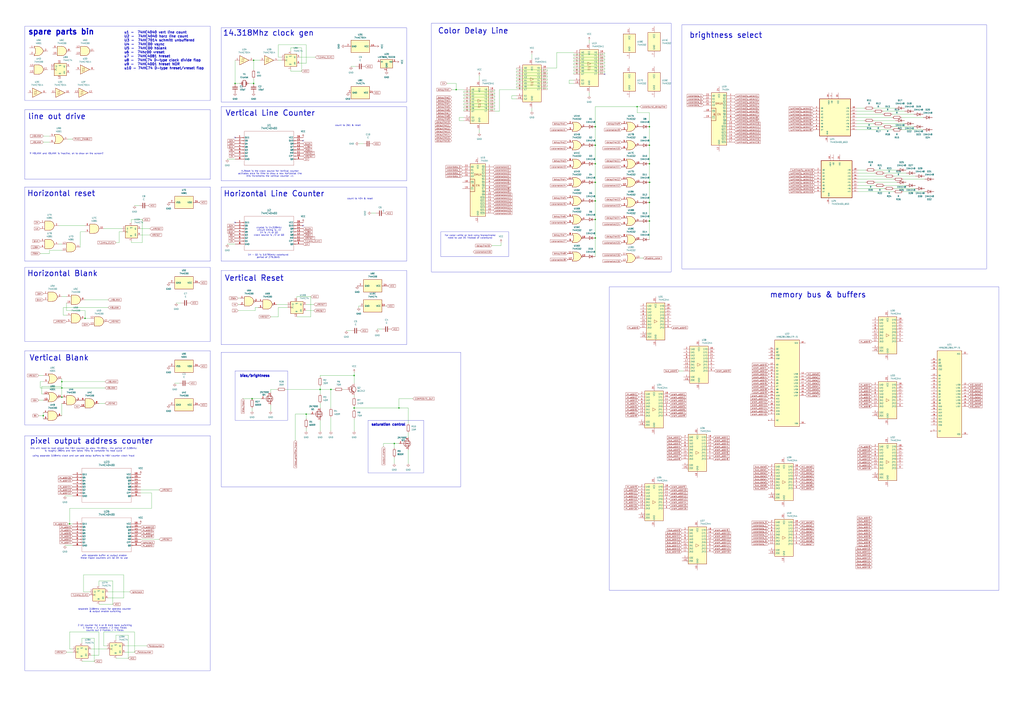
<source format=kicad_sch>
(kicad_sch (version 20231120) (generator "eeschema") (generator_version "8.0")
  (paper "A1")
  (junction (at 262.89 320.04))
  (junction (at 533.4 134.62))
  (junction (at 327.66 335.28))
  (junction (at 193.04 68.58))
  (junction (at 523.24 87.63))
  (junction (at 533.4 181.61))
  (junction (at 50.8 318.77))
  (junction (at 271.78 320.04))
  (junction (at 50.8 326.39))
  (junction (at 533.4 119.38))
  (junction (at 488.95 119.38))
  (junction (at 251.46 340.36))
  (junction (at 488.95 165.1))
  (junction (at 208.28 68.58))
  (junction (at 208.28 49.53))
  (junction (at 488.95 180.34))
  (junction (at 290.83 335.28))
  (junction (at 488.95 134.62))
  (junction (at 533.4 149.86))
  (junction (at 57.15 430.53))
  (junction (at 533.4 104.14))
  (junction (at 290.83 308.61))
  (junction (at 50.8 313.69))
  (junction (at 488.95 195.58))
  (junction (at 488.95 104.14))
  (junction (at 69.85 261.62))
  (junction (at 207.01 327.66))
  (junction (at 323.85 364.49))
  (junction (at 35.56 341.63))
  (junction (at 533.4 166.37))
  (junction (at 374.65 73.66))
  (junction (at 488.95 149.86))
  (no_connect (at 193.04 182.88))
  (no_connect (at 496.57 60.96))
  (no_connect (at 193.04 113.03))
  (no_connect (at 248.92 185.42))
  (no_connect (at 248.92 115.57))
  (wire (pts (xy 406.4 81.28) (xy 406.4 82.55)))
  (wire (pts (xy 53.34 407.67) (xy 59.69 407.67)))
  (wire (pts (xy 33.02 208.28) (xy 40.64 208.28)))
  (wire (pts (xy 732.79 104.14) (xy 750.57 104.14)))
  (wire (pts (xy 411.48 201.93) (xy 403.86 201.93)))
  (wire (pts (xy 251.46 340.36) (xy 251.46 344.17)))
  (wire (pts (xy 274.32 320.04) (xy 271.78 320.04)))
  (wire (pts (xy 734.06 144.78) (xy 751.84 144.78)))
  (wire (pts (xy 74.93 538.48) (xy 81.28 538.48)))
  (wire (pts (xy 424.18 60.96) (xy 424.18 62.23)))
  (wire (pts (xy 115.57 193.04) (xy 123.19 193.04)))
  (wire (pts (xy 488.95 195.58) (xy 488.95 210.82)))
  (wire (pts (xy 34.29 323.85) (xy 35.56 323.85)))
  (wire (pts (xy 323.85 368.3) (xy 323.85 364.49)))
  (wire (pts (xy 406.4 86.36) (xy 406.4 87.63)))
  (wire (pts (xy 290.83 314.96) (xy 290.83 308.61)))
  (wire (pts (xy 424.18 58.42) (xy 424.18 59.69)))
  (wire (pts (xy 718.82 139.7) (xy 736.6 139.7)))
  (wire (pts (xy 523.24 92.71) (xy 533.4 92.71)))
  (wire (pts (xy 377.19 99.06) (xy 377.19 96.52)))
  (wire (pts (xy 704.85 142.24) (xy 718.82 142.24)))
  (wire (pts (xy 381 90.17) (xy 381 91.44)))
  (wire (pts (xy 262.89 320.04) (xy 262.89 323.85)))
  (wire (pts (xy 703.58 91.44) (xy 717.55 91.44)))
  (wire (pts (xy 95.25 525.78) (xy 95.25 521.97)))
  (wire (pts (xy 251.46 52.07) (xy 251.46 36.83)))
  (wire (pts (xy 704.85 144.78) (xy 726.44 144.78)))
  (wire (pts (xy 50.8 341.63) (xy 50.8 331.47)))
  (wire (pts (xy 436.88 88.9) (xy 436.88 91.44)))
  (wire (pts (xy 471.17 44.45) (xy 471.17 45.72)))
  (wire (pts (xy 115.57 402.59) (xy 130.81 402.59)))
  (wire (pts (xy 143.51 314.96) (xy 147.32 314.96)))
  (wire (pts (xy 457.2 55.88) (xy 457.2 43.18)))
  (wire (pts (xy 101.6 491.49) (xy 101.6 472.44)))
  (wire (pts (xy 88.9 486.41) (xy 106.68 486.41)))
  (wire (pts (xy 110.49 519.43) (xy 85.09 519.43)))
  (wire (pts (xy 69.85 261.62) (xy 73.66 261.62)))
  (wire (pts (xy 496.57 53.34) (xy 496.57 54.61)))
  (wire (pts (xy 53.34 448.31) (xy 59.69 448.31)))
  (wire (pts (xy 496.57 55.88) (xy 496.57 57.15)))
  (wire (pts (xy 50.8 313.69) (xy 86.36 313.69)))
  (wire (pts (xy 115.57 443.23) (xy 130.81 443.23)))
  (wire (pts (xy 95.25 199.39) (xy 97.79 199.39)))
  (wire (pts (xy 420.37 81.28) (xy 424.18 81.28)))
  (wire (pts (xy 196.85 68.58) (xy 193.04 68.58)))
  (wire (pts (xy 496.57 50.8) (xy 496.57 52.07)))
  (wire (pts (xy 207.01 335.28) (xy 207.01 337.82)))
  (wire (pts (xy 81.28 477.52) (xy 92.71 477.52)))
  (wire (pts (xy 67.31 528.32) (xy 67.31 524.51)))
  (wire (pts (xy 251.46 250.19) (xy 257.81 250.19)))
  (wire (pts (xy 488.95 119.38) (xy 488.95 134.62)))
  (wire (pts (xy 243.84 243.84) (xy 243.84 245.11)))
  (wire (pts (xy 81.28 519.43) (xy 57.15 519.43)))
  (wire (pts (xy 740.41 96.52) (xy 758.19 96.52)))
  (wire (pts (xy 381 80.01) (xy 381 81.28)))
  (wire (pts (xy 471.17 46.99) (xy 471.17 48.26)))
  (wire (pts (xy 741.68 147.32) (xy 759.46 147.32)))
  (wire (pts (xy 31.75 328.93) (xy 35.56 328.93)))
  (wire (pts (xy 457.2 43.18) (xy 471.17 43.18)))
  (wire (pts (xy 704.85 149.86) (xy 711.2 149.86)))
  (wire (pts (xy 68.58 486.41) (xy 73.66 486.41)))
  (wire (pts (xy 101.6 472.44) (xy 68.58 472.44)))
  (wire (pts (xy 533.4 149.86) (xy 534.67 149.86)))
  (wire (pts (xy 704.85 154.94) (xy 726.44 154.94)))
  (wire (pts (xy 67.31 543.56) (xy 77.47 543.56)))
  (wire (pts (xy 449.58 67.31) (xy 424.18 67.31)))
  (wire (pts (xy 57.15 417.83) (xy 57.15 430.53)))
  (wire (pts (xy 406.4 87.63) (xy 381 87.63)))
  (wire (pts (xy 88.9 491.49) (xy 101.6 491.49)))
  (wire (pts (xy 327.66 327.66) (xy 327.66 335.28)))
  (wire (pts (xy 703.58 99.06) (xy 709.93 99.06)))
  (wire (pts (xy 208.28 64.77) (xy 208.28 68.58)))
  (wire (pts (xy 69.85 255.27) (xy 54.61 255.27)))
  (wire (pts (xy 107.95 199.39) (xy 116.84 199.39)))
  (wire (pts (xy 227.33 320.04) (xy 222.25 320.04)))
  (wire (pts (xy 50.8 318.77) (xy 86.36 318.77)))
  (wire (pts (xy 704.85 147.32) (xy 734.06 147.32)))
  (wire (pts (xy 68.58 472.44) (xy 68.58 486.41)))
  (wire (pts (xy 40.64 205.74) (xy 50.8 205.74)))
  (wire (pts (xy 533.4 104.14) (xy 533.4 119.38)))
  (wire (pts (xy 209.55 255.27) (xy 209.55 252.73)))
  (wire (pts (xy 102.87 535.94) (xy 110.49 535.94)))
  (wire (pts (xy 483.87 76.2) (xy 483.87 78.74)))
  (wire (pts (xy 381 82.55) (xy 381 83.82)))
  (wire (pts (xy 406.4 90.17) (xy 381 90.17)))
  (wire (pts (xy 533.4 149.86) (xy 533.4 166.37)))
  (wire (pts (xy 704.85 157.48) (xy 734.06 157.48)))
  (wire (pts (xy 222.25 260.35) (xy 228.6 260.35)))
  (wire (pts (xy 449.58 66.04) (xy 449.58 64.77)))
  (wire (pts (xy 703.58 96.52) (xy 732.79 96.52)))
  (wire (pts (xy 97.79 199.39) (xy 97.79 190.5)))
  (wire (pts (xy 124.46 417.83) (xy 57.15 417.83)))
  (wire (pts (xy 242.57 361.95) (xy 242.57 340.36)))
  (wire (pts (xy 255.27 243.84) (xy 243.84 243.84)))
  (wire (pts (xy 496.57 44.45) (xy 471.17 44.45)))
  (wire (pts (xy 228.6 252.73) (xy 236.22 252.73)))
  (wire (pts (xy 116.84 180.34) (xy 107.95 180.34)))
  (wire (pts (xy 406.4 91.44) (xy 410.21 91.44)))
  (wire (pts (xy 406.4 82.55) (xy 381 82.55)))
  (wire (pts (xy 95.25 541.02) (xy 105.41 541.02)))
  (wire (pts (xy 55.88 114.3) (xy 59.69 114.3)))
  (wire (pts (xy 488.95 149.86) (xy 488.95 165.1)))
  (wire (pts (xy 717.55 99.06) (xy 735.33 99.06)))
  (wire (pts (xy 243.84 260.35) (xy 255.27 260.35)))
  (wire (pts (xy 228.6 49.53) (xy 231.14 49.53)))
  (wire (pts (xy 406.4 83.82) (xy 406.4 85.09)))
  (wire (pts (xy 199.39 327.66) (xy 207.01 327.66)))
  (wire (pts (xy 69.85 246.38) (xy 88.9 246.38)))
  (wire (pts (xy 85.09 187.96) (xy 100.33 187.96)))
  (wire (pts (xy 228.6 260.35) (xy 228.6 252.73)))
  (wire (pts (xy 195.58 245.11) (xy 196.85 245.11)))
  (wire (pts (xy 406.4 73.66) (xy 406.4 74.93)))
  (wire (pts (xy 290.83 344.17) (xy 290.83 354.33)))
  (wire (pts (xy 186.69 200.66) (xy 193.04 200.66)))
  (wire (pts (xy 238.76 39.37) (xy 247.65 39.37)))
  (wire (pts (xy 449.58 72.39) (xy 424.18 72.39)))
  (wire (pts (xy 488.95 180.34) (xy 488.95 195.58)))
  (wire (pts (xy 290.83 334.01) (xy 290.83 335.28)))
  (wire (pts (xy 281.94 320.04) (xy 283.21 320.04)))
  (wire (pts (xy 294.64 252.73) (xy 294.64 251.46)))
  (wire (pts (xy 52.07 252.73) (xy 88.9 252.73)))
  (wire (pts (xy 406.4 85.09) (xy 381 85.09)))
  (wire (pts (xy 271.78 320.04) (xy 262.89 320.04)))
  (wire (pts (xy 449.58 68.58) (xy 449.58 67.31)))
  (wire (pts (xy 424.18 78.74) (xy 420.37 78.74)))
  (wire (pts (xy 284.48 271.78) (xy 288.29 271.78)))
  (wire (pts (xy 410.21 73.66) (xy 424.18 73.66)))
  (wire (pts (xy 467.36 66.04) (xy 467.36 68.58)))
  (wire (pts (xy 449.58 58.42) (xy 449.58 57.15)))
  (wire (pts (xy 471.17 59.69) (xy 471.17 60.96)))
  (wire (pts (xy 48.26 185.42) (xy 69.85 185.42)))
  (wire (pts (xy 288.29 54.61) (xy 292.1 54.61)))
  (wire (pts (xy 424.18 71.12) (xy 424.18 72.39)))
  (wire (pts (xy 496.57 52.07) (xy 471.17 52.07)))
  (wire (pts (xy 725.17 91.44) (xy 742.95 91.44)))
  (wire (pts (xy 81.28 481.33) (xy 81.28 477.52)))
  (wire (pts (xy 92.71 477.52) (xy 92.71 496.57)))
  (wire (pts (xy 294.64 251.46) (xy 295.91 251.46)))
  (wire (pts (xy 52.07 252.73) (xy 52.07 259.08)))
  (wire (pts (xy 374.65 68.58) (xy 374.65 73.66)))
  (wire (pts (xy 410.21 91.44) (xy 410.21 73.66)))
  (wire (pts (xy 488.95 165.1) (xy 488.95 180.34)))
  (wire (pts (xy 496.57 43.18) (xy 496.57 44.45)))
  (wire (pts (xy 335.28 359.41) (xy 335.28 355.6)))
  (wire (pts (xy 107.95 199.39) (xy 107.95 198.12)))
  (wire (pts (xy 496.57 54.61) (xy 471.17 54.61)))
  (wire (pts (xy 467.36 68.58) (xy 471.17 68.58)))
  (wire (pts (xy 703.58 88.9) (xy 709.93 88.9)))
  (wire (pts (xy 207.01 327.66) (xy 214.63 327.66)))
  (wire (pts (xy 449.58 71.12) (xy 449.58 69.85)))
  (wire (pts (xy 105.41 521.97) (xy 105.41 541.02)))
  (wire (pts (xy 533.4 134.62) (xy 533.4 149.86)))
  (wire (pts (xy 471.17 49.53) (xy 471.17 50.8)))
  (wire (pts (xy 424.18 63.5) (xy 424.18 64.77)))
  (wire (pts (xy 496.57 46.99) (xy 471.17 46.99)))
  (wire (pts (xy 449.58 60.96) (xy 449.58 59.69)))
  (wire (pts (xy 449.58 73.66) (xy 449.58 72.39)))
  (wire (pts (xy 449.58 64.77) (xy 424.18 64.77)))
  (wire (pts (xy 496.57 48.26) (xy 496.57 49.53)))
  (wire (pts (xy 381 99.06) (xy 377.19 99.06)))
  (wire (pts (xy 726.44 152.4) (xy 744.22 152.4)))
  (wire (pts (xy 323.85 375.92) (xy 323.85 381)))
  (wire (pts (xy 222.25 320.04) (xy 222.25 322.58)))
  (wire (pts (xy 69.85 261.62) (xy 69.85 255.27)))
  (wire (pts (xy 309.88 270.51) (xy 313.69 270.51)))
  (wire (pts (xy 718.82 149.86) (xy 736.6 149.86)))
  (wire (pts (xy 195.58 255.27) (xy 209.55 255.27)))
  (wire (pts (xy 107.95 180.34) (xy 107.95 182.88)))
  (wire (pts (xy 251.46 351.79) (xy 251.46 354.33)))
  (wire (pts (xy 449.58 63.5) (xy 449.58 62.23)))
  (wire (pts (xy 471.17 66.04) (xy 467.36 66.04)))
  (wire (pts (xy 496.57 57.15) (xy 471.17 57.15)))
  (wire (pts (xy 271.78 342.9) (xy 271.78 354.33)))
  (wire (pts (xy 34.29 317.5) (xy 34.29 323.85)))
  (wire (pts (xy 35.56 339.09) (xy 35.56 341.63)))
  (wire (pts (xy 732.79 93.98) (xy 750.57 93.98)))
  (wire (pts (xy 204.47 68.58) (xy 208.28 68.58)))
  (wire (pts (xy 110.49 168.91) (xy 114.3 168.91)))
  (wire (pts (xy 314.96 364.49) (xy 323.85 364.49)))
  (wire (pts (xy 262.89 331.47) (xy 262.89 335.28)))
  (wire (pts (xy 406.4 80.01) (xy 381 80.01)))
  (wire (pts (xy 406.4 74.93) (xy 381 74.93)))
  (wire (pts (xy 251.46 340.36) (xy 255.27 340.36)))
  (wire (pts (xy 81.28 331.47) (xy 86.36 331.47)))
  (wire (pts (xy 323.85 364.49) (xy 327.66 364.49)))
  (wire (pts (xy 488.95 134.62) (xy 488.95 149.86)))
  (wire (pts (xy 85.09 519.43) (xy 85.09 530.86)))
  (wire (pts (xy 77.47 524.51) (xy 77.47 543.56)))
  (wire (pts (xy 57.15 519.43) (xy 57.15 533.4)))
  (wire (pts (xy 57.15 533.4) (xy 59.69 533.4)))
  (wire (pts (xy 115.57 187.96) (xy 123.19 187.96)))
  (wire (pts (xy 238.76 41.91) (xy 238.76 39.37)))
  (wire (pts (xy 85.09 530.86) (xy 87.63 530.86)))
  (wire (pts (xy 31.75 308.61) (xy 35.56 308.61)))
  (wire (pts (xy 424.18 55.88) (xy 424.18 57.15)))
  (wire (pts (xy 406.4 88.9) (xy 406.4 90.17)))
  (wire (pts (xy 110.49 535.94) (xy 110.49 519.43)))
  (wire (pts (xy 33.02 318.77) (xy 33.02 313.69)))
  (wire (pts (xy 144.78 248.92) (xy 148.59 248.92)))
  (wire (pts (xy 381 85.09) (xy 381 86.36)))
  (wire (pts (xy 247.65 39.37) (xy 247.65 58.42)))
  (wire (pts (xy 246.38 52.07) (xy 251.46 52.07)))
  (wire (pts (xy 393.7 106.68) (xy 393.7 109.22)))
  (wire (pts (xy 704.85 152.4) (xy 718.82 152.4)))
  (wire (pts (xy 246.38 46.99) (xy 259.08 46.99)))
  (wire (pts (xy 262.89 317.5) (xy 262.89 320.04)))
  (wire (pts (xy 703.58 101.6) (xy 717.55 101.6)))
  (wire (pts (xy 471.17 52.07) (xy 471.17 53.34)))
  (wire (pts (xy 50.8 318.77) (xy 33.02 318.77)))
  (wire (pts (xy 533.4 92.71) (xy 533.4 104.14)))
  (wire (pts (xy 228.6 46.99) (xy 231.14 46.99)))
  (wire (pts (xy 703.58 104.14) (xy 725.17 104.14)))
  (wire (pts (xy 208.28 49.53) (xy 208.28 57.15)))
  (wire (pts (xy 81.28 496.57) (xy 92.71 496.57)))
  (wire (pts (xy 496.57 49.53) (xy 471.17 49.53)))
  (wire (pts (xy 209.55 252.73) (xy 212.09 252.73)))
  (wire (pts (xy 48.26 200.66) (xy 50.8 200.66)))
  (wire (pts (xy 725.17 101.6) (xy 742.95 101.6)))
  (wire (pts (xy 496.57 45.72) (xy 496.57 46.99)))
  (wire (pts (xy 436.88 44.45) (xy 436.88 48.26)))
  (wire (pts (xy 449.58 57.15) (xy 424.18 57.15)))
  (wire (pts (xy 247.65 58.42) (xy 238.76 58.42)))
  (wire (pts (xy 374.65 73.66) (xy 381 73.66)))
  (wire (pts (xy 471.17 54.61) (xy 471.17 55.88)))
  (wire (pts (xy 54.61 248.92) (xy 54.61 255.27)))
  (wire (pts (xy 227.33 250.19) (xy 236.22 250.19)))
  (wire (pts (xy 50.8 317.5) (xy 34.29 317.5)))
  (wire (pts (xy 741.68 157.48) (xy 759.46 157.48)))
  (wire (pts (xy 290.83 325.12) (xy 290.83 326.39)))
  (wire (pts (xy 74.93 533.4) (xy 87.63 533.4)))
  (wire (pts (xy 525.78 212.09) (xy 528.32 212.09)))
  (wire (pts (xy 734.06 154.94) (xy 751.84 154.94)))
  (wire (pts (xy 222.25 332.74) (xy 222.25 337.82)))
  (wire (pts (xy 327.66 327.66) (xy 339.09 327.66)))
  (wire (pts (xy 314.96 364.49) (xy 314.96 367.03)))
  (wire (pts (xy 496.57 58.42) (xy 496.57 59.69)))
  (wire (pts (xy 35.56 341.63) (xy 35.56 344.17)))
  (wire (pts (xy 54.61 535.94) (xy 59.69 535.94)))
  (wire (pts (xy 488.95 104.14) (xy 488.95 119.38)))
  (wire (pts (xy 381 77.47) (xy 381 78.74)))
  (wire (pts (xy 50.8 243.84) (xy 54.61 243.84)))
  (wire (pts (xy 406.4 78.74) (xy 406.4 80.01)))
  (wire (pts (xy 52.07 259.08) (xy 54.61 259.08)))
  (wire (pts (xy 262.89 308.61) (xy 262.89 309.88)))
  (wire (pts (xy 57.15 430.53) (xy 59.69 430.53)))
  (wire (pts (xy 740.41 106.68) (xy 758.19 106.68)))
  (wire (pts (xy 35.56 111.76) (xy 40.64 111.76)))
  (wire (pts (xy 124.46 405.13) (xy 124.46 417.83)))
  (wire (pts (xy 251.46 255.27) (xy 257.81 255.27)))
  (wire (pts (xy 381 87.63) (xy 381 88.9)))
  (wire (pts (xy 533.4 181.61) (xy 533.4 196.85)))
  (wire (pts (xy 717.55 88.9) (xy 735.33 88.9)))
  (wire (pts (xy 115.57 405.13) (xy 124.46 405.13)))
  (wire (pts (xy 294.64 118.11) (xy 298.45 118.11)))
  (wire (pts (xy 533.4 166.37) (xy 533.4 181.61)))
  (wire (pts (xy 31.75 341.63) (xy 35.56 341.63)))
  (wire (pts (xy 35.56 116.84) (xy 40.64 116.84)))
  (wire (pts (xy 424.18 66.04) (xy 424.18 67.31)))
  (wire (pts (xy 335.28 335.28) (xy 327.66 335.28)))
  (wire (pts (xy 523.24 87.63) (xy 525.78 87.63)))
  (wire (pts (xy 290.83 335.28) (xy 290.83 336.55)))
  (wire (pts (xy 488.95 87.63) (xy 488.95 104.14)))
  (wire (pts (xy 449.58 69.85) (xy 424.18 69.85)))
  (wire (pts (xy 66.04 203.2) (xy 66.04 190.5)))
  (wire (pts (xy 370.84 73.66) (xy 374.65 73.66)))
  (wire (pts (xy 703.58 106.68) (xy 732.79 106.68)))
  (wire (pts (xy 262.89 345.44) (xy 262.89 354.33)))
  (wire (pts (xy 228.6 36.83) (xy 228.6 46.99)))
  (wire (pts (xy 726.44 142.24) (xy 744.22 142.24)))
  (wire (pts (xy 66.04 190.5) (xy 69.85 190.5)))
  (wire (pts (xy 420.37 78.74) (xy 420.37 81.28)))
  (wire (pts (xy 561.34 304.8) (xy 557.53 304.8)))
  (wire (pts (xy 50.8 311.15) (xy 50.8 313.69)))
  (wire (pts (xy 55.88 430.53) (xy 57.15 430.53)))
  (wire (pts (xy 393.7 62.23) (xy 393.7 66.04)))
  (wire (pts (xy 335.28 369.57) (xy 335.28 381)))
  (wire (pts (xy 381 74.93) (xy 381 76.2)))
  (wire (pts (xy 449.58 55.88) (xy 457.2 55.88)))
  (wire (pts (xy 262.89 308.61) (xy 290.83 308.61)))
  (wire (pts (xy 271.78 320.04) (xy 271.78 335.28)))
  (wire (pts (xy 533.4 119.38) (xy 533.4 134.62)))
  (wire (pts (xy 251.46 36.83) (xy 228.6 36.83)))
  (wire (pts (xy 234.95 320.04) (xy 262.89 320.04)))
  (wire (pts (xy 116.84 199.39) (xy 116.84 180.34)))
  (wire (pts (xy 424.18 68.58) (xy 424.18 69.85)))
  (wire (pts (xy 208.28 49.53) (xy 213.36 49.53)))
  (wire (pts (xy 67.31 524.51) (xy 77.47 524.51)))
  (wire (pts (xy 704.85 139.7) (xy 711.2 139.7)))
  (wire (pts (xy 290.83 306.07) (xy 290.83 308.61)))
  (wire (pts (xy 488.95 87.63) (xy 523.24 87.63)))
  (wire (pts (xy 50.8 326.39) (xy 50.8 318.77)))
  (wire (pts (xy 703.58 93.98) (xy 725.17 93.98)))
  (wire (pts (xy 406.4 76.2) (xy 406.4 77.47)))
  (wire (pts (xy 304.8 175.26) (xy 308.61 175.26)))
  (wire (pts (xy 97.79 190.5) (xy 100.33 190.5)))
  (wire (pts (xy 40.64 208.28) (xy 40.64 205.74)))
  (wire (pts (xy 242.57 340.36) (xy 251.46 340.36)))
  (wire (pts (xy 238.76 58.42) (xy 238.76 57.15)))
  (wire (pts (xy 449.58 59.69) (xy 424.18 59.69)))
  (wire (pts (xy 317.5 251.46) (xy 316.23 251.46)))
  (wire (pts (xy 186.69 130.81) (xy 193.04 130.81)))
  (wire (pts (xy 195.58 250.19) (xy 196.85 250.19)))
  (wire (pts (xy 471.17 57.15) (xy 471.17 58.42)))
  (wire (pts (xy 50.8 313.69) (xy 50.8 317.5)))
  (wire (pts (xy 496.57 59.69) (xy 471.17 59.69)))
  (wire (pts (xy 290.83 335.28) (xy 327.66 335.28)))
  (wire (pts (xy 406.4 77.47) (xy 381 77.47)))
  (wire (pts (xy 193.04 68.58) (xy 193.04 49.53)))
  (wire (pts (xy 81.28 538.48) (xy 81.28 519.43)))
  (wire (pts (xy 523.24 87.63) (xy 523.24 92.71)))
  (wire (pts (xy 483.87 33.02) (xy 483.87 35.56)))
  (wire (pts (xy 377.19 96.52) (xy 381 96.52)))
  (wire (pts (xy 335.28 347.98) (xy 335.28 335.28)))
  (wire (pts (xy 102.87 530.86) (xy 120.65 530.86)))
  (wire (pts (xy 33.02 313.69) (xy 35.56 313.69)))
  (wire (pts (xy 255.27 260.35) (xy 255.27 243.84)))
  (wire (pts (xy 95.25 521.97) (xy 105.41 521.97)))
  (wire (pts (xy 449.58 62.23) (xy 424.18 62.23)))
  (wire (pts (xy 367.03 68.58) (xy 374.65 68.58)))
  (wire (pts (xy 411.48 199.39) (xy 411.48 201.93)))
  (rectangle (start 20.32 153.67) (end 172.72 214.63))
  (rectangle (start 500.38 235.712) (end 820.42 485.14))
  (rectangle (start 193.04 304.8) (end 236.22 345.44))
  (rectangle (start 20.32 358.14) (end 172.72 551.18))
  (rectangle (start 354.33 19.05) (end 551.18 223.52))
  (rectangle (start 181.61 222.25) (end 334.01 283.21))
  (rectangle (start 361.95 190.5) (end 417.83 210.82))
  (rectangle (start 20.32 21.59) (end 172.72 82.55))
  (rectangle (start 302.26 345.44) (end 347.98 388.62))
  (rectangle (start 181.61 22.86) (end 334.01 83.82))
  (rectangle (start 20.32 288.29) (end 172.72 349.25))
  (rectangle (start 20.32 219.71) (end 172.72 280.67))
  (rectangle (start 181.61 153.67) (end 334.01 214.63))
  (rectangle (start 181.61 289.56) (end 378.46 400.05))
  (rectangle (start 560.07 20.32) (end 810.26 220.98))
  (rectangle (start 181.61 87.63) (end 334.01 148.59))
  (rectangle (start 20.32 90.17) (end 172.72 147.32))
  (text "Vertical Blank" (at 48.514 294.132 0) (effects (font (size 4.572 4.572) (thickness 0.5715))))
  (text "spare parts bin" (at 50.292 26.162 0) (effects (font (size 4.572 4.572) (thickness 0.9144) (bold yes))))
  (text "1H - Q1 is 3.5795mhz colorburst\nperiod of 279.36nS\n\n" (at 220.218 211.582 0) (effects (font (size 1.27 1.27))))
  (text "Vertical Line Counter" (at 221.996 92.964 0) (effects (font (size 4.572 4.572) (thickness 0.5715))))
  (text "2 bit counter for A or B mem bank switching\n1 frame = 2 vresets / 2 ntsc fields\ncounts out 2 frames / 4 fields" (at 86.106 516.128 0) (effects (font (size 1.27 1.27))))
  (text "separate 3.58mhz clock for address counter \n& output enable switching" (at 86.36 501.65 0) (effects (font (size 1.27 1.27))))
  (text "count to 261 & reset" (at 285.75 103.124 0) (effects (font (size 1.27 1.27))))
  (text "bias/brightness" (at 209.296 308.864 0) (effects (font (size 2.032 2.032) (thickness 0.5715))))
  (text "14.318Mhz clock gen" (at 220.472 27.178 0) (effects (font (size 4.572 4.572) (thickness 0.5715))))
  (text "crystal is 14.318mhz\ncircuit timing is /2\n1H is /4 or Q1\nclock source is /2 or Q0" (at 220.98 190.246 0) (effects (font (size 1.27 1.27))))
  (text "Horizontal reset" (at 50.292 159.004 0) (effects (font (size 4.572 4.572) (thickness 0.5715))))
  (text "Vertical Reset" (at 208.788 228.6 0) (effects (font (size 4.572 4.572) (thickness 0.5715))))
  (text "pixel output address counter" (at 75.184 362.458 0) (effects (font (size 4.572 4.572) (thickness 0.5715))))
  (text "memory bus & buffers" (at 671.83 242.316 0) (effects (font (size 4.572 4.572) (thickness 0.5715))))
  (text "saturation control" (at 319.024 348.996 0) (effects (font (size 2.032 2.032) (thickness 0.5715))))
  (text "For color-white or text-only/monochrome\nneed to use DC instead of colorburst" (at 386.08 194.564 0) (effects (font (size 1.27 1.27))))
  (text "with separate buffer or output enable\nthese ripple counters will be OK to use" (at 85.598 457.708 0) (effects (font (size 1.27 1.27))))
  (text "brightness select" (at 596.138 28.956 0) (effects (font (size 4.572 4.572) (thickness 0.5715))))
  (text "Horizontal Blank" (at 51.308 224.79 0) (effects (font (size 4.572 4.572) (thickness 0.5715))))
  (text "Color Delay Line" (at 388.62 25.4 0) (effects (font (size 4.572 4.572) (thickness 0.5715))))
  (text "H_Reset is the clock source for Vertical counter\nactivates once its time to draw a new horizontal line\nthis increments the vertical counter +1" (at 221.742 142.748 0) (effects (font (size 1.27 1.27))))
  (text "line out drive" (at 46.736 95.758 0) (effects (font (size 4.572 4.572) (thickness 0.5715))))
  (text "count to 454 & reset" (at 295.656 163.322 0) (effects (font (size 1.27 1.27))))
  (text "if HBLANK and VBLANK is inactive, ok to draw on the screen?" (at 54.61 126.238 0) (effects (font (size 1.27 1.27))))
  (text "u1 -  74HC4040 vert line count\nU2 -  74HC4040 horz line count\nU3 -  74HC7014 schmitt unbuffered\nU4 -  74HC00 vsync\nU5 -  74HC00 hblank\nu6 -  74hc00 vreset\nu7 -  74HC4081 hreset\nu8 -  74HC74 D-type clock divide flop\nu9 -  74HC4001 hreset NOR\nu10 - 74HC74 D-type hreset/vreset flop" (at 101.854 41.402 0) (effects (font (size 2.032 2.032) (thickness 0.4064) (bold yes)) (justify left)))
  (text "Horizontal Line Counter" (at 225.044 159.258 0) (effects (font (size 4.572 4.572) (thickness 0.5715))))
  (text "this will need to lead ahead the H&V counter by abou 70-80ns , the period of 3.58mhz\nis roughly 280ns and ram takes 70ns to complete its read cycle\n\nusing separate 3.58mhz clock and can add delay buffers to H&V counter clock input" (at 68.58 371.602 0) (effects (font (size 1.27 1.27))))
  (global_label "bus_addr9" (shape input) (at 716.28 448.31 180) (property "Intersheetrefs" "${INTERSHEET_REFS}" (effects (hide yes))))
  (global_label "sram_addr4" (shape input) (at 585.47 367.03 0) (property "Intersheetrefs" "${INTERSHEET_REFS}" (effects (hide yes))))
  (global_label "m_addr4" (shape input) (at 524.51 331.47 180) (property "Intersheetrefs" "${INTERSHEET_REFS}" (effects (hide yes))))
  (global_label "HRESET" (shape input) (at 123.19 193.04 0) (property "Intersheetrefs" "${INTERSHEET_REFS}" (effects (hide yes))))
  (global_label "m1_data5" (shape input) (at 656.59 396.24 0) (property "Intersheetrefs" "${INTERSHEET_REFS}" (effects (hide yes))))
  (global_label "colorselect11" (shape input) (at 405.13 162.56 0) (property "Intersheetrefs" "${INTERSHEET_REFS}" (effects (hide yes))))
  (global_label "m_addr3" (shape input) (at 716.28 321.31 180) (property "Intersheetrefs" "${INTERSHEET_REFS}" (effects (hide yes))))
  (global_label "delayline13" (shape input) (at 510.54 163.83 180) (property "Intersheetrefs" "${INTERSHEET_REFS}" (effects (hide yes))))
  (global_label "PIXEL_ENABLE" (shape input) (at 59.69 114.3 0) (property "Intersheetrefs" "${INTERSHEET_REFS}" (effects (hide yes))))
  (global_label "delayline2" (shape input) (at 370.84 80.01 180) (property "Intersheetrefs" "${INTERSHEET_REFS}" (effects (hide yes))))
  (global_label "16V" (shape input) (at 193.04 118.11 180) (property "Intersheetrefs" "${INTERSHEET_REFS}" (effects (hide yes))))
  (global_label "m1_data7" (shape input) (at 656.59 401.32 0) (property "Intersheetrefs" "${INTERSHEET_REFS}" (effects (hide yes))))
  (global_label "128H" (shape input) (at 33.02 203.2 180) (property "Intersheetrefs" "${INTERSHEET_REFS}" (effects (hide yes))))
  (global_label "colorselect12" (shape input) (at 405.13 165.1 0) (property "Intersheetrefs" "${INTERSHEET_REFS}" (effects (hide yes))))
  (global_label "colorselect9" (shape input) (at 510.54 106.68 180) (property "Intersheetrefs" "${INTERSHEET_REFS}" (effects (hide yes))))
  (global_label "delayline3" (shape input) (at 466.09 132.08 180) (property "Intersheetrefs" "${INTERSHEET_REFS}" (effects (hide yes))))
  (global_label "m_addr5" (shape input) (at 716.28 326.39 180) (property "Intersheetrefs" "${INTERSHEET_REFS}" (effects (hide yes))))
  (global_label "bus_addr14" (shape input) (at 716.28 461.01 180) (property "Intersheetrefs" "${INTERSHEET_REFS}" (effects (hide yes))))
  (global_label "_HRESET" (shape input) (at 54.61 264.16 180) (property "Intersheetrefs" "${INTERSHEET_REFS}" (effects (hide yes))))
  (global_label "VCC" (shape input) (at 116.84 180.5783 0) (property "Intersheetrefs" "${INTERSHEET_REFS}" (effects (hide yes))))
  (global_label "delayline3" (shape input) (at 370.84 82.55 180) (property "Intersheetrefs" "${INTERSHEET_REFS}" (effects (hide yes))))
  (global_label "bus_addr5" (shape input) (at 716.28 438.15 180) (property "Intersheetrefs" "${INTERSHEET_REFS}" (effects (hide yes))))
  (global_label "sram_addr7" (shape input) (at 549.91 339.09 0) (property "Intersheetrefs" "${INTERSHEET_REFS}" (effects (hide yes))))
  (global_label "luminosity_select4" (shape input) (at 603.25 86.36 0) (property "Intersheetrefs" "${INTERSHEET_REFS}" (effects (hide yes))))
  (global_label "m_addr6" (shape input) (at 59.69 438.15 180) (property "Intersheetrefs" "${INTERSHEET_REFS}" (effects (hide yes))))
  (global_label "delayline10" (shape input) (at 510.54 116.84 180) (property "Intersheetrefs" "${INTERSHEET_REFS}" (effects (hide yes))))
  (global_label "m1_data2" (shape input) (at 661.67 312.42 0) (property "Intersheetrefs" "${INTERSHEET_REFS}" (effects (hide yes))))
  (global_label "colordata_7" (shape input) (at 631.19 447.04 180) (property "Intersheetrefs" "${INTERSHEET_REFS}" (effects (hide yes))))
  (global_label "m1_data4" (shape input) (at 656.59 439.42 0) (property "Intersheetrefs" "${INTERSHEET_REFS}" (effects (hide yes))))
  (global_label "7.1mhz_CLK1" (shape input) (at 259.08 46.99 0) (property "Intersheetrefs" "${INTERSHEET_REFS}" (effects (hide yes))))
  (global_label "sram_addr12" (shape input) (at 631.19 330.2 180) (property "Intersheetrefs" "${INTERSHEET_REFS}" (effects (hide yes))))
  (global_label "m_addr4" (shape input) (at 716.28 323.85 180) (property "Intersheetrefs" "${INTERSHEET_REFS}" (effects (hide yes))))
  (global_label "bus_addr4" (shape input) (at 716.28 435.61 180) (property "Intersheetrefs" "${INTERSHEET_REFS}" (effects (hide yes))))
  (global_label "m_addr5" (shape input) (at 59.69 433.07 180) (property "Intersheetrefs" "${INTERSHEET_REFS}" (effects (hide yes))))
  (global_label "128V" (shape input) (at 248.92 120.65 0) (property "Intersheetrefs" "${INTERSHEET_REFS}" (effects (hide yes))))
  (global_label "bus_addr8" (shape input) (at 716.28 445.77 180) (property "Intersheetrefs" "${INTERSHEET_REFS}" (effects (hide yes))))
  (global_label "luminosity_select11" (shape input) (at 669.29 144.78 180) (property "Intersheetrefs" "${INTERSHEET_REFS}" (effects (hide yes))))
  (global_label "luminosity_select5" (shape input) (at 603.25 88.9 0) (property "Intersheetrefs" "${INTERSHEET_REFS}" (effects (hide yes))))
  (global_label "m_addr8" (shape input) (at 716.28 334.01 180) (property "Intersheetrefs" "${INTERSHEET_REFS}" (effects (hide yes))))
  (global_label "VCC" (shape input) (at 306.07 118.11 0) (property "Intersheetrefs" "${INTERSHEET_REFS}" (effects (hide yes))))
  (global_label "luminosity_select11" (shape input) (at 603.25 104.14 0) (property "Intersheetrefs" "${INTERSHEET_REFS}" (effects (hide yes))))
  (global_label "m_addr4" (shape input) (at 59.69 435.61 180) (property "Intersheetrefs" "${INTERSHEET_REFS}" (effects (hide yes))))
  (global_label "colordata_7" (shape input) (at 577.85 86.36 180) (property "Intersheetrefs" "${INTERSHEET_REFS}" (effects (hide yes))))
  (global_label "bus_addr0" (shape input) (at 716.28 425.45 180) (property "Intersheetrefs" "${INTERSHEET_REFS}" (effects (hide yes))))
  (global_label "m_addr7" (shape input) (at 524.51 339.09 180) (property "Intersheetrefs" "${INTERSHEET_REFS}" (effects (hide yes))))
  (global_label "m_addr1" (shape input) (at 524.51 323.85 180) (property "Intersheetrefs" "${INTERSHEET_REFS}" (effects (hide yes))))
  (global_label "bus_addr4" (shape input) (at 560.07 367.03 180) (property "Intersheetrefs" "${INTERSHEET_REFS}" (effects (hide yes))))
  (global_label "luminosity_select10" (shape input) (at 669.29 142.24 180) (property "Intersheetrefs" "${INTERSHEET_REFS}" (effects (hide yes))))
  (global_label "sram_addr9" (shape input) (at 631.19 322.58 180) (property "Intersheetrefs" "${INTERSHEET_REFS}" (effects (hide yes))))
  (global_label "luminosity_select9" (shape input) (at 669.29 139.7 180) (property "Intersheetrefs" "${INTERSHEET_REFS}" (effects (hide yes))))
  (global_label "colorselect4" (shape input) (at 405.13 144.78 0) (property "Intersheetrefs" "${INTERSHEET_REFS}" (effects (hide yes))))
  (global_label "colordata_1" (shape input) (at 631.19 431.8 180) (property "Intersheetrefs" "${INTERSHEET_REFS}" (effects (hide yes))))
  (global_label "sram_addr13" (shape input) (at 585.47 445.77 0) (property "Intersheetrefs" "${INTERSHEET_REFS}" (effects (hide yes))))
  (global_label "delayline15" (shape input) (at 370.84 113.03 180) (property "Intersheetrefs" "${INTERSHEET_REFS}" (effects (hide yes))))
  (global_label "sram_addr0" (shape input) (at 551.18 269.24 0) (property "Intersheetrefs" "${INTERSHEET_REFS}" (effects (hide yes))))
  (global_label "m_addr1" (shape input) (at 59.69 445.77 180) (property "Intersheetrefs" "${INTERSHEET_REFS}" (effects (hide yes))))
  (global_label "VCC" (shape input) (at 156.21 248.92 0) (property "Intersheetrefs" "${INTERSHEET_REFS}" (effects (hide yes))))
  (global_label "colorselect11" (shape input) (at 510.54 137.16 180) (property "Intersheetrefs" "${INTERSHEET_REFS}" (effects (hide yes))))
  (global_label "bus_data0" (shape input) (at 631.19 383.54 180) (property "Intersheetrefs" "${INTERSHEET_REFS}" (effects (hide yes))))
  (global_label "bus_addr3" (shape input) (at 716.28 433.07 180) (property "Intersheetrefs" "${INTERSHEET_REFS}" (effects (hide yes))))
  (global_label "m_addr11" (shape input) (at 524.51 405.13 180) (property "Intersheetrefs" "${INTERSHEET_REFS}" (effects (hide yes))))
  (global_label "m1_data2" (shape input) (at 656.59 388.62 0) (property "Intersheetrefs" "${INTERSHEET_REFS}" (effects (hide yes))))
  (global_label "sram_addr3" (shape input) (at 549.91 328.93 0) (property "Intersheetrefs" "${INTERSHEET_REFS}" (effects (hide yes))))
  (global_label "sram_addr8" (shape input) (at 631.19 320.04 180) (property "Intersheetrefs" "${INTERSHEET_REFS}" (effects (hide yes))))
  (global_label "32H" (shape input) (at 73.66 266.7 180) (property "Intersheetrefs" "${INTERSHEET_REFS}" (effects (hide yes))))
  (global_label "_VRESET" (shape input) (at 130.81 443.23 0) (property "Intersheetrefs" "${INTERSHEET_REFS}" (effects (hide yes))))
  (global_label "_HSYNC" (shape input) (at 88.9 264.16 0) (property "Intersheetrefs" "${INTERSHEET_REFS}" (effects (hide yes))))
  (global_label "sram_addr4" (shape input) (at 549.91 331.47 0) (property "Intersheetrefs" "${INTERSHEET_REFS}" (effects (hide yes))))
  (global_label "m1_data5" (shape input) (at 656.59 441.96 0) (property "Intersheetrefs" "${INTERSHEET_REFS}" (effects (hide yes))))
  (global_label "_HRESET" (shape input) (at 123.19 187.96 0) (property "Intersheetrefs" "${INTERSHEET_REFS}" (effects (hide yes))))
  (global_label "VBLANK" (shape input) (at 86.36 318.77 0) (property "Intersheetrefs" "${INTERSHEET_REFS}" (effects (hide yes))))
  (global_label "ramclock" (shape input) (at 115.57 445.77 0) (property "Intersheetrefs" "${INTERSHEET_REFS}" (effects (hide yes))))
  (global_label "bus_addr11" (shape input) (at 560.07 440.69 180) (property "Intersheetrefs" "${INTERSHEET_REFS}" (effects (hide yes))))
  (global_label "m_addr7" (shape input) (at 115.57 438.15 0) (property "Intersheetrefs" "${INTERSHEET_REFS}" (effects (hide yes))))
  (global_label "luminosity_select12" (shape input) (at 603.25 106.68 0) (property "Intersheetrefs" "${INTERSHEET_REFS}" (effects (hide yes))))
  (global_label "bus_addr14" (shape input) (at 560.07 448.31 180) (property "Intersheetrefs" "${INTERSHEET_REFS}" (effects (hide yes))))
  (global_label "64H" (shape input) (at 193.04 190.5 180) (property "Intersheetrefs" "${INTERSHEET_REFS}" (effects (hide yes))))
  (global_label "luminosity_select6" (shape input) (at 603.25 91.44 0) (property "Intersheetrefs" "${INTERSHEET_REFS}" (effects (hide yes))))
  (global_label "sram_addr12" (shape input) (at 585.47 443.23 0) (property "Intersheetrefs" "${INTERSHEET_REFS}" (effects (hide yes))))
  (global_label "_VRESET" (shape input) (at 257.81 250.19 0) (property "Intersheetrefs" "${INTERSHEET_REFS}" (effects (hide yes))))
  (global_label "delayline2" (shape input) (at 466.09 116.84 180) (property "Intersheetrefs" "${INTERSHEET_REFS}" (effects (hide yes))))
  (global_label "sram_addr5" (shape input) (at 631.19 312.42 180) (property "Intersheetrefs" "${INTERSHEET_REFS}" (effects (hide yes))))
  (global_label "luminosity_select7" (shape input) (at 668.02 104.14 180) (property "Intersheetrefs" "${INTERSHEET_REFS}" (effects (hide yes))))
  (global_label "VRESET" (shape input) (at 248.92 125.73 0) (property "Intersheetrefs" "${INTERSHEET_REFS}" (effects (hide yes))))
  (global_label "delayline1" (shape input) (at 466.09 101.6 180) (property "Intersheetrefs" "${INTERSHEET_REFS}" (effects (hide yes))))
  (global_label "COMPOSITE_OUT" (shape input) (at 339.09 327.66 0) (property "Intersheetrefs" "${INTERSHEET_REFS}" (effects (hide yes))))
  (global_label "16H" (shape input) (at 35.56 241.3 180) (property "Intersheetrefs" "${INTERSHEET_REFS}" (effects (hide yes))))
  (global_label "sram_addr1" (shape input) (at 549.91 323.85 0) (property "Intersheetrefs" "${INTERSHEET_REFS}" (effects (hide yes))))
  (global_label "bus_data4" (shape input) (at 631.19 393.7 180) (property "Intersheetrefs" "${INTERSHEET_REFS}" (effects (hide yes))))
  (global_label "bus_addr6" (shape input) (at 716.28 440.69 180) (property "Intersheetrefs" "${INTERSHEET_REFS}" (effects (hide yes))))
  (global_label "m_addr13" (shape input) (at 716.28 377.19 180) (property "Intersheetrefs" "${INTERSHEET_REFS}" (effects (hide yes))))
  (global_label "m_addr11" (shape input) (at 55.88 430.53 180) (property "Intersheetrefs" "${INTERSHEET_REFS}" (effects (hide yes))))
  (global_label "bus_addr2" (shape input) (at 560.07 361.95 180) (property "Intersheetrefs" "${INTERSHEET_REFS}" (effects (hide yes))))
  (global_label "delayline8" (shape input) (at 370.84 95.25 180) (property "Intersheetrefs" "${INTERSHEET_REFS}" (effects (hide yes))))
  (global_label "bus_addr16" (shape input) (at 560.07 453.39 180) (property "Intersheetrefs" "${INTERSHEET_REFS}" (effects (hide yes))))
  (global_label "colorselect9" (shape input) (at 405.13 157.48 0) (property "Intersheetrefs" "${INTERSHEET_REFS}" (effects (hide yes))))
  (global_label "256V" (shape input) (at 195.58 245.11 180) (property "Intersheetrefs" "${INTERSHEET_REFS}" (effects (hide yes))))
  (global_label "128H" (shape input) (at 248.92 190.5 0) (property "Intersheetrefs" "${INTERSHEET_REFS}" (effects (hide yes))))
  (global_label "m_addr10" (shape input) (at 716.28 369.57 180) (property "Intersheetrefs" "${INTERSHEET_REFS}" (effects (hide yes))))
  (global_label "sram_addr11" (shape input) (at 631.19 327.66 180) (property "Intersheetrefs" "${INTERSHEET_REFS}" (effects (hide yes))))
  (global_label "colorselect16" (shape input) (at 388.62 207.01 0) (property "Intersheetrefs" "${INTERSHEET_REFS}" (effects (hide yes))))
  (global_label "VCC" (shape input) (at 255.27 243.84 0) (property "Intersheetrefs" "${INTERSHEET_REFS}" (effects (hide yes))))
  (global_label "fieldcounter" (shape input) (at 120.65 530.86 0) (property "Intersheetrefs" "${INTERSHEET_REFS}" (effects (hide yes))))
  (global_label "luminosity_select4" (shape input) (at 668.02 96.52 180) (property "Intersheetrefs" "${INTERSHEET_REFS}" (effects (hide yes))))
  (global_label "sram_addr10" (shape input) (at 549.91 402.59 0) (property "Intersheetrefs" "${INTERSHEET_REFS}" (effects (hide yes))))
  (global_label "m_addr10" (shape input) (at 524.51 402.59 180) (property "Intersheetrefs" "${INTERSHEET_REFS}" (effects (hide yes))))
  (global_label "VCC" (shape input) (at 306.07 76.2 0) (property "Intersheetrefs" "${INTERSHEET_REFS}" (effects (hide yes))))
  (global_label "luminosity_select1" (shape input) (at 603.25 78.74 0) (property "Intersheetrefs" "${INTERSHEET_REFS}" (effects (hide yes))))
  (global_label "m1_data7" (shape input) (at 661.67 325.12 0) (property "Intersheetrefs" "${INTERSHEET_REFS}" (effects (hide yes))))
  (global_label "m1_data6" (shape input) (at 656.59 444.5 0) (property "Intersheetrefs" "${INTERSHEET_REFS}" (effects (hide yes))))
  (global_label "colordata_0" (shape input) (at 379.73 137.16 180) (property "Intersheetrefs" "${INTERSHEET_REFS}" (effects (hide yes))))
  (global_label "sram_addr14" (shape input) (at 631.19 335.28 180) (property "Intersheetrefs" "${INTERSHEET_REFS}" (effects (hide yes))))
  (global_label "m_addr11" (shape input) (at 716.28 372.11 180) (property "Intersheetrefs" "${INTERSHEET_REFS}" (effects (hide yes))))
  (global_label "luminosity_select2" (shape input) (at 603.25 81.28 0) (property "Intersheetrefs" "${INTERSHEET_REFS}" (effects (hide yes))))
  (global_label "colordata_3" (shape input) (at 631.19 436.88 180) (property "Intersheetrefs" "${INTERSHEET_REFS}" (effects (hide yes))))
  (global_label "1H" (shape input) (at 248.92 200.66 0) (property "Intersheetrefs" "${INTERSHEET_REFS}" (effects (hide yes))))
  (global_label "colorselect6" (shape input) (at 466.09 182.88 180) (property "Intersheetrefs" "${INTERSHEET_REFS}" (effects (hide yes))))
  (global_label "VCC" (shape input) (at 295.91 271.78 0) (property "Intersheetrefs" "${INTERSHEET_REFS}" (effects (hide yes))))
  (global_label "colordata_6" (shape input) (at 577.85 83.82 180) (property "Intersheetrefs" "${INTERSHEET_REFS}" (effects (hide yes))))
  (global_label "_HBLANK" (shape input) (at 88.9 246.38 0) (property "Intersheetrefs" "${INTERSHEET_REFS}" (effects (hide yes))))
  (global_label "colorselect1" (shape input) (at 466.09 106.68 180) (property "Intersheetrefs" "${INTERSHEET_REFS}" (effects (hide yes))))
  (global_label "m1_data3" (shape input) (at 661.67 314.96 0) (property "Intersheetrefs" "${INTERSHEET_REFS}" (effects (hide yes))))
  (global_label "sram_addr2" (shape input) (at 585.47 361.95 0) (property "Intersheetrefs" "${INTERSHEET_REFS}" (effects (hide yes))))
  (global_label "delayline4" (shape input) (at 370.84 85.09 180) (property "Intersheetrefs" "${INTERSHEET_REFS}" (effects (hide yes))))
  (global_label "colordata_4" (shape input) (at 631.19 439.42 180) (property "Intersheetrefs" "${INTERSHEET_REFS}" (effects (hide yes))))
  (global_label "512H" (shape input) (at 248.92 187.96 0) (property "Intersheetrefs" "${INTERSHEET_REFS}" (effects (hide yes))))
  (global_label "VCC" (shape input) (at 163.83 300.99 0) (property "Intersheetrefs" "${INTERSHEET_REFS}" (effects (hide yes))))
  (global_label "m1_data1" (shape input) (at 656.59 386.08 0) (property "Intersheetrefs" "${INTERSHEET_REFS}" (effects (hide yes))))
  (global_label "colorselect14" (shape input) (at 510.54 184.15 180) (property "Intersheetrefs" "${INTERSHEET_REFS}" (effects (hide yes))))
  (global_label "colorburst_delayline" (shape input) (at 525.78 87.63 0) (property "Intersheetrefs" "${INTERSHEET_REFS}" (effects (hide yes))))
  (global_label "colorselect5" (shape input) (at 405.13 147.32 0) (property "Intersheetrefs" "${INTERSHEET_REFS}" (effects (hide yes))))
  (global_label "VCC" (shape input) (at 163.83 232.41 0) (property "Intersheetrefs" "${INTERSHEET_REFS}" (effects (hide yes))))
  (global_label "colorselect16" (shape input) (at 405.13 175.26 0) (property "Intersheetrefs" "${INTERSHEET_REFS}" (effects (hide yes))))
  (global_label "HRESET" (shape input) (at 248.92 195.58 0) (property "Intersheetrefs" "${INTERSHEET_REFS}" (effects (hide yes))))
  (global_label "colorselect5" (shape input) (at 466.09 167.64 180) (property "Intersheetrefs" "${INTERSHEET_REFS}" (effects (hide yes))))
  (global_label "sram_addr6" (shape input) (at 585.47 372.11 0) (property "Intersheetrefs" "${INTERSHEET_REFS}" (effects (hide yes))))
  (global_label "2H" (shape input) (at 33.02 182.88 180) (property "Intersheetrefs" "${INTERSHEET_REFS}" (effects (hide yes))))
  (global_label "m1_data2" (shape input) (at 656.59 434.34 0) (property "Intersheetrefs" "${INTERSHEET_REFS}" (effects (hide yes))))
  (global_label "colorselect14" (shape input) (at 405.13 170.18 0) (property "Intersheetrefs" "${INTERSHEET_REFS}" (effects (hide yes))))
  (global_label "colorselect16" (shape input) (at 510.54 214.63 180) (property "Intersheetrefs" "${INTERSHEET_REFS}" (effects (hide yes))))
  (global_label "m_addr2" (shape input) (at 716.28 318.77 180) (property "Intersheetrefs" "${INTERSHEET_REFS}" (effects (hide yes))))
  (global_label "luminosity_select6" (shape input) (at 668.02 101.6 180) (property "Intersheetrefs" "${INTERSHEET_REFS}" (effects (hide yes))))
  (global_label "colorselect2" (shape input) (at 405.13 139.7 0) (property "Intersheetrefs" "${INTERSHEET_REFS}" (effects (hide yes))))
  (global_label "m_addr16" (shape input) (at 59.69 392.43 180) (property "Intersheetrefs" "${INTERSHEET_REFS}" (effects (hide yes))))
  (global_label "bus_addr10" (shape input) (at 560.07 438.15 180) (property "Intersheetrefs" "${INTERSHEET_REFS}" (effects (hide yes))))
  (global_label "colordata_2" (shape input) (at 379.73 142.24 180) (property "Intersheetrefs" "${INTERSHEET_REFS}" (effects (hide yes))))
  (global_label "m_addr0" (shape input) (at 525.78 269.24 180) (property "Intersheetrefs" "${INTERSHEET_REFS}" (effects (hide yes))))
  (global_label "colorselect2" (shape input) (at 466.09 121.92 180) (property "Intersheetrefs" "${INTERSHEET_REFS}" (effects (hide yes))))
  (global_label "m1_data1" (shape input) (at 661.67 309.88 0) (property "Intersheetrefs" "${INTERSHEET_REFS}" (effects (hide yes))))
  (global_label "m_addr8" (shape input) (at 524.51 341.63 180) (property "Intersheetrefs" "${INTERSHEET_REFS}" (effects (hide yes))))
  (global_label "VCC" (shape input) (at 163.83 166.37 0) (property "Intersheetrefs" "${INTERSHEET_REFS}" (effects (hide yes))))
  (global_label "bus_addr9" (shape input) (at 560.07 435.61 180) (property "Intersheetrefs" "${INTERSHEET_REFS}" (effects (hide yes))))
  (global_label "m_addr8" (shape input) (at 115.57 440.69 0) (property "Intersheetrefs" "${INTERSHEET_REFS}" (effects (hide yes))))
  (global_label "m0_data5" (shape input) (at 795.02 328.93 0) (property "Intersheetrefs" "${INTERSHEET_REFS}" (effects (hide yes))))
  (global_label "bus_addr12" (shape input) (at 716.28 455.93 180) (property "Intersheetrefs" "${INTERSHEET_REFS}" (effects (hide yes))))
  (global_label "2H" (shape input) (at 193.04 198.12 180) (property "Intersheetrefs" "${INTERSHEET_REFS}" (effects (hide yes))))
  (global_label "bus_addr5" (shape input) (at 560.07 369.57 180) (property "Intersheetrefs" "${INTERSHEET_REFS}" (effects (hide yes))))
  (global_label "m_addr13" (shape input) (at 524.51 410.21 180) (property "Intersheetrefs" "${INTERSHEET_REFS}" (effects (hide yes))))
  (global_label "HRESET" (shape input) (at 222.25 260.35 180) (property "Intersheetrefs" "${INTERSHEET_REFS}" (effects (hide yes))))
  (global_label "colordata_2" (shape input) (at 631.19 434.34 180) (property "Intersheetrefs" "${INTERSHEET_REFS}" (effects (hide yes))))
  (global_label "bus_addr7" (shape input) (at 560.07 374.65 180) (property "Intersheetrefs" "${INTERSHEET_REFS}" (effects (hide yes))))
  (global_label "colordata_5" (shape input) (at 631.19 441.96 180) (property "Intersheetrefs" "${INTERSHEET_REFS}" (effects (hide yes))))
  (global_label "colorselect15" (shape input) (at 405.13 172.72 0) (property "Intersheetrefs" "${INTERSHEET_REFS}" (effects (hide yes))))
  (global_label "m1_data4" (shape input) (at 656.59 393.7 0) (property "Intersheetrefs" "${INTERSHEET_REFS}" (effects (hide yes))))
  (global_label "luminosity_select5" (shape input) (at 668.02 99.06 180) (property "Intersheetrefs" "${INTERSHEET_REFS}" (effects (hide yes))))
  (global_label "colorselect16" (shape input) (at 510.54 209.55 180) (property "Intersheetrefs" "${INTERSHEET_REFS}" (effects (hide yes))))
  (global_label "2V" (shape input) (at 193.04 128.27 180) (property "Intersheetrefs" "${INTERSHEET_REFS}" (effects (hide yes))))
  (global_label "colorselect15" (shape input) (at 510.54 199.39 180) (property "Intersheetrefs" "${INTERSHEET_REFS}" (effects (hide yes))))
  (global_label "delayline11" (shape input) (at 510.54 132.08 180) (property "Intersheetrefs" "${INTERSHEET_REFS}" (effects (hide yes))))
  (global_label "_HBLANK" (shape input) (at 35.56 111.76 180) (property "Intersheetrefs" "${INTERSHEET_REFS}" (effects (hide yes))))
  (global_label "7.1mhz_CLK1" (shape input) (at 95.25 199.39 180) (property "Intersheetrefs" "${INTERSHEET_REFS}" (effects (hide yes))))
  (global_label "delayline9" (shape input) (at 370.84 97.79 180) (property "Intersheetrefs" "${INTERSHEET_REFS}" (effects (hide yes))))
  (global_label "VCC" (shape input) (at 321.31 270.51 0) (property "Intersheetrefs" "${INTERSHEET_REFS}" (effects (hide yes))))
  (global_label "m_addr10" (shape input) (at 115.57 433.07 0) (property "Intersheetrefs" "${INTERSHEET_REFS}" (effects (hide yes))))
  (global_label "delayline16" (shape input) (at 403.86 201.93 180) (property "Intersheetrefs" "${INTERSHEET_REFS}" (effects (hide yes))))
  (global_label "sram_addr10" (shape input) (at 585.47 438.15 0) (property "Intersheetrefs" "${INTERSHEET_REFS}" (effects (hide yes))))
  (global_label "VCC" (shape input) (at 121.92 168.91 0) (property "Intersheetrefs" "${INTERSHEET_REFS}" (effects (hide yes))))
  (global_label "m_addr0" (shape input) (at 115.57 448.31 0) (property "Intersheetrefs" "${INTERSHEET_REFS}" (effects (hide yes))))
  (global_label "VRESET" (shape input) (at 257.81 255.27 0) (property "Intersheetrefs" "${INTERSHEET_REFS}" (effects (hide yes))))
  (global_label "sram_addr16" (shape input) (at 631.19 340.36 180) (property "Intersheetrefs" "${INTERSHEET_REFS}" (effects (hide yes))))
  (global_label "sram_addr0" (shape input) (at 586.74 304.8 0) (property "Intersheetrefs" "${INTERSHEET_REFS}" (effects (hide yes))))
  (global_label "luminosity_select2" (shape input) (at 668.02 91.44 180) (property "Intersheetrefs" "${INTERSHEET_REFS}" (effects (hide yes))))
  (global_label "sram_addr4" (shape input) (at 631.19 309.88 180) (property "Intersheetrefs" "${INTERSHEET_REFS}" (effects (hide yes))))
  (global_label "256V" (shape input) (at 248.92 123.19 0) (property "Intersheetrefs" "${INTERSHEET_REFS}" (effects (hide yes))))
  (global_label "_VRESET" (shape input) (at 130.81 402.59 0) (property "Intersheetrefs" "${INTERSHEET_REFS}" (effects (hide yes))))
  (global_label "64H" (shape input) (at 33.02 198.12 180) (property "Intersheetrefs" "${INTERSHEET_REFS}" (effects (hide yes))))
  (global_label "_VBLANK" (shape input) (at 35.56 116.84 180) (property "Intersheetrefs" "${INTERSHEET_REFS}" (effects (hide yes))))
  (global_label "_fieldcounter" (shape input) (at 110.49 535.94 0) (property "Intersheetrefs" "${INTERSHEET_REFS}" (effects (hide yes))))
  (global_label "colorselect13" (shape input) (at 510.54 168.91 180) (property "Intersheetrefs" "${INTERSHEET_REFS}" (effects (hide yes))))
  (global_label "VCC" (shape input) (at 77.47 543.56 0) (property "Intersheetrefs" "${INTERSHEET_REFS}" (effects (hide yes))))
  (global_label "bus_data7" (shape input) (at 631.19 401.32 180) (property "Intersheetrefs" "${INTERSHEET_REFS}" (effects (hide yes))))
  (global_label "sram_addr14" (shape input) (at 585.47 448.31 0) (property "Intersheetrefs" "${INTERSHEET_REFS}" (effects (hide yes))))
  (global_label "VCC" (shape input) (at 299.72 54.61 0) (property "Intersheetrefs" "${INTERSHEET_REFS}" (effects (hide yes))))
  (global_label "delayline4" (shape input) (at 466.09 147.32 180) (property "Intersheetrefs" "${INTERSHEET_REFS}" (effects (hide yes))))
  (global_label "colorselect4" (shape input) (at 466.09 152.4 180) (property "Intersheetrefs" "${INTERSHEET_REFS}" (effects (hide yes))))
  (global_label "delayline6" (shape input) (at 370.84 90.17 180) (property "Intersheetrefs" "${INTERSHEET_REFS}" (effects (hide yes))))
  (global_label "sram_addr11" (shape input) (at 585.47 440.69 0) (property "Intersheetrefs" "${INTERSHEET_REFS}" (effects (hide yes))))
  (global_label "HRESET" (shape input) (at 248.92 128.27 0) (property "Intersheetrefs" "${INTERSHEET_REFS}" (effects (hide yes))))
  (global_label "m1_data0" (shape input) (at 656.59 383.54 0) (property "Intersheetrefs" "${INTERSHEET_REFS}" (effects (hide yes))))
  (global_label "colorselect7" (shape input) (at 405.13 152.4 0) (property "Intersheetrefs" "${INTERSHEET_REFS}" (effects (hide yes))))
  (global_label "delayline14" (shape input) (at 510.54 179.07 180) (property "Intersheetrefs" "${INTERSHEET_REFS}" (effects (hide yes))))
  (global_label "4H" (shape input) (at 33.02 187.96 180) (property "Intersheetrefs" "${INTERSHEET_REFS}" (effects (hide yes))))
  (global_label "64V" (shape input) (at 193.04 120.65 180) (property "Intersheetrefs" "${INTERSHEET_REFS}" (effects (hide yes))))
  (global_label "delayline10" (shape input) (at 370.84 100.33 180) (property "Intersheetrefs" "${INTERSHEET_REFS}" (effects (hide yes))))
  (global_label "bus_data2" (shape input) (at 631.19 388.62 180) (property "Intersheetrefs" "${INTERSHEET_REFS}" (effects (hide yes))))
  (global_label "luminosity_select3" (shape input) (at 668.02 93.98 180) (property "Intersheetrefs" "${INTERSHEET_REFS}" (effects (hide yes))))
  (global_label "VCC" (shape input) (at 317.5 251.46 0) (property "Intersheetrefs" "${INTERSHEET_REFS}" (effects (hide yes))))
  (global_label "sram_addr9" (shape input) (at 549.91 400.05 0) (property "Intersheetrefs" "${INTERSHEET_REFS}" (effects (hide yes))))
  (global_label "colordata_3" (shape input) (at 379.73 144.78 180) (property "Intersheetrefs" "${INTERSHEET_REFS}" (effects (hide yes))))
  (global_label "colorselect3" (shape input) (at 466.09 137.16 180) (property "Intersheetrefs" "${INTERSHEET_REFS}" (effects (hide yes))))
  (global_label "luminosity_select8" (shape input) (at 668.02 106.68 180) (property "Intersheetrefs" "${INTERSHEET_REFS}" (effects (hide yes))))
  (global_label "sram_addr3" (shape input) (at 631.19 307.34 180) (property "Intersheetrefs" "${INTERSHEET_REFS}" (effects (hide yes))))
  (global_label "bus_data3" (shape input) (at 631.19 391.16 180) (property "Intersheetrefs" "${INTERSHEET_REFS}" (effects (hide yes))))
  (global_label "256H" (shape input) (at 248.92 193.04 0) (property "Intersheetrefs" "${INTERSHEET_REFS}" (effects (hide yes))))
  (global_label "m_addr12" (shape input) (at 524.51 407.67 180) (property "Intersheetrefs" "${INTERSHEET_REFS}" (effects (hide yes))))
  (global_label "512V" (shape input) (at 248.92 118.11 0) (property "Intersheetrefs" "${INTERSHEET_REFS}" (effects (hide yes))))
  (global_label "delayline11" (shape input) (at 370.84 102.87 180) (property "Intersheetrefs" "${INTERSHEET_REFS}" (effects (hide yes))))
  (global_label "colorselect3" (shape input) (at 405.13 142.24 0) (property "Intersheetrefs" "${INTERSHEET_REFS}" (effects (hide yes))))
  (global_label "bus_addr13" (shape input) (at 560.07 445.77 180) (property "Intersheetrefs" "${INTERSHEET_REFS}" (effects (hide yes))))
  (global_label "sram_addr8" (shape input) (at 549.91 341.63 0) (property "Intersheetrefs" "${INTERSHEET_REFS}" (effects (hide yes))))
  (global_label "luminosity_select13" (shape input) (at 603.25 109.22 0) (property "Intersheetrefs" "${INTERSHEET_REFS}" (effects (hide yes))))
  (global_label "colordata_4" (shape input) (at 577.85 78.74 180) (property "Intersheetrefs" "${INTERSHEET_REFS}" (effects (hide yes))))
  (global_label "m_addr7" (shape input) (at 716.28 331.47 180) (property "Intersheetrefs" "${INTERSHEET_REFS}" (effects (hide yes))))
  (global_label "32H" (shape input) (at 193.04 185.42 180) (property "Intersheetrefs" "${INTERSHEET_REFS}" (effects (hide yes))))
  (global_label "sram_addr13" (shape input) (at 549.91 410.21 0) (property "Intersheetrefs" "${INTERSHEET_REFS}" (effects (hide yes))))
  (global_label "1V" (shape input) (at 195.58 255.27 180) (property "Intersheetrefs" "${INTERSHEET_REFS}" (effects (hide yes))))
  (global_label "luminosity_select13" (shape input) (at 669.29 149.86 180) (property "Intersheetrefs" "${INTERSHEET_REFS}" (effects (hide yes))))
  (global_label "sram_addr2" (shape input) (at 631.19 304.8 180) (property "Intersheetrefs" "${INTERSHEET_REFS}" (effects (hide yes))))
  (global_label "m1_data3" (shape input) (at 656.59 436.88 0) (property "Intersheetrefs" "${INTERSHEET_REFS}" (effects (hide yes))))
  (global_label "VCC" (shape input) (at 247.65 58.42 0) (property "Intersheetrefs" "${INTERSHEET_REFS}" (effects (hide yes))))
  (global_label "VCC" (shape input) (at 92.71 496.57 0) (property "Intersheetrefs" "${INTERSHEET_REFS}" (effects (hide yes))))
  (global_label "disable_color" (shape input) (at 528.32 212.09 0) (property "Intersheetrefs" "${INTERSHEET_REFS}" (effects (hide yes))))
  (global_label "256H" (shape input) (at 33.02 208.28 180) (property "Intersheetrefs" "${INTERSHEET_REFS}" (effects (hide yes))))
  (global_label "m1_data6" (shape input) (at 661.67 322.58 0) (property "Intersheetrefs" "${INTERSHEET_REFS}" (effects (hide yes))))
  (global_label "luminosity_select14" (shape input) (at 669.29 152.4 180) (property "Intersheetrefs" "${INTERSHEET_REFS}" (effects (hide yes))))
  (global_label "m0_data1" (shape input) (at 795.02 318.77 0) (property "Intersheetrefs" "${INTERSHEET_REFS}" (effects (hide yes))))
  (global_label "delayline8" (shape input) (at 466.09 208.28 180) (property "Intersheetrefs" "${INTERSHEET_REFS}" (effects (hide yes))))
  (global_label "VCC" (shape input) (at 163.83 332.74 0) (property "Intersheetrefs" "${INTERSHEET_REFS}" (effects (hide yes))))
  (global_label "delayline15" (shape input) (at 510.54 194.31 180) (property "Intersheetrefs" "${INTERSHEET_REFS}" (effects (hide yes))))
  (global_label "bus_addr11" (shape input) (at 716.28 453.39 180) (property "Intersheetrefs" "${INTERSHEET_REFS}" (effects (hide yes))))
  (global_label "m_addr14" (shape input) (at 524.51 412.75 180) (property "Intersheetrefs" "${INTERSHEET_REFS}" (effects (hide yes))))
  (global_label "bus_addr12" (shape input) (at 560.07 443.23 180) (property "Intersheetrefs" "${INTERSHEET_REFS}" (effects (hide yes))))
  (global_label "bus_addr7" (shape input) (at 716.28 443.23 180) (property "Intersheetrefs" "${INTERSHEET_REFS}" (effects (hide yes))))
  (global_label "m_addr14" (shape input) (at 59.69 400.05 180) (property "Intersheetrefs" "${INTERSHEET_REFS}" (effects (hide yes))))
  (global_label "64H" (shape input) (at 35.56 246.38 180) (property "Intersheetrefs" "${INTERSHEET_REFS}" (effects (hide yes))))
  (global_label "bus_addr15" (shape input) (at 716.28 463.55 180) (property "Intersheetrefs" "${INTERSHEET_REFS}" (effects (hide yes))))
  (global_label "delayline13" (shape input) (at 370.84 107.95 180) (property "Intersheetrefs" "${INTERSHEET_REFS}" (effects (hide yes))))
  (global_label "sram_addr1" (shape input) (at 585.47 359.41 0) (property "Intersheetrefs" "${INTERSHEET_REFS}" (effects (hide yes))))
  (global_label "m_addr12" (shape input) (at 716.28 374.65 180) (property "Intersheetrefs" "${INTERSHEET_REFS}" (effects (hide yes))))
  (global_label "sram_addr0" (shape input) (at 631.19 299.72 180) (property "Intersheetrefs" "${INTERSHEET_REFS}" (effects (hide yes))))
  (global_label "bus_data1" (shape input) (at 631.19 386.08 180) (property "Intersheetrefs" "${INTERSHEET_REFS}" (effects (hide yes))))
  (global_label "delayline9" (shape input) (at 510.54 101.6 180) (property "Intersheetrefs" "${INTERSHEET_REFS}" (effects (hide yes))))
  (global_label "luminosity_select15" (shape input) (at 669.29 154.94 180) (property "Intersheetrefs" "${INTERSHEET_REFS}" (effects (hide yes))))
  (global_label "luminosity_select9" (shape input) (at 603.25 99.06 0) (property "Intersheetrefs" "${INTERSHEET_REFS}" (effects (hide yes))))
  (global_label "sram_addr8" (shape input) (at 585.47 377.19 0) (property "Intersheetrefs" "${INTERSHEET_REFS}" (effects (hide yes))))
  (global_label "7.1mhz_CLK1" (shape input) (at 248.92 198.12 0) (property "Intersheetrefs" "${INTERSHEET_REFS}" (effects (hide yes))))
  (global_label "delayline5" (shape input) (at 466.09 162.56 180) (property "Intersheetrefs" "${INTERSHEET_REFS}" (effects (hide yes))))
  (global_label "bus_addr3" (shape input) (at 560.07 364.49 180) (property "Intersheetrefs" "${INTERSHEET_REFS}" (effects (hide yes))))
  (global_label "m1_data5" (shape input) (at 661.67 320.04 0) (property "Intersheetrefs" "${INTERSHEET_REFS}" (effects (hide yes))))
  (global_label "m_addr3" (shape input) (at 524.51 328.93 180) (property "Intersheetrefs" "${INTERSHEET_REFS}" (effects (hide yes))))
  (global_label "bus_addr16" (shape input) (at 716.28 466.09 180) (property "Intersheetrefs" "${INTERSHEET_REFS}" (effects (hide yes))))
  (global_label "m1_data7" (shape input) (at 656.59 447.04 0) (property "Intersheetrefs" "${INTERSHEET_REFS}" (effects (hide yes))))
  (global_label "delayline7" (shape input) (at 466.09 193.04 180) (property "Intersheetrefs" "${INTERSHEET_REFS}" (effects (hide yes))))
  (global_label "m_addr1" (shape input) (at 716.28 316.23 180) (property "Intersheetrefs" "${INTERSHEET_REFS}" (effects (hide yes))))
  (global_label "_VSYNC" (shape input) (at 86.36 331.47 0) (property "Intersheetrefs" "${INTERSHEET_REFS}" (effects (hide yes))))
  (global_label "16V" (shape input) (at 31.75 328.93 180) (property "Intersheetrefs" "${INTERSHEET_REFS}" (effects (hide yes))))
  (global_label "colorselect12" (shape input) (at 510.54 152.4 180) (property "Intersheetrefs" "${INTERSHEET_REFS}" (effects (hide yes))))
  (global_label "VCC" (shape input) (at 105.41 541.02 0) (property "Intersheetrefs" "${INTERSHEET_REFS}" (effects (hide yes))))
  (global_label "m_addr14" (shape input) (at 716.28 379.73 180) (property "Intersheetrefs" "${INTERSHEET_REFS}" (effects (hide yes))))
  (global_label "7.1mhz_CLK1" (shape input) (at 73.66 488.95 180) (property "Intersheetrefs" "${INTERSHEET_REFS}" (effects (hide yes))))
  (global_label "bus_addr0" (shape input) (at 557.53 304.8 180) (property "Intersheetrefs" "${INTERSHEET_REFS}" (effects (hide yes))))
  (global_label "delayline6" (shape input) (at 466.09 177.8 180) (property "Intersheetrefs" "${INTERSHEET_REFS}" (effects (hide yes))))
  (global_label "m_addr16" (shape input) (at 716.28 384.81 180) (property "Intersheetrefs" "${INTERSHEET_REFS}" (effects (hide yes))))
  (global_label "sram_addr5" (shape input) (at 549.91 334.01 0) (property "Intersheetrefs" "${INTERSHEET_REFS}" (effects (hide yes))))
  (global_label "m1_data0" (shape input) (at 656.59 429.26 0) (property "Intersheetrefs" "${INTERSHEET_REFS}" (effects (hide yes))))
  (global_label "8V" (shape input) (at 193.04 123.19 180) (property "Intersheetrefs" "${INTERSHEET_REFS}" (effects (hide yes))))
  (global_label "output_clamp" (shape input) (at 314.96 367.03 270) (property "Intersheetrefs" "${INTERSHEET_REFS}" (effects (hide yes))))
  (global_label "HBLANK" (shape input) (at 88.9 252.73 0) (property "Intersheetrefs" "${INTERSHEET_REFS}" (effects (hide yes))))
  (global_label "1H" (shape input) (at 367.03 68.58 180) (property "Intersheetrefs" "${INTERSHEET_REFS}" (effects (hide yes))))
  (global_label "4H" (shape input) (at 193.04 195.58 180) (property "Intersheetrefs" "${INTERSHEET_REFS}" (effects (hide yes))))
  (global_label "luminosity_select1" (shape input) (at 668.02 88.9 180) (property "Intersheetrefs" "${INTERSHEET_REFS}" (effects (hide yes))))
  (global_label "_VBLANK" (shape input) (at 86.36 313.69 0) (property "Intersheetrefs" "${INTERSHEET_REFS}" (effects (hide yes))))
  (global_label "luminosity_select16" (shape input) (at 669.29 157.48 180) (property "Intersheetrefs" "${INTERSHEET_REFS}" (effects (hide yes))))
  (global_label "m_addr15" (shape input) (at 59.69 394.97 180) (property "Intersheetrefs" "${INTERSHEET_REFS}" (effects (hide yes))))
  (global_label "m_addr12" (shape input) (at 59.69 405.13 180) (property "Intersheetrefs" "${INTERSHEET_REFS}" (effects (hide yes))))
  (global_label "sram_addr9" (shape input) (at 585.47 435.61 0) (property "Intersheetrefs" "${INTERSHEET_REFS}" (effects (hide yes))))
  (global_label "colorselect10" (shape input) (at 510.54 121.92 180) (property "Intersheetrefs" "${INTERSHEET_REFS}" (effects (hide yes))))
  (global_label "m_addr2" (shape input) (at 59.69 443.23 180) (property "Intersheetrefs" "${INTERSHEET_REFS}" (effects (hide yes))))
  (global_label "colorselect13" (shape input) (at 405.13 167.64 0) (property "Intersheetrefs" "${INTERSHEET_REFS}" (effects (hide yes))))
  (global_label "delayline16" (shape input) (at 370.84 115.57 180) (property "Intersheetrefs" "${INTERSHEET_REFS}" (effects (hide yes))))
  (global_label "video_amplifier_input" (shape input) (at 242.57 361.95 270) (property "Intersheetrefs" "${INTERSHEET_REFS}" (effects (hide yes))))
  (global_label "sram_addr16" (shape input) (at 585.47 453.39 0) (property "Intersheetrefs" "${INTERSHEET_REFS}" (effects (hide yes))))
  (global_label "colorselect10" (shape input) (at 405.13 160.02 0) (property "Intersheetrefs" "${INTERSHEET_REFS}" (effects (hide yes))))
  (global_label "m0_data0" (shape input) (at 795.02 316.23 0) (property "Intersheetrefs" "${INTERSHEET_REFS}" (effects (hide yes))))
  (global_label "luminosity_select7" (shape input) (at 603.25 93.98 0) (property "Intersheetrefs" "${INTERSHEET_REFS}" (effects (hide yes))))
  (global_label "bus_addr8" (shape input) (at 560.07 377.19 180) (property "Intersheetrefs" "${INTERSHEET_REFS}" (effects (hide yes))))
  (global_label "VRESET" (shape input) (at 54.61 535.94 180) (property "Intersheetrefs" "${INTERSHEET_REFS}" (effects (hide yes))))
  (global_label "sram_addr14" (shape input) (at 549.91 412.75 0) (property "Intersheetrefs" "${INTERSHEET_REFS}" (effects (hide yes))))
  (global_label "luminosity_select12" (shape input) (at 669.29 147.32 180) (property "Intersheetrefs" "${INTERSHEET_REFS}" (effects (hide yes))))
  (global_label "colorselect7" (shape input) (at 466.09 198.12 180) (property "Intersheetrefs" "${INTERSHEET_REFS}" (effects (hide yes))))
  (global_label "bias_input" (shape input) (at 199.39 327.66 270) (property "Intersheetrefs" "${INTERSHEET_REFS}" (effects (hide yes))))
  (global_label "m_addr9" (shape input) (at 115.57 435.61 0) (property "Intersheetrefs" "${INTERSHEET_REFS}" (effects (hide yes))))
  (global_label "16H" (shape input) (at 193.04 187.96 180) (property "Intersheetrefs" "${INTERSHEET_REFS}" (effects (hide yes))))
  (global_label "delayline7" (shape input) (at 370.84 92.71 180) (property "Intersheetrefs" "${INTERSHEET_REFS}" (effects (hide yes))))
  (global_label "colorselect8" (shape input) (at 405.13 154.94 0) (property "Intersheetrefs" "${INTERSHEET_REFS}" (effects (hide yes))))
  (global_label "sram_addr10" (shape input) (at 631.19 325.12 180) (property "Intersheetrefs" "${INTERSHEET_REFS}" (effects (hide yes))))
  (global_label "m_addr15" (shape input) (at 716.28 382.27 180) (property "Intersheetrefs" "${INTERSHEET_REFS}" (effects (hide yes))))
  (global_label "1V" (shape input) (at 248.92 130.81 0) (property "Intersheetrefs" "${INTERSHEET_REFS}" (effects (hide yes))))
  (global_label "sram_addr12" (shape input) (at 549.91 407.67 0) (property "Intersheetrefs" "${INTERSHEET_REFS}" (effects (hide yes))))
  (global_label "luminosity_select8" (shape input) (at 603.25 96.52 0) (property "Intersheetrefs" "${INTERSHEET_REFS}" (effects (hide yes))))
  (global_label "bus_data6" (shape input) (at 631.19 398.78 180) (property "Intersheetrefs" "${INTERSHEET_REFS}" (effects (hide yes))))
  (global_label "sram_addr11" (shape input) (at 549.91 405.13 0) (property "Intersheetrefs" "${INTERSHEET_REFS}" (effects (hide yes))))
  (global_label "colorselect1" (shape input) (at 405.13 137.16 0) (property "Intersheetrefs" "${INTERSHEET_REFS}" (effects (hide yes))))
  (global_label "m0_data3" (shape input) (at 795.02 323.85 0) (property "Intersheetrefs" "${INTERSHEET_REFS}" (effects (hide yes))))
  (global_label "m_addr2" (shape input) (at 524.51 326.39 180) (property "Intersheetrefs" "${INTERSHEET_REFS}" (effects (hide yes))))
  (global_label "delayline1" (shape input) (at 370.84 73.66 180) (property "Intersheetrefs" "${INTERSHEET_REFS}" (effects (hide yes))))
  (global_label "m0_data4" (shape input) (at 795.02 326.39 0) (property "Intersheetrefs" "${INTERSHEET_REFS}" (effects (hide yes))))
  (global_label "m_addr16" (shape input) (at 524.51 417.83 180) (property "Intersheetrefs" "${INTERSHEET_REFS}" (effects (hide yes))))
  (global_label "bus_addr2" (shape input) (at 716.28 430.53 180) (property "Intersheetrefs" "${INTERSHEET_REFS}" (effects (hide yes))))
  (global_label "delayline5" (shape input) (at 370.84 87.63 180) (property "Intersheetrefs" "${INTERSHEET_REFS}" (effects (hide yes))))
  (global_label "sram_addr13" (shape input) (at 631.19 332.74 180) (property "Intersheetrefs" "${INTERSHEET_REFS}" (effects (hide yes))))
  (global_label "bus_addr13" (shape input) (at 716.28 458.47 180) (property "Intersheetrefs" "${INTERSHEET_REFS}" (effects (hide yes))))
  (global_label "m_addr5" (shape input) (at 524.51 334.01 180) (property "Intersheetrefs" "${INTERSHEET_REFS}" (effects (hide yes))))
  (global_label "VRESET" (shape input) (at 31.75 308.61 180) (property "Intersheetrefs" "${INTERSHEET_REFS}" (effects (hide yes))))
  (global_label "m_addr0" (shape input) (at 716.28 280.67 180) (property "Intersheetrefs" "${INTERSHEET_REFS}" (effects (hide yes))))
  (global_label "m1_data6" (shape input) (at 656.59 398.78 0) (property "Intersheetrefs" "${INTERSHEET_REFS}" (effects (hide yes))))
  (global_label "m_addr13" (shape input) (at 59.69 402.59 180) (property "Intersheetrefs" "${INTERSHEET_REFS}" (effects (hide yes))))
  (global_label "bus_addr1" (shape input) (at 560.07 359.41 180) (property "Intersheetrefs" "${INTERSHEET_REFS}" (effects (hide yes))))
  (global_label "8H" (shape input) (at 193.04 193.04 180) (property "Intersheetrefs" "${INTERSHEET_REFS}" (effects (hide yes))))
  (global_label "m1_data1" (shape input) (at 656.59 431.8 0) (property "Intersheetrefs" "${INTERSHEET_REFS}" (effects (hide yes))))
  (global_label "sram_addr15" (shape input) (at 549.91 415.29 0) (property "Intersheetrefs" "${INTERSHEET_REFS}" (effects (hide yes))))
  (global_label "sram_addr15" (shape input) (at 585.47 450.85 0) (property "Intersheetrefs" "${INTERSHEET_REFS}" (effects (hide yes))))
  (global_label "luminosity_select10" (shape input) (at 603.25 101.6 0) (property "Intersheetrefs" "${INTERSHEET_REFS}" (effects (hide yes))))
  (global_label "luminosity_select14" (shape input) (at 603.25 111.76 0) (property "Intersheetrefs" "${INTERSHEET_REFS}" (effects (hide yes))))
  (global_label "delayline12" (shape input) (at 510.54 147.32 180) (property "Intersheetrefs" "${INTERSHEET_REFS}" (effects (hide yes))))
  (global_label "colorselect8" (shape input) (at 466.09 213.36 180) (property "Intersheetrefs" "${INTERSHEET_REFS}" (effects (hide yes))))
  (global_label "m_addr6" (shape input) (at 524.51 336.55 180) (property "Intersheetrefs" "${INTERSHEET_REFS}" (effects (hide yes))))
  (global_label "m_addr9" (shape input) (at 524.51 400.05 180) (property "Intersheetrefs" "${INTERSHEET_REFS}" (effects (hide yes))))
  (global_label "ramclock" (shape input) (at 106.68 486.41 0) (property "Intersheetrefs" "${INTERSHEET_REFS}" (effects (hide yes))))
  (global_label "4V" (shape input) (at 195.58 250.19 180) (property "Intersheetrefs" "${INTERSHEET_REFS}" (effects (hide yes))))
  (global_label "bus_addr10" (shape input) (at 716.28 450.85 180) (property "Intersheetrefs" "${INTERSHEET_REFS}" (effects (hide yes))))
  (global_label "luminosity_select3" (shape input) (at 603.25 83.82 0) (property "Intersheetrefs" "${INTERSHEET_REFS}" (effects (hide yes))))
  (global_label "m0_data6" (shape input) (at 795.02 331.47 0) (property "Intersheetrefs" "${INTERSHEET_REFS}" (effects (hide yes))))
  (global_label "colordata_6" (shape input) (at 631.19 444.5 180) (property "Intersheetrefs" "${INTERSHEET_REFS}" (effects (hide yes))))
  (global_label "sram_addr5" (shape input) (at 585.47 369.57 0) (property "Intersheetrefs" "${INTERSHEET_REFS}" (effects (hide yes))))
  (global_label "sram_addr3" (shape input) (at 585.47 364.49 0) (property "Intersheetrefs" "${INTERSHEET_REFS}" (effects (hide yes))))
  (global_label "sram_addr1" (shape input) (at 631.19 302.26 180) (property "Intersheetrefs" "${INTERSHEET_REFS}" (effects (hide yes))))
  (global_label "m0_data7" (shape input) (at 795.02 334.01 0) (property "Intersheetrefs" "${INTERSHEET_REFS}" (effects (hide yes))))
  (global_label "VCC" (shape input) (at 316.23 175.26 0) (property "Intersheetrefs" "${INTERSHEET_REFS}" (effects (hide yes))))
  (global_label "VCC" (shape input) (at 154.94 314.96 0) (property "Intersheetrefs" "${INTERSHEET_REFS}" (effects (hide yes))))
  (global_label "sram_addr16" (shape input) (at 549.91 417.83 0) (property "Intersheetrefs" "${INTERSHEET_REFS}" (effects (hide yes))))
  (global_label "sram_addr2" (shape input) (at 549.91 326.39 0) (property "Intersheetrefs" "${INTERSHEET_REFS}" (effects (hide yes))))
  (global_label "m_addr6" (shape input) (at 716.28 328.93 180) (property "Intersheetrefs" "${INTERSHEET_REFS}" (effects (hide yes))))
  (global_label "m1_data0" (shape input) (at 661.67 307.34 0) (property "Intersheetrefs" "${INTERSHEET_REFS}" (effects (hide yes))))
  (global_label "m1_data4" (shape input) (at 661.67 317.5 0) (property "Intersheetrefs" "${INTERSHEET_REFS}" (effects (hide yes))))
  (global_label "m_addr15" (shape input) (at 524.51 415.29 180) (property "Intersheetrefs" "${INTERSHEET_REFS}" (effects (hide yes))))
  (global_label "delayline12" (shape input) (at 370.84 105.41 180) (property "Intersheetrefs" "${INTERSHEET_REFS}" (effects (hide yes))))
  (global_label "luminosity_select15" (shape input) (at 603.25 114.3 0) (property "Intersheetrefs" "${INTERSHEET_REFS}" (effects (hide yes))))
  (global_label "bus_addr6" (shape input) (at 560.07 372.11 180) (property "Intersheetrefs" "${INTERSHEET_REFS}" (effects (hide yes))))
  (global_label "colordata_5" (shape input) (at 577.85 81.28 180) (property "Intersheetrefs" "${INTERSHEET_REFS}" (effects (hide yes))))
  (global_label "colordata_1" (shape input) (at 379.73 139.7 180) (property "Intersheetrefs" "${INTERSHEET_REFS}" (effects (hide yes))))
  (global_label "VCC" (shape input) (at 318.77 234.95 0) (property "Intersheetrefs" "${INTERSHEET_REFS}" (effects (hide yes))))
  (global_label "delayline14" (shape input) (at 370.84 110.49 180) (property "Intersheetrefs" "${INTERSHEET_REFS}" (effects (hide yes))))
  (global_label "m0_data2" (shape input) (at 795.02 321.31 0) (property "Intersheetrefs" "${INTERSHEET_REFS}" (effects (hide yes))))
  (global_label "colorselect6" (shape input) (at 405.13 149.86 0) (property "Intersheetrefs" "${INTERSHEET_REFS}" (effects (hide yes))))
  (global_label "sram_addr7" (shape input) (at 585.47 374.65 0) (property "Intersheetrefs" "${INTERSHEET_REFS}" (effects (hide yes))))
  (global_label "4V" (shape input) (at 66.04 334.01 180) (property "Intersheetrefs" "${INTERSHEET_REFS}" (effects (hide yes))))
  (global_label "m_addr9" (shape input) (at 716.28 367.03 180) (property "Intersheetrefs" "${INTERSHEET_REFS}" (effects (hide yes))))
  (global_label "sram_addr7" (shape input) (at 631.19 317.5 180) (property "Intersheetrefs" "${INTERSHEET_REFS}" (effects (hide yes))))
  (global_label "32V" (shape input) (at 193.04 115.57 180) (property "Intersheetrefs" "${INTERSHEET_REFS}" (effects (hide yes))))
  (global_label "8V" (shape input) (at 31.75 341.63 180) (property "Intersheetrefs" "${INTERSHEET_REFS}" (effects (hide yes))))
  (global_label "sram_addr6" (shape input) (at 549.91 336.55 0) (property "Intersheetrefs" "${INTERSHEET_REFS}" (effects (hide yes))))
  (global_label "colordata_0" (shape input) (at 631.19 429.26 180) (property "Intersheetrefs" "${INTERSHEET_REFS}" (effects (hide yes))))
  (global_label "sram_addr6" (shape input) (at 631.19 314.96 180) (property "Intersheetrefs" "${INTERSHEET_REFS}" (effects (hide yes))))
  (global_label "m1_data3" (shape input) (at 656.59 391.16 0) (property "Intersheetrefs" "${INTERSHEET_REFS}" (effects (hide yes))))
  (global_label "bus_addr1" (shape input) (at 716.28 427.99 180) (property "Intersheetrefs" "${INTERSHEET_REFS}" (effects (hide yes))))
  (global_label "bus_data5" (shape input) (at 631.19 396.24 180) (property "Intersheetrefs" "${INTERSHEET_REFS}" (effects (hide yes))))
  (global_label "4V" (shape input) (at 193.04 125.73 180) (property "Intersheetrefs" "${INTERSHEET_REFS}" (effects (hide yes))))
  (global_label "bus_addr15" (shape input) (at 560.07 450.85 180) (property "Intersheetrefs" "${INTERSHEET_REFS}" (effects (hide yes))))
  (global_label "m_addr3" (shape input) (at 59.69 440.69 180) (property "Intersheetrefs" "${INTERSHEET_REFS}" (effects (hide yes))))
  (global_label "sram_addr15" (shape input) (at 631.19 337.82 180) (property "Intersheetrefs" "${INTERSHEET_REFS}" (effects (hide yes))))
  (global_label "luminosity_select16" (shape input) (at 603.25 116.84 0) (property "Intersheetrefs" "${INTERSHEET_REFS}" (effects (hide yes))))
  (symbol (lib_id "Device:R") (at 713.74 99.06 90) (mirror x) (unit 1)
    (property "Reference" "R16" (at 713.74 105.41 90))
    (property "Value" "R" (at 713.74 102.87 90))
    (property "Footprint" "Resistor_THT:R_Axial_DIN0204_L3.6mm_D1.6mm_P5.08mm_Horizontal" (effects (hide yes)))
    (property "Description" "Resistor" (effects (hide yes)))
  )
  (symbol (lib_id "74xx:74HC02") (at 473.71 210.82 0) (unit 4)
    (property "Reference" "U16" (at 473.71 201.93 0))
    (property "Value" "74HC02" (at 473.71 204.47 0))
    (property "Footprint" "Package_SO:SOIC-14_3.9x8.7mm_P1.27mm" (effects (hide yes)))
    (property "Datasheet" "http://www.ti.com/lit/gpn/sn74hc02" (effects (hide yes)))
    (property "Description" "quad 2-input NOR gate" (effects (hide yes)))
  )
  (symbol (lib_id "74xx:74HC74") (at 107.95 190.5 0) (unit 1)
    (property "Reference" "U10" (at 110.1441 180.34 0) (effects (justify left)))
    (property "Value" "74HC74" (at 110.1441 182.88 0) (effects (justify left)))
    (property "Footprint" "Library:SOIC127P600X175-14N" (effects (hide yes)))
    (property "Datasheet" "74xx/74hc_hct74.pdf" (effects (hide yes)))
    (property "Description" "Dual D Flip-flop, Set & Reset" (effects (hide yes)))
  )
  (symbol (lib_id "74xx:74HC244") (at 643.89 396.24 0) (unit 1)
    (property "Reference" "U39" (at 646.0841 375.92 0) (effects (justify left)))
    (property "Value" "74HC244" (at 646.0841 378.46 0) (effects (justify left)))
    (property "Footprint" "Package_SO:SSOP-20_4.4x6.5mm_P0.65mm" (effects (hide yes)))
    (property "Datasheet" "https://assets.nexperia.com/documents/data-sheet/74HC_HCT244.pdf" (effects (hide yes)))
    (property "Description" "8-bit Buffer/Line Driver 3-state" (effects (hide yes)))
  )
  (symbol (lib_id "power:GND") (at 293.37 234.95 0) (unit 1)
    (property "Reference" "#PWR014" (effects (hide yes)))
    (property "Value" "GND" (at 293.37 240.03 0))
    (property "Description" "Power symbol creates a global label with name \"GND\" , ground" (effects (hide yes)))
  )
  (symbol (lib_id "Diode:1N4148") (at 755.65 144.78 180) (unit 1)
    (property "Reference" "D29" (at 755.65 138.43 0))
    (property "Value" "1N4148" (at 755.65 140.97 0))
    (property "Footprint" "Diode_THT:D_DO-35_SOD27_P7.62mm_Horizontal" (effects (hide yes)))
    (property "Datasheet" "https://assets.nexperia.com/documents/data-sheet/1N4148_1N4448.pdf" (effects (hide yes)))
    (property "Description" "100V 0.15A standard switching diode, DO-35" (effects (hide yes)))
    (property "Sim.Device" "D" (effects (hide yes)))
    (property "Sim.Pins" "1=K 2=A" (effects (hide yes)))
  )
  (symbol (lib_id "Diode:1N4148") (at 740.41 139.7 180) (unit 1)
    (property "Reference" "D25" (at 740.41 133.35 0))
    (property "Value" "1N4148" (at 740.41 135.89 0))
    (property "Footprint" "Diode_THT:D_DO-35_SOD27_P7.62mm_Horizontal" (effects (hide yes)))
    (property "Datasheet" "https://assets.nexperia.com/documents/data-sheet/1N4148_1N4448.pdf" (effects (hide yes)))
    (property "Description" "100V 0.15A standard switching diode, DO-35" (effects (hide yes)))
    (property "Sim.Device" "D" (effects (hide yes)))
    (property "Sim.Pins" "1=K 2=A" (effects (hide yes)))
  )
  (symbol (lib_id "hitachi_sram:HM628128ALFP-5") (at 646.43 314.96 0) (unit 1)
    (property "Reference" "U22" (at 646.43 274.32 0))
    (property "Value" "HM628128ALFP-5" (at 646.43 276.86 0))
    (property "Footprint" "Package_DIP:DIP-32_W15.24mm" (effects (hide yes)))
    (property "MF" "Hitachi" (effects (hide yes)))
    (property "MAXIMUM_PACKAGE_HEIGHT" "3 mm" (effects (hide yes)))
    (property "Package" "None" (effects (hide yes)))
    (property "Price" "None" (effects (hide yes)))
    (property "Check_prices" "https://www.snapeda.com/parts/HM628128ALFP-5/Hitachi/view-part/?ref=eda" (effects (hide yes)))
    (property "STANDARD" "IPC-7351B" (effects (hide yes)))
    (property "PARTREV" "20/6/13" (effects (hide yes)))
    (property "SnapEDA_Link" "https://www.snapeda.com/parts/HM628128ALFP-5/Hitachi/view-part/?ref=snap" (effects (hide yes)))
    (property "MP" "HM628128ALFP-5" (effects (hide yes)))
    (property "Description_1" "\n                        \n                            131,072-word X 8-bit High Speed CMOS Static RAM\n                        \n" (effects (hide yes)))
    (property "Availability" "In Stock" (effects (hide yes)))
    (property "MANUFACTURER" "Hitachi" (effects (hide yes)))
  )
  (symbol (lib_id "Device:R") (at 730.25 144.78 90) (unit 1)
    (property "Reference" "R23" (at 730.25 138.43 90))
    (property "Value" "R" (at 730.25 140.97 90))
    (property "Footprint" "Resistor_THT:R_Axial_DIN0204_L3.6mm_D1.6mm_P5.08mm_Horizontal" (effects (hide yes)))
    (property "Description" "Resistor" (effects (hide yes)))
  )
  (symbol (lib_id "Device:C") (at 295.91 54.61 270) (unit 1)
    (property "Reference" "C9" (at 295.91 46.99 90))
    (property "Value" "C" (at 295.91 49.53 90))
    (property "Footprint" "Capacitor_THT:C_Disc_D4.3mm_W1.9mm_P5.00mm" (effects (hide yes)))
    (property "Description" "Unpolarized capacitor" (effects (hide yes)))
  )
  (symbol (lib_id "power:GND") (at 271.78 354.33 0) (unit 1)
    (property "Reference" "#PWR026" (effects (hide yes)))
    (property "Value" "GND" (at 271.78 359.41 0))
    (property "Description" "Power symbol creates a global label with name \"GND\" , ground" (effects (hide yes)))
  )
  (symbol (lib_id "74HC4040D:74HC4040D") (at 59.69 430.53 0) (unit 1)
    (property "Reference" "U26" (at 87.63 420.37 0) (effects (font (size 1.524 1.524))))
    (property "Value" "74HC4040D" (at 87.63 422.91 0) (effects (font (size 1.524 1.524))))
    (property "Footprint" "footprints:SOT109-1_NXP" (effects (hide yes)))
    (property "Datasheet" "74HC4040D" (effects (hide yes)))
  )
  (symbol (lib_id "Diode:1N4148") (at 485.14 180.34 180) (unit 1)
    (property "Reference" "D6" (at 485.14 173.99 0))
    (property "Value" "1N4148" (at 485.14 176.53 0))
    (property "Footprint" "Diode_THT:D_DO-35_SOD27_P7.62mm_Horizontal" (effects (hide yes)))
    (property "Datasheet" "https://assets.nexperia.com/documents/data-sheet/1N4148_1N4448.pdf" (effects (hide yes)))
    (property "Description" "100V 0.15A standard switching diode, DO-35" (effects (hide yes)))
    (property "Sim.Device" "D" (effects (hide yes)))
    (property "Sim.Pins" "1=K 2=A" (effects (hide yes)))
  )
  (symbol (lib_id "power:VCC") (at 325.12 50.8 270) (unit 1)
    (property "Reference" "#PWR040" (effects (hide yes)))
    (property "Value" "VCC" (at 330.2 50.8 0))
    (property "Description" "Power symbol creates a global label with name \"VCC\"" (effects (hide yes)))
  )
  (symbol (lib_id "Device:C") (at 292.1 271.78 270) (unit 1)
    (property "Reference" "C5" (at 292.1 264.16 90))
    (property "Value" "C" (at 292.1 266.7 90))
    (property "Footprint" "Capacitor_THT:C_Disc_D4.3mm_W1.9mm_P5.00mm" (effects (hide yes)))
    (property "Description" "Unpolarized capacitor" (effects (hide yes)))
  )
  (symbol (lib_id "74xx:74HC02") (at 518.16 212.09 0) (unit 4)
    (property "Reference" "U18" (at 518.16 203.2 0))
    (property "Value" "74HC02" (at 518.16 205.74 0))
    (property "Footprint" "Package_SO:SOIC-14_3.9x8.7mm_P1.27mm" (effects (hide yes)))
    (property "Datasheet" "http://www.ti.com/lit/gpn/sn74hc02" (effects (hide yes)))
    (property "Description" "quad 2-input NOR gate" (effects (hide yes)))
  )
  (symbol (lib_id "Transistor_FET:2N7000") (at 219.71 327.66 0) (unit 1)
    (property "Reference" "Q4" (at 215.392 324.358 0) (effects (justify left)))
    (property "Value" "2N7000" (at 213.36 322.326 0) (effects (justify left)))
    (property "Footprint" "Package_TO_SOT_THT:TO-92_Inline" (effects (hide yes)))
    (property "Datasheet" "https://www.vishay.com/docs/70226/70226.pdf" (effects (hide yes)))
    (property "Description" "0.2A Id, 200V Vds, N-Channel MOSFET, 2.6V Logic Level, TO-92" (effects (hide yes)))
  )
  (symbol (lib_id "74xx:74HC00") (at 81.28 264.16 0) (unit 4)
    (property "Reference" "U5" (at 81.2717 255.27 0))
    (property "Value" "74HC00" (at 81.2717 257.81 0))
    (property "Footprint" "Package_SO:SOIC-14-16_3.9x9.9mm_P1.27mm" (effects (hide yes)))
    (property "Datasheet" "http://www.ti.com/lit/gpn/sn74hc00" (effects (hide yes)))
    (property "Description" "quad 2-input NAND gate" (effects (hide yes)))
  )
  (symbol (lib_id "Diode:1N4148") (at 754.38 104.14 0) (mirror y) (unit 1)
    (property "Reference" "D23" (at 754.38 110.49 0))
    (property "Value" "1N4148" (at 754.38 107.95 0))
    (property "Footprint" "Diode_THT:D_DO-35_SOD27_P7.62mm_Horizontal" (effects (hide yes)))
    (property "Datasheet" "https://assets.nexperia.com/documents/data-sheet/1N4148_1N4448.pdf" (effects (hide yes)))
    (property "Description" "100V 0.15A standard switching diode, DO-35" (effects (hide yes)))
    (property "Sim.Device" "D" (effects (hide yes)))
    (property "Sim.Pins" "1=K 2=A" (effects (hide yes)))
  )
  (symbol (lib_id "74xx:74HC00") (at 31.75 57.15 0) (unit 4)
    (property "Reference" "U4" (at 31.7417 48.26 0))
    (property "Value" "74HC00" (at 31.7417 50.8 0))
    (property "Footprint" "Package_SO:SOIC-14-16_3.9x9.9mm_P1.27mm" (effects (hide yes)))
    (property "Datasheet" "http://www.ti.com/lit/gpn/sn74hc00" (effects (hide yes)))
    (property "Description" "quad 2-input NAND gate" (effects (hide yes)))
  )
  (symbol (lib_id "Device:C") (at 317.5 270.51 270) (unit 1)
    (property "Reference" "C4" (at 317.5 262.89 90))
    (property "Value" "C" (at 317.5 265.43 90))
    (property "Footprint" "Capacitor_THT:C_Disc_D4.3mm_W1.9mm_P5.00mm" (effects (hide yes)))
    (property "Description" "Unpolarized capacitor" (effects (hide yes)))
  )
  (symbol (lib_id "Device:R") (at 722.63 152.4 90) (mirror x) (unit 1)
    (property "Reference" "R22" (at 722.63 158.75 90))
    (property "Value" "R" (at 722.63 156.21 90))
    (property "Footprint" "Resistor_THT:R_Axial_DIN0204_L3.6mm_D1.6mm_P5.08mm_Horizontal" (effects (hide yes)))
    (property "Description" "Resistor" (effects (hide yes)))
  )
  (symbol (lib_id "74xx:74HC244") (at 728.98 275.59 0) (unit 1)
    (property "Reference" "U30" (at 731.1741 255.27 0) (effects (justify left)))
    (property "Value" "74HC244" (at 731.1741 257.81 0) (effects (justify left)))
    (property "Footprint" "Package_SO:SSOP-20_4.4x6.5mm_P0.65mm" (effects (hide yes)))
    (property "Datasheet" "https://assets.nexperia.com/documents/data-sheet/74HC_HCT244.pdf" (effects (hide yes)))
    (property "Description" "8-bit Buffer/Line Driver 3-state" (effects (hide yes)))
  )
  (symbol (lib_id "Device:R") (at 722.63 142.24 90) (unit 1)
    (property "Reference" "R21" (at 722.63 135.89 90))
    (property "Value" "R" (at 722.63 138.43 90))
    (property "Footprint" "Resistor_THT:R_Axial_DIN0204_L3.6mm_D1.6mm_P5.08mm_Horizontal" (effects (hide yes)))
    (property "Description" "Resistor" (effects (hide yes)))
  )
  (symbol (lib_id "power:GND") (at 285.75 76.2 0) (unit 1)
    (property "Reference" "#PWR024" (effects (hide yes)))
    (property "Value" "GND" (at 285.75 81.28 0))
    (property "Description" "Power symbol creates a global label with name \"GND\" , ground" (effects (hide yes)))
  )
  (symbol (lib_id "74xx:74HC00") (at 43.18 341.63 0) (unit 2)
    (property "Reference" "U4" (at 43.1717 332.74 0))
    (property "Value" "74HC00" (at 43.1717 335.28 0))
    (property "Footprint" "Package_SO:SOIC-14-16_3.9x9.9mm_P1.27mm" (effects (hide yes)))
    (property "Datasheet" "http://www.ti.com/lit/gpn/sn74hc00" (effects (hide yes)))
    (property "Description" "quad 2-input NAND gate" (effects (hide yes)))
  )
  (symbol (lib_id "Diode:1N4148") (at 748.03 142.24 180) (unit 1)
    (property "Reference" "D27" (at 748.03 135.89 0))
    (property "Value" "1N4148" (at 748.03 138.43 0))
    (property "Footprint" "Diode_THT:D_DO-35_SOD27_P7.62mm_Horizontal" (effects (hide yes)))
    (property "Datasheet" "https://assets.nexperia.com/documents/data-sheet/1N4148_1N4448.pdf" (effects (hide yes)))
    (property "Description" "100V 0.15A standard switching diode, DO-35" (effects (hide yes)))
    (property "Sim.Device" "D" (effects (hide yes)))
    (property "Sim.Pins" "1=K 2=A" (effects (hide yes)))
  )
  (symbol (lib_id "74xx:74HC00") (at 50.8 41.91 0) (unit 3)
    (property "Reference" "U6" (at 50.7917 33.02 0))
    (property "Value" "74HC00" (at 50.7917 35.56 0))
    (property "Footprint" "Package_SO:SOIC-14_3.9x8.7mm_P1.27mm" (effects (hide yes)))
    (property "Datasheet" "http://www.ti.com/lit/gpn/sn74hc00" (effects (hide yes)))
    (property "Description" "quad 2-input NAND gate" (effects (hide yes)))
  )
  (symbol (lib_id "power:GND") (at 251.46 354.33 0) (unit 1)
    (property "Reference" "#PWR09" (effects (hide yes)))
    (property "Value" "GND" (at 251.46 359.41 0))
    (property "Description" "Power symbol creates a global label with name \"GND\" , ground" (effects (hide yes)))
  )
  (symbol (lib_id "power:VCC") (at 248.92 182.88 0) (unit 1)
    (property "Reference" "#PWR06" (effects (hide yes)))
    (property "Value" "VCC" (at 248.92 177.8 0))
    (property "Description" "Power symbol creates a global label with name \"VCC\"" (effects (hide yes)))
  )
  (symbol (lib_id "Diode:1N4148") (at 739.14 88.9 180) (unit 1)
    (property "Reference" "D17" (at 739.14 82.55 0))
    (property "Value" "1N4148" (at 739.14 85.09 0))
    (property "Footprint" "Diode_THT:D_DO-35_SOD27_P7.62mm_Horizontal" (effects (hide yes)))
    (property "Datasheet" "https://assets.nexperia.com/documents/data-sheet/1N4148_1N4448.pdf" (effects (hide yes)))
    (property "Description" "100V 0.15A standard switching diode, DO-35" (effects (hide yes)))
    (property "Sim.Device" "D" (effects (hide yes)))
    (property "Sim.Pins" "1=K 2=A" (effects (hide yes)))
  )
  (symbol (lib_id "74xx:74HC74") (at 238.76 49.53 0) (unit 1)
    (property "Reference" "U8" (at 240.9541 39.37 0) (effects (justify left)))
    (property "Value" "74HC74" (at 240.9541 41.91 0) (effects (justify left)))
    (property "Footprint" "Library:SOIC127P600X175-14N" (effects (hide yes)))
    (property "Datasheet" "74xx/74hc_hct74.pdf" (effects (hide yes)))
    (property "Description" "Dual D Flip-flop, Set & Reset" (effects (hide yes)))
  )
  (symbol (lib_id "Device:R") (at 736.6 96.52 90) (unit 1)
    (property "Reference" "R14" (at 736.6 90.17 90))
    (property "Value" "R" (at 736.6 92.71 90))
    (property "Footprint" "Resistor_THT:R_Axial_DIN0204_L3.6mm_D1.6mm_P5.08mm_Horizontal" (effects (hide yes)))
    (property "Description" "Resistor" (effects (hide yes)))
  )
  (symbol (lib_id "74xx:74AHC541") (at 483.87 55.88 0) (unit 1)
    (property "Reference" "U13" (at 486.0641 35.56 0) (effects (justify left)))
    (property "Value" "74AHC541" (at 486.0641 38.1 0) (effects (justify left)))
    (property "Footprint" "Package_SO:SOIC-20W_7.5x12.8mm_P1.27mm" (effects (hide yes)))
    (property "Datasheet" "https://www.ti.com/lit/ds/symlink/sn74ahc541.pdf" (effects (hide yes)))
    (property "Description" "8-bit Buffer/Line Driver 3-state outputs" (effects (hide yes)))
  )
  (symbol (lib_id "power:GND") (at 138.43 332.74 0) (unit 1)
    (property "Reference" "#PWR025" (effects (hide yes)))
    (property "Value" "GND" (at 138.43 337.82 0))
    (property "Description" "Power symbol creates a global label with name \"GND\" , ground" (effects (hide yes)))
  )
  (symbol (lib_id "Device:R") (at 713.74 88.9 90) (unit 1)
    (property "Reference" "R11" (at 713.74 82.55 90))
    (property "Value" "R" (at 713.74 85.09 90))
    (property "Footprint" "Resistor_THT:R_Axial_DIN0204_L3.6mm_D1.6mm_P5.08mm_Horizontal" (effects (hide yes)))
    (property "Description" "Resistor" (effects (hide yes)))
  )
  (symbol (lib_id "Diode:1N4148") (at 739.14 99.06 0) (mirror y) (unit 1)
    (property "Reference" "D21" (at 739.14 105.41 0))
    (property "Value" "1N4148" (at 739.14 102.87 0))
    (property "Footprint" "Diode_THT:D_DO-35_SOD27_P7.62mm_Horizontal" (effects (hide yes)))
    (property "Datasheet" "https://assets.nexperia.com/documents/data-sheet/1N4148_1N4448.pdf" (effects (hide yes)))
    (property "Description" "100V 0.15A standard switching diode, DO-35" (effects (hide yes)))
    (property "Sim.Device" "D" (effects (hide yes)))
    (property "Sim.Pins" "1=K 2=A" (effects (hide yes)))
  )
  (symbol (lib_id "Device:C") (at 118.11 168.91 270) (unit 1)
    (property "Reference" "C8" (at 118.11 161.29 90))
    (property "Value" "C" (at 118.11 163.83 90))
    (property "Footprint" "Capacitor_THT:C_Disc_D4.3mm_W1.9mm_P5.00mm" (effects (hide yes)))
    (property "Description" "Unpolarized capacitor" (effects (hide yes)))
  )
  (symbol (lib_id "power:GND") (at 262.89 354.33 0) (unit 1)
    (property "Reference" "#PWR010" (effects (hide yes)))
    (property "Value" "GND" (at 262.89 359.41 0))
    (property "Description" "Power symbol creates a global label with name \"GND\" , ground" (effects (hide yes)))
  )
  (symbol (lib_id "74xx:74HC7014") (at 68.58 76.2 0) (unit 6)
    (property "Reference" "U3" (at 68.58 67.31 0))
    (property "Value" "74HC7014" (at 68.58 69.85 0))
    (property "Footprint" "Package_SO:SOIC-14_3.9x8.7mm_P1.27mm" (effects (hide yes)))
    (property "Datasheet" "https://assets.nexperia.com/documents/data-sheet/74HC7014.pdf" (effects (hide yes)))
    (property "Description" "Hex non-inverting buffer with precision Schmitt Trigger inputs, SOIC-14" (effects (hide yes)))
  )
  (symbol (lib_id "Diode:1N4148") (at 485.14 195.58 180) (unit 1)
    (property "Reference" "D7" (at 485.14 189.23 0))
    (property "Value" "1N4148" (at 485.14 191.77 0))
    (property "Footprint" "Diode_THT:D_DO-35_SOD27_P7.62mm_Horizontal" (effects (hide yes)))
    (property "Datasheet" "https://assets.nexperia.com/documents/data-sheet/1N4148_1N4448.pdf" (effects (hide yes)))
    (property "Description" "100V 0.15A standard switching diode, DO-35" (effects (hide yes)))
    (property "Sim.Device" "D" (effects (hide yes)))
    (property "Sim.Pins" "1=K 2=A" (effects (hide yes)))
  )
  (symbol (lib_id "74xx:74HC02") (at 518.16 166.37 0) (unit 1)
    (property "Reference" "U18" (at 518.16 157.48 0))
    (property "Value" "74HC02" (at 518.16 160.02 0))
    (property "Footprint" "Package_SO:SOIC-14_3.9x8.7mm_P1.27mm" (effects (hide yes)))
    (property "Datasheet" "http://www.ti.com/lit/gpn/sn74hc02" (effects (hide yes)))
    (property "Description" "quad 2-input NOR gate" (effects (hide yes)))
  )
  (symbol (lib_id "74xx:74HC74") (at 81.28 488.95 0) (unit 1)
    (property "Reference" "U27" (at 83.4741 478.79 0) (effects (justify left)))
    (property "Value" "74HC74" (at 83.4741 481.33 0) (effects (justify left)))
    (property "Footprint" "Library:SOIC127P600X175-14N" (effects (hide yes)))
    (property "Datasheet" "74xx/74hc_hct74.pdf" (effects (hide yes)))
    (property "Description" "Dual D Flip-flop, Set & Reset" (effects (hide yes)))
  )
  (symbol (lib_id "Device:R") (at 278.13 320.04 90) (unit 1)
    (property "Reference" "R6" (at 278.13 313.69 90))
    (property "Value" "70R" (at 278.13 316.23 90))
    (property "Footprint" "Resistor_THT:R_Axial_DIN0207_L6.3mm_D2.5mm_P2.54mm_Vertical" (effects (hide yes)))
    (property "Description" "Resistor" (effects (hide yes)))
  )
  (symbol (lib_id "74xx:74AHC541") (at 393.7 86.36 0) (unit 1)
    (property "Reference" "U11" (at 395.8941 66.04 0) (effects (justify left)))
    (property "Value" "74AHC541" (at 395.8941 68.58 0) (effects (justify left)))
    (property "Footprint" "Package_SO:SOIC-20W_7.5x12.8mm_P1.27mm" (effects (hide yes)))
    (property "Datasheet" "https://www.ti.com/lit/ds/symlink/sn74ahc541.pdf" (effects (hide yes)))
    (property "Description" "8-bit Buffer/Line Driver 3-state outputs" (effects (hide yes)))
  )
  (symbol (lib_id "Device:R") (at 715.01 149.86 90) (mirror x) (unit 1)
    (property "Reference" "R20" (at 715.01 156.21 90))
    (property "Value" "R" (at 715.01 153.67 90))
    (property "Footprint" "Resistor_THT:R_Axial_DIN0204_L3.6mm_D1.6mm_P5.08mm_Horizontal" (effects (hide yes)))
    (property "Description" "Resistor" (effects (hide yes)))
  )
  (symbol (lib_id "4xxx:4001") (at 43.18 326.39 0) (unit 4)
    (property "Reference" "U9" (at 43.18 317.5 0))
    (property "Value" "4001" (at 43.18 320.04 0))
    (property "Footprint" "Package_SO:SOIC-14_3.9x8.7mm_P1.27mm" (effects (hide yes)))
    (property "Datasheet" "http://www.intersil.com/content/dam/Intersil/documents/cd40/cd4000bms-01bms-02bms-25bms.pdf" (effects (hide yes)))
    (property "Description" "Quad Nor 2 inputs" (effects (hide yes)))
  )
  (symbol (lib_id "74xx:74HC244") (at 572.77 372.11 0) (unit 1)
    (property "Reference" "U36" (at 574.9641 351.79 0) (effects (justify left)))
    (property "Value" "74HC244" (at 574.9641 354.33 0) (effects (justify left)))
    (property "Footprint" "Package_SO:SSOP-20_4.4x6.5mm_P0.65mm" (effects (hide yes)))
    (property "Datasheet" "https://assets.nexperia.com/documents/data-sheet/74HC_HCT244.pdf" (effects (hide yes)))
    (property "Description" "8-bit Buffer/Line Driver 3-state" (effects (hide yes)))
  )
  (symbol (lib_id "Diode:1N4148") (at 529.59 149.86 180) (unit 1)
    (property "Reference" "D11" (at 529.59 143.51 0))
    (property "Value" "1N4148" (at 529.59 146.05 0))
    (property "Footprint" "Diode_THT:D_DO-35_SOD27_P7.62mm_Horizontal" (effects (hide yes)))
    (property "Datasheet" "https://assets.nexperia.com/documents/data-sheet/1N4148_1N4448.pdf" (effects (hide yes)))
    (property "Description" "100V 0.15A standard switching diode, DO-35" (effects (hide yes)))
    (property "Sim.Device" "D" (effects (hide yes)))
    (property "Sim.Pins" "1=K 2=A" (effects (hide yes)))
  )
  (symbol (lib_id "74xx:74HC74") (at 95.25 533.4 0) (unit 1)
    (property "Reference" "U29" (at 97.4441 523.24 0) (effects (justify left)))
    (property "Value" "74HC74" (at 97.4441 525.78 0) (effects (justify left)))
    (property "Footprint" "Library:SOIC127P600X175-14N" (effects (hide yes)))
    (property "Datasheet" "74xx/74hc_hct74.pdf" (effects (hide yes)))
    (property "Description" "Dual D Flip-flop, Set & Reset" (effects (hide yes)))
  )
  (symbol (lib_id "Device:R") (at 290.83 330.2 0) (unit 1)
    (property "Reference" "R7" (at 293.37 328.9299 0) (effects (justify left)))
    (property "Value" "140R" (at 293.37 331.4699 0) (effects (justify left)))
    (property "Footprint" "Resistor_THT:R_Axial_DIN0207_L6.3mm_D2.5mm_P2.54mm_Vertical" (effects (hide yes)))
    (property "Description" "Resistor" (effects (hide yes)))
  )
  (symbol (lib_id "Device:C") (at 312.42 175.26 270) (unit 1)
    (property "Reference" "C6" (at 312.166 170.434 90))
    (property "Value" "C" (at 314.96 173.228 90))
    (property "Footprint" "Capacitor_THT:C_Disc_D4.3mm_W1.9mm_P5.00mm" (effects (hide yes)))
    (property "Description" "Unpolarized capacitor" (effects (hide yes)))
  )
  (symbol (lib_id "74xx:74HC02") (at 518.16 196.85 0) (unit 3)
    (property "Reference" "U18" (at 518.16 187.96 0))
    (property "Value" "74HC02" (at 518.16 190.5 0))
    (property "Footprint" "Package_SO:SOIC-14_3.9x8.7mm_P1.27mm" (effects (hide yes)))
    (property "Datasheet" "http://www.ti.com/lit/gpn/sn74hc02" (effects (hide yes)))
    (property "Description" "quad 2-input NOR gate" (effects (hide yes)))
  )
  (symbol (lib_id "Diode:1N4148") (at 485.14 104.14 180) (unit 1)
    (property "Reference" "D1" (at 485.14 97.79 0))
    (property "Value" "1N4148" (at 485.14 100.33 0))
    (property "Footprint" "Diode_THT:D_DO-35_SOD27_P7.62mm_Horizontal" (effects (hide yes)))
    (property "Datasheet" "https://assets.nexperia.com/documents/data-sheet/1N4148_1N4448.pdf" (effects (hide yes)))
    (property "Description" "100V 0.15A standard switching diode, DO-35" (effects (hide yes)))
    (property "Sim.Device" "D" (effects (hide yes)))
    (property "Sim.Pins" "1=K 2=A" (effects (hide yes)))
  )
  (symbol (lib_id "Device:R") (at 208.28 60.96 0) (unit 1)
    (property "Reference" "R5" (at 210.82 59.6899 0) (effects (justify left)))
    (property "Value" "680" (at 210.82 62.2299 0) (effects (justify left)))
    (property "Footprint" "Resistor_THT:R_Axial_DIN0204_L3.6mm_D1.6mm_P7.62mm_Horizontal" (effects (hide yes)))
    (property "Description" "Resistor" (effects (hide yes)))
  )
  (symbol (lib_id "74xx:74HC00") (at 219.71 250.19 0) (unit 2)
    (property "Reference" "U6" (at 219.7017 241.3 0))
    (property "Value" "74HC00" (at 219.7017 243.84 0))
    (property "Footprint" "Package_SO:SOIC-14_3.9x8.7mm_P1.27mm" (effects (hide yes)))
    (property "Datasheet" "http://www.ti.com/lit/gpn/sn74hc00" (effects (hide yes)))
    (property "Description" "quad 2-input NAND gate" (effects (hide yes)))
  )
  (symbol (lib_id "74xx:74HC00") (at 62.23 246.38 0) (unit 3)
    (property "Reference" "U5" (at 62.2217 237.49 0))
    (property "Value" "74HC00" (at 62.2217 240.03 0))
    (property "Footprint" "Package_SO:SOIC-14-16_3.9x9.9mm_P1.27mm" (effects (hide yes)))
    (property "Datasheet" "http://www.ti.com/lit/gpn/sn74hc00" (effects (hide yes)))
    (property "Description" "quad 2-input NAND gate" (effects (hide yes)))
  )
  (symbol (lib_id "74xx:74HC244") (at 643.89 441.96 0) (unit 1)
    (property "Reference" "U40" (at 646.0841 421.64 0) (effects (justify left)))
    (property "Value" "74HC244" (at 646.0841 424.18 0) (effects (justify left)))
    (property "Footprint" "Package_SO:SSOP-20_4.4x6.5mm_P0.65mm" (effects (hide yes)))
    (property "Datasheet" "https://assets.nexperia.com/documents/data-sheet/74HC_HCT244.pdf" (effects (hide yes)))
    (property "Description" "8-bit Buffer/Line Driver 3-state" (effects (hide yes)))
  )
  (symbol (lib_id "Diode:1N4148") (at 529.59 134.62 180) (unit 1)
    (property "Reference" "D10" (at 529.59 128.27 0))
    (property "Value" "1N4148" (at 529.59 130.81 0))
    (property "Footprint" "Diode_THT:D_DO-35_SOD27_P7.62mm_Horizontal" (effects (hide yes)))
    (property "Datasheet" "https://assets.nexperia.com/documents/data-sheet/1N4148_1N4448.pdf" (effects (hide yes)))
    (property "Description" "100V 0.15A standard switching diode, DO-35" (effects (hide yes)))
    (property "Sim.Device" "D" (effects (hide yes)))
    (property "Sim.Pins" "1=K 2=A" (effects (hide yes)))
  )
  (symbol (lib_id "Device:R") (at 737.87 147.32 90) (unit 1)
    (property "Reference" "R25" (at 737.87 140.97 90))
    (property "Value" "R" (at 737.87 143.51 90))
    (property "Footprint" "Resistor_THT:R_Axial_DIN0204_L3.6mm_D1.6mm_P5.08mm_Horizontal" (effects (hide yes)))
    (property "Description" "Resistor" (effects (hide yes)))
  )
  (symbol (lib_id "Diode:1N4148") (at 485.14 210.82 180) (unit 1)
    (property "Reference" "D16" (at 485.14 204.47 0))
    (property "Value" "1N4148" (at 485.14 207.01 0))
    (property "Footprint" "Diode_THT:D_DO-35_SOD27_P7.62mm_Horizontal" (effects (hide yes)))
    (property "Datasheet" "https://assets.nexperia.com/documents/data-sheet/1N4148_1N4448.pdf" (effects (hide yes)))
    (property "Description" "100V 0.15A standard switching diode, DO-35" (effects (hide yes)))
    (property "Sim.Device" "D" (effects (hide yes)))
    (property "Sim.Pins" "1=K 2=A" (effects (hide yes)))
  )
  (symbol (lib_id "power:VCC") (at 115.57 430.53 0) (unit 1)
    (property "Reference" "#PWR045" (effects (hide yes)))
    (property "Value" "VCC" (at 115.57 425.45 0))
    (property "Description" "Power symbol creates a global label with name \"VCC\"" (effects (hide yes)))
  )
  (symbol (lib_id "power:GND") (at 483.87 78.74 0) (unit 1)
    (property "Reference" "#PWR033" (effects (hide yes)))
    (property "Value" "GND" (at 483.87 83.82 0))
    (property "Description" "Power symbol creates a global label with name \"GND\" , ground" (effects (hide yes)))
  )
  (symbol (lib_id "power:VCC") (at 393.7 62.23 0) (unit 1)
    (property "Reference" "#PWR034" (effects (hide yes)))
    (property "Value" "VCC" (at 393.7 57.15 0))
    (property "Description" "Power symbol creates a global label with name \"VCC\"" (effects (hide yes)))
  )
  (symbol (lib_id "Device:R") (at 231.14 320.04 90) (unit 1)
    (property "Reference" "R28" (at 231.14 313.69 90))
    (property "Value" "35R" (at 231.14 316.23 90))
    (property "Footprint" "Resistor_THT:R_Axial_DIN0207_L6.3mm_D2.5mm_P2.54mm_Vertical" (effects (hide yes)))
    (property "Description" "Resistor" (effects (hide yes)))
  )
  (symbol (lib_id "4xxx:4081") (at 151.13 166.37 270) (unit 5)
    (property "Reference" "U7" (at 151.13 156.21 90))
    (property "Value" "4081" (at 151.13 158.75 90))
    (property "Footprint" "Package_SO:SOIC-14_3.9x8.7mm_P1.27mm" (effects (hide yes)))
    (property "Datasheet" "http://www.intersil.com/content/dam/Intersil/documents/cd40/cd4073bms-81bms-82bms.pdf" (effects (hide yes)))
    (property "Description" "Quad And 2 inputs" (effects (hide yes)))
  )
  (symbol (lib_id "Device:R") (at 721.36 91.44 90) (unit 1)
    (property "Reference" "R12" (at 721.36 85.09 90))
    (property "Value" "R" (at 721.36 87.63 90))
    (property "Footprint" "Resistor_THT:R_Axial_DIN0204_L3.6mm_D1.6mm_P5.08mm_Horizontal" (effects (hide yes)))
    (property "Description" "Resistor" (effects (hide yes)))
  )
  (symbol (lib_id "74xx:74HC74") (at 243.84 252.73 0) (unit 2)
    (property "Reference" "U10" (at 246.0341 242.57 0) (effects (justify left)))
    (property "Value" "74HC74" (at 246.0341 245.11 0) (effects (justify left)))
    (property "Footprint" "Library:SOIC127P600X175-14N" (effects (hide yes)))
    (property "Datasheet" "74xx/74hc_hct74.pdf" (effects (hide yes)))
    (property "Description" "Dual D Flip-flop, Set & Reset" (effects (hide yes)))
  )
  (symbol (lib_id "Diode:1N4148") (at 763.27 147.32 180) (unit 1)
    (property "Reference" "D31" (at 763.27 140.97 0))
    (property "Value" "1N4148" (at 763.27 143.51 0))
    (property "Footprint" "Diode_THT:D_DO-35_SOD27_P7.62mm_Horizontal" (effects (hide yes)))
    (property "Datasheet" "https://assets.nexperia.com/documents/data-sheet/1N4148_1N4448.pdf" (effects (hide yes)))
    (property "Description" "100V 0.15A standard switching diode, DO-35" (effects (hide yes)))
    (property "Sim.Device" "D" (effects (hide yes)))
    (property "Sim.Pins" "1=K 2=A" (effects (hide yes)))
  )
  (symbol (lib_id "4xxx:4001") (at 48.26 114.3 0) (unit 2)
    (property "Reference" "U9" (at 48.26 105.41 0))
    (property "Value" "4001" (at 48.26 107.95 0))
    (property "Footprint" "Package_SO:SOIC-14_3.9x8.7mm_P1.27mm" (effects (hide yes)))
    (property "Datasheet" "http://www.intersil.com/content/dam/Intersil/documents/cd40/cd4000bms-01bms-02bms-25bms.pdf" (effects (hide yes)))
    (property "Description" "Quad Nor 2 inputs" (effects (hide yes)))
  )
  (symbol (lib_id "74xx:74HC00") (at 151.13 232.41 270) (unit 5)
    (property "Reference" "U5" (at 151.13 222.25 90))
    (property "Value" "74HC00" (at 151.13 224.79 90))
    (property "Footprint" "Package_SO:SOIC-14-16_3.9x9.9mm_P1.27mm" (effects (hide yes)))
    (property "Datasheet" "http://www.ti.com/lit/gpn/sn74hc00" (effects (hide yes)))
    (property "Description" "quad 2-input NAND gate" (effects (hide yes)))
  )
  (symbol (lib_id "74xx:74HC244") (at 574.04 299.72 0) (unit 1)
    (property "Reference" "U38" (at 576.2341 279.4 0) (effects (justify left)))
    (property "Value" "74HC244" (at 576.2341 281.94 0) (effects (justify left)))
    (property "Footprint" "Package_SO:SSOP-20_4.4x6.5mm_P0.65mm" (effects (hide yes)))
    (property "Datasheet" "https://assets.nexperia.com/documents/data-sheet/74HC_HCT244.pdf" (effects (hide yes)))
    (property "Description" "8-bit Buffer/Line Driver 3-state" (effects (hide yes)))
  )
  (symbol (lib_id "power:GND") (at 193.04 76.2 0) (unit 1)
    (property "Reference" "#PWR01" (effects (hide yes)))
    (property "Value" "GND" (at 193.04 81.28 0))
    (property "Description" "Power symbol creates a global label with name \"GND\" , ground" (effects (hide yes)))
  )
  (symbol (lib_id "power:GND") (at 335.28 381 0) (unit 1)
    (property "Reference" "#PWR030" (effects (hide yes)))
    (property "Value" "GND" (at 335.28 386.08 0))
    (property "Description" "Power symbol creates a global label with name \"GND\" , ground" (effects (hide yes)))
  )
  (symbol (lib_id "power:GND") (at 143.51 314.96 0) (unit 1)
    (property "Reference" "#PWR016" (effects (hide yes)))
    (property "Value" "GND" (at 143.51 320.04 0))
    (property "Description" "Power symbol creates a global label with name \"GND\" , ground" (effects (hide yes)))
  )
  (symbol (lib_id "hitachi_sram:HM628128ALFP-5") (at 779.78 323.85 0) (unit 1)
    (property "Reference" "U21" (at 779.78 283.21 0))
    (property "Value" "HM628128ALFP-5" (at 779.78 285.75 0))
    (property "Footprint" "Package_DIP:DIP-32_W15.24mm" (effects (hide yes)))
    (property "MF" "Hitachi" (effects (hide yes)))
    (property "MAXIMUM_PACKAGE_HEIGHT" "3 mm" (effects (hide yes)))
    (property "Package" "None" (effects (hide yes)))
    (property "Price" "None" (effects (hide yes)))
    (property "Check_prices" "https://www.snapeda.com/parts/HM628128ALFP-5/Hitachi/view-part/?ref=eda" (effects (hide yes)))
    (property "STANDARD" "IPC-7351B" (effects (hide yes)))
    (property "PARTREV" "20/6/13" (effects (hide yes)))
    (property "SnapEDA_Link" "https://www.snapeda.com/parts/HM628128ALFP-5/Hitachi/view-part/?ref=snap" (effects (hide yes)))
    (property "MP" "HM628128ALFP-5" (effects (hide yes)))
    (property "Description_1" "\n                        \n                            131,072-word X 8-bit High Speed CMOS Static RAM\n                        \n" (effects (hide yes)))
    (property "Availability" "In Stock" (effects (hide yes)))
    (property "MANUFACTURER" "Hitachi" (effects (hide yes)))
  )
  (symbol (lib_id "Device:R") (at 737.87 157.48 90) (mirror x) (unit 1)
    (property "Reference" "R26" (at 737.87 163.83 90))
    (property "Value" "R" (at 737.87 161.29 90))
    (property "Footprint" "Resistor_THT:R_Axial_DIN0204_L3.6mm_D1.6mm_P5.08mm_Horizontal" (effects (hide yes)))
    (property "Description" "Resistor" (effects (hide yes)))
  )
  (symbol (lib_id "Diode:1N4148") (at 763.27 157.48 0) (mirror y) (unit 1)
    (property "Reference" "D32" (at 763.27 163.83 0))
    (property "Value" "1N4148" (at 763.27 161.29 0))
    (property "Footprint" "Diode_THT:D_DO-35_SOD27_P7.62mm_Horizontal" (effects (hide yes)))
    (property "Datasheet" "https://assets.nexperia.com/documents/data-sheet/1N4148_1N4448.pdf" (effects (hide yes)))
    (property "Description" "100V 0.15A standard switching diode, DO-35" (effects (hide yes)))
    (property "Sim.Device" "D" (effects (hide yes)))
    (property "Sim.Pins" "1=K 2=A" (effects (hide yes)))
  )
  (symbol (lib_id "Diode:1N4148") (at 485.14 134.62 180) (unit 1)
    (property "Reference" "D3" (at 485.14 128.27 0))
    (property "Value" "1N4148" (at 485.14 130.81 0))
    (property "Footprint" "Diode_THT:D_DO-35_SOD27_P7.62mm_Horizontal" (effects (hide yes)))
    (property "Datasheet" "https://assets.nexperia.com/documents/data-sheet/1N4148_1N4448.pdf" (effects (hide yes)))
    (property "Description" "100V 0.15A standard switching diode, DO-35" (effects (hide yes)))
    (property "Sim.Device" "D" (effects (hide yes)))
    (property "Sim.Pins" "1=K 2=A" (effects (hide yes)))
  )
  (symbol (lib_id "74xx:74HC02") (at 473.71 119.38 0) (unit 2)
    (property "Reference" "U14" (at 473.71 110.49 0))
    (property "Value" "74HC02" (at 473.71 113.03 0))
    (property "Footprint" "Package_SO:SOIC-14_3.9x8.7mm_P1.27mm" (effects (hide yes)))
    (property "Datasheet" "http://www.ti.com/lit/gpn/sn74hc02" (effects (hide yes)))
    (property "Description" "quad 2-input NOR gate" (effects (hide yes)))
  )
  (symbol (lib_id "power:GND") (at 144.78 248.92 0) (unit 1)
    (property "Reference" "#PWR020" (effects (hide yes)))
    (property "Value" "GND" (at 144.78 254 0))
    (property "Description" "Power symbol creates a global label with name \"GND\" , ground" (effects (hide yes)))
  )
  (symbol (lib_id "Device:R") (at 715.01 139.7 90) (unit 1)
    (property "Reference" "R19" (at 715.01 133.35 90))
    (property "Value" "R" (at 715.01 135.89 90))
    (property "Footprint" "Resistor_THT:R_Axial_DIN0204_L3.6mm_D1.6mm_P5.08mm_Horizontal" (effects (hide yes)))
    (property "Description" "Resistor" (effects (hide yes)))
  )
  (symbol (lib_id "power:GND") (at 284.48 271.78 0) (unit 1)
    (property "Reference" "#PWR018" (effects (hide yes)))
    (property "Value" "GND" (at 284.48 276.86 0))
    (property "Description" "Power symbol creates a global label with name \"GND\" , ground" (effects (hide yes)))
  )
  (symbol (lib_id "power:GND") (at 53.34 407.67 0) (unit 1)
    (property "Reference" "#PWR042" (effects (hide yes)))
    (property "Value" "GND" (at 53.34 412.75 0))
    (property "Description" "Power symbol creates a global label with name \"GND\" , ground" (effects (hide yes)))
  )
  (symbol (lib_id "Device:R") (at 262.89 327.66 0) (unit 1)
    (property "Reference" "R3" (at 265.43 326.3899 0) (effects (justify left)))
    (property "Value" "40R" (at 265.43 328.9299 0) (effects (justify left)))
    (property "Footprint" "Resistor_THT:R_Axial_DIN0207_L6.3mm_D2.5mm_P2.54mm_Vertical" (effects (hide yes)))
    (property "Description" "Resistor" (effects (hide yes)))
  )
  (symbol (lib_id "4xxx:4081") (at 40.64 200.66 0) (unit 2)
    (property "Reference" "U7" (at 40.6317 191.77 0))
    (property "Value" "4081" (at 40.6317 194.31 0))
    (property "Footprint" "Package_SO:SOIC-14_3.9x8.7mm_P1.27mm" (effects (hide yes)))
    (property "Datasheet" "http://www.intersil.com/content/dam/Intersil/documents/cd40/cd4073bms-81bms-82bms.pdf" (effects (hide yes)))
    (property "Description" "Quad And 2 inputs" (effects (hide yes)))
  )
  (symbol (lib_id "Diode:1N4148") (at 529.59 119.38 180) (unit 1)
    (property "Reference" "D9" (at 529.59 113.03 0))
    (property "Value" "1N4148" (at 529.59 115.57 0))
    (property "Footprint" "Diode_THT:D_DO-35_SOD27_P7.62mm_Horizontal" (effects (hide yes)))
    (property "Datasheet" "https://assets.nexperia.com/documents/data-sheet/1N4148_1N4448.pdf" (effects (hide yes)))
    (property "Description" "100V 0.15A standard switching diode, DO-35" (effects (hide yes)))
    (property "Sim.Device" "D" (effects (hide yes)))
    (property "Sim.Pins" "1=K 2=A" (effects (hide yes)))
  )
  (symbol (lib_id "power:GND") (at 186.69 130.81 0) (unit 1)
    (property "Reference" "#PWR03" (effects (hide yes)))
    (property "Value" "GND" (at 186.69 135.89 0))
    (property "Description" "Power symbol creates a global label with name \"GND\" , ground" (effects (hide yes)))
  )
  (symbol (lib_id "power:GND") (at 138.43 166.37 0) (unit 1)
    (property "Reference" "#PWR015" (effects (hide yes)))
    (property "Value" "GND" (at 138.43 171.45 0))
    (property "Description" "Power symbol creates a global label with name \"GND\" , ground" (effects (hide yes)))
  )
  (symbol (lib_id "74HC4040D:74HC4040D") (at 193.04 182.88 0) (unit 1)
    (property "Reference" "U2" (at 220.98 172.72 0) (effects (font (size 1.524 1.524))))
    (property "Value" "74HC4040D" (at 220.98 175.26 0) (effects (font (size 1.524 1.524))))
    (property "Footprint" "footprints:SOT109-1_NXP" (effects (hide yes)))
    (property "Datasheet" "74HC4040D" (effects (hide yes)))
  )
  (symbol (lib_id "power:GND") (at 186.69 200.66 0) (unit 1)
    (property "Reference" "#PWR04" (effects (hide yes)))
    (property "Value" "GND" (at 186.69 205.74 0))
    (property "Description" "Power symbol creates a global label with name \"GND\" , ground" (effects (hide yes)))
  )
  (symbol (lib_id "Device:R") (at 728.98 93.98 90) (unit 1)
    (property "Reference" "R13" (at 728.98 87.63 90))
    (property "Value" "R" (at 728.98 90.17 90))
    (property "Footprint" "Resistor_THT:R_Axial_DIN0204_L3.6mm_D1.6mm_P5.08mm_Horizontal" (effects (hide yes)))
    (property "Description" "Resistor" (effects (hide yes)))
  )
  (symbol (lib_id "74xx:74HC7014") (at 220.98 49.53 0) (unit 2)
    (property "Reference" "U3" (at 220.98 40.64 0))
    (property "Value" "74HC7014" (at 220.98 43.18 0))
    (property "Footprint" "Package_SO:SOIC-14_3.9x8.7mm_P1.27mm" (effects (hide yes)))
    (property "Datasheet" "https://assets.nexperia.com/documents/data-sheet/74HC7014.pdf" (effects (hide yes)))
    (property "Description" "Hex non-inverting buffer with precision Schmitt Trigger inputs, SOIC-14" (effects (hide yes)))
  )
  (symbol (lib_id "power:GND") (at 436.88 91.44 0) (unit 1)
    (property "Reference" "#PWR032" (effects (hide yes)))
    (property "Value" "GND" (at 436.88 96.52 0))
    (property "Description" "Power symbol creates a global label with name \"GND\" , ground" (effects (hide yes)))
  )
  (symbol (lib_id "Transistor_FET:2N7000") (at 260.35 340.36 0) (unit 1)
    (property "Reference" "Q1" (at 255.524 336.296 0) (effects (justify left)))
    (property "Value" "2N7000" (at 253.746 334.01 0) (effects (justify left)))
    (property "Footprint" "Package_TO_SOT_THT:TO-92_Inline" (effects (hide yes)))
    (property "Datasheet" "https://www.vishay.com/docs/70226/70226.pdf" (effects (hide yes)))
    (property "Description" "0.2A Id, 200V Vds, N-Channel MOSFET, 2.6V Logic Level, TO-92" (effects (hide yes)))
  )
  (symbol (lib_id "power:VCC") (at 290.83 306.07 0) (unit 1)
    (property "Reference" "#PWR027" (effects (hide yes)))
    (property "Value" "VCC" (at 290.83 300.99 0))
    (property "Description" "Power symbol creates a global label with name \"VCC\"" (effects (hide yes)))
  )
  (symbol (lib_id "Diode:1N4148") (at 740.41 149.86 0) (mirror y) (unit 1)
    (property "Reference" "D26" (at 740.41 156.21 0))
    (property "Value" "1N4148" (at 740.41 153.67 0))
    (property "Footprint" "Diode_THT:D_DO-35_SOD27_P7.62mm_Horizontal" (effects (hide yes)))
    (property "Datasheet" "https://assets.nexperia.com/documents/data-sheet/1N4148_1N4448.pdf" (effects (hide yes)))
    (property "Description" "100V 0.15A standard switching diode, DO-35" (effects (hide yes)))
    (property "Sim.Device" "D" (effects (hide yes)))
    (property "Sim.Pins" "1=K 2=A" (effects (hide yes)))
  )
  (symbol (lib_id "power:GND") (at 393.7 109.22 0) (unit 1)
    (property "Reference" "#PWR031" (effects (hide yes)))
    (property "Value" "GND" (at 393.7 114.3 0))
    (property "Description" "Power symbol creates a global label with name \"GND\" , ground" (effects (hide yes)))
  )
  (symbol (lib_id "74HC4040D:74HC4040D") (at 193.04 113.03 0) (unit 1)
    (property "Reference" "U1" (at 220.98 102.87 0) (effects (font (size 1.524 1.524))))
    (property "Value" "74HC4040D" (at 220.98 105.41 0) (effects (font (size 1.524 1.524))))
    (property "Footprint" "footprints:SOT109-1_NXP" (effects (hide yes)))
    (property "Datasheet" "74HC4040D" (effects (hide yes)))
  )
  (symbol (lib_id "Device:R") (at 335.28 351.79 0) (unit 1)
    (property "Reference" "R10" (at 337.82 350.5199 0) (effects (justify left)))
    (property "Value" "15R" (at 337.82 353.0599 0) (effects (justify left)))
    (property "Footprint" "Resistor_THT:R_Axial_DIN0207_L6.3mm_D2.5mm_P2.54mm_Vertical" (effects (hide yes)))
    (property "Description" "Resistor" (effects (hide yes)))
  )
  (symbol (lib_id "74xx:74HC02") (at 473.71 165.1 0) (unit 1)
    (property "Reference" "U16" (at 473.71 156.21 0))
    (property "Value" "74HC02" (at 473.71 158.75 0))
    (property "Footprint" "Package_SO:SOIC-14_3.9x8.7mm_P1.27mm" (effects (hide yes)))
    (property "Datasheet" "http://www.ti.com/lit/gpn/sn74hc02" (effects (hide yes)))
    (property "Description" "quad 2-input NOR gate" (effects (hide yes)))
  )
  (symbol (lib_id "74xx_IEEE:74154") (at 590.55 99.06 0) (unit 1)
    (property "Reference" "U19" (at 592.7441 71.12 0) (effects (justify left)))
    (property "Value" "74154" (at 592.7441 73.66 0) (effects (justify left)))
    (property "Footprint" "Package_SO:SOIC-24W_7.5x15.4mm_P1.27mm" (effects (hide yes)))
    (property "Datasheet" "https://www.ti.com/lit/gpn/CD74HCT154" (effects (hide yes)))
    (property "Description" "4 to 16 lines Decoder/Demultiplexer" (effects (hide yes)))
  )
  (symbol (lib_id "4xxx:4001") (at 31.75 41.91 0) (unit 1)
    (property "Reference" "U9" (at 31.75 33.02 0))
    (property "Value" "4001" (at 31.75 35.56 0))
    (property "Footprint" "Package_SO:SOIC-14_3.9x8.7mm_P1.27mm" (effects (hide yes)))
    (property "Datasheet" "http://www.intersil.com/content/dam/Intersil/documents/cd40/cd4000bms-01bms-02bms-25bms.pdf" (effects (hide yes)))
    (property "Description" "Quad Nor 2 inputs" (effects (hide yes)))
  )
  (symbol (lib_id "power:GND") (at 208.28 76.2 0) (unit 1)
    (property "Reference" "#PWR02" (effects (hide yes)))
    (property "Value" "GND" (at 208.28 81.28 0))
    (property "Description" "Power symbol creates a global label with name \"GND\" , ground" (effects (hide yes)))
  )
  (symbol (lib_id "74xx:74HC02") (at 516.89 67.31 0) (unit 5)
    (property "Reference" "U17" (at 523.24 66.0399 0) (effects (justify left)))
    (property "Value" "74HC02" (at 523.24 68.5799 0) (effects (justify left)))
    (property "Footprint" "Package_SO:SOIC-14_3.9x8.7mm_P1.27mm" (effects (hide yes)))
    (property "Datasheet" "http://www.ti.com/lit/gpn/sn74hc02" (effects (hide yes)))
    (property "Description" "quad 2-input NOR gate" (effects (hide yes)))
  )
  (symbol (lib_id "Device:R") (at 271.78 339.09 0) (unit 1)
    (property "Reference" "R4" (at 274.32 337.8199 0) (effects (justify left)))
    (property "Value" "400R" (at 274.32 340.3599 0) (effects (justify left)))
    (property "Footprint" "Resistor_THT:R_Axial_DIN0207_L6.3mm_D2.5mm_P2.54mm_Vertical" (effects (hide yes)))
    (property "Description" "Resistor" (effects (hide yes)))
  )
  (symbol (lib_id "Diode:1N4148") (at 746.76 101.6 0) (mirror y) (unit 1)
    (property "Reference" "D22" (at 746.76 107.95 0))
    (property "Value" "1N4148" (at 746.76 105.41 0))
    (property "Footprint" "Diode_THT:D_DO-35_SOD27_P7.62mm_Horizontal" (effects (hide yes)))
    (property "Datasheet" "https://assets.nexperia.com/documents/data-sheet/1N4148_1N4448.pdf" (effects (hide yes)))
    (property "Description" "100V 0.15A standard switching diode, DO-35" (effects (hide yes)))
    (property "Sim.Device" "D" (effects (hide yes)))
    (property "Sim.Pins" "1=K 2=A" (effects (hide yes)))
  )
  (symbol (lib_id "power:GND") (at 222.25 337.82 0) (unit 1)
    (property "Reference" "#PWR039" (effects (hide yes)))
    (property "Value" "GND" (at 222.25 342.9 0))
    (property "Description" "Power symbol creates a global label with name \"GND\" , ground" (effects (hide yes)))
  )
  (symbol (lib_id "Device:C") (at 302.26 118.11 270) (unit 1)
    (property "Reference" "C10" (at 302.26 110.49 90))
    (property "Value" "C" (at 302.26 113.03 90))
    (property "Footprint" "Capacitor_THT:C_Disc_D4.3mm_W1.9mm_P5.00mm" (effects (hide yes)))
    (property "Description" "Unpolarized capacitor" (effects (hide yes)))
  )
  (symbol (lib_id "74xx:74HC00") (at 62.23 261.62 0) (unit 2)
    (property "Reference" "U5" (at 62.2217 252.73 0))
    (property "Value" "74HC00" (at 62.2217 255.27 0))
    (property "Footprint" "Package_SO:SOIC-14-16_3.9x9.9mm_P1.27mm" (effects (hide yes)))
    (property "Datasheet" "http://www.ti.com/lit/gpn/sn74hc00" (effects (hide yes)))
    (property "Description" "quad 2-input NAND gate" (effects (hide yes)))
  )
  (symbol (lib_id "74xx:74HC244") (at 537.21 412.75 0) (unit 1)
    (property "Reference" "U35" (at 539.4041 392.43 0) (effects (justify left)))
    (property "Value" "74HC244" (at 539.4041 394.97 0) (effects (justify left)))
    (property "Footprint" "Package_SO:SSOP-20_4.4x6.5mm_P0.65mm" (effects (hide yes)))
    (property "Datasheet" "https://assets.nexperia.com/documents/data-sheet/74HC_HCT244.pdf" (effects (hide yes)))
    (property "Description" "8-bit Buffer/Line Driver 3-state" (effects (hide yes)))
  )
  (symbol (lib_id "Diode:1N4148") (at 755.65 154.94 0) (mirror y) (unit 1)
    (property "Reference" "D30" (at 755.65 161.29 0))
    (property "Value" "1N4148" (at 755.65 158.75 0))
    (property "Footprint" "Diode_THT:D_DO-35_SOD27_P7.62mm_Horizontal" (effects (hide yes)))
    (property "Datasheet" "https://assets.nexperia.com/documents/data-sheet/1N4148_1N4448.pdf" (effects (hide yes)))
    (property "Description" "100V 0.15A standard switching diode, DO-35" (effects (hide yes)))
    (property "Sim.Device" "D" (effects (hide yes)))
    (property "Sim.Pins" "1=K 2=A" (effects (hide yes)))
  )
  (symbol (lib_id "power:GND") (at 317.5 58.42 0) (unit 1)
    (property "Reference" "#PWR041" (effects (hide yes)))
    (property "Value" "GND" (at 317.5 63.5 0))
    (property "Description" "Power symbol creates a global label with name \"GND\" , ground" (effects (hide yes)))
  )
  (symbol (lib_id "Device:R") (at 736.6 106.68 90) (mirror x) (unit 1)
    (property "Reference" "R15" (at 736.6 113.03 90))
    (property "Value" "R" (at 736.6 110.49 90))
    (property "Footprint" "Resistor_THT:R_Axial_DIN0204_L3.6mm_D1.6mm_P5.08mm_Horizontal" (effects (hide yes)))
    (property "Description" "Resistor" (effects (hide yes)))
  )
  (symbol (lib_id "power:VCC") (at 436.88 44.45 0) (unit 1)
    (property "Reference" "#PWR035" (effects (hide yes)))
    (property "Value" "VCC" (at 436.88 39.37 0))
    (property "Description" "Power symbol creates a global label with name \"VCC\"" (effects (hide yes)))
  )
  (symbol (lib_id "74xx:74HC7014") (at 295.91 38.1 270) (unit 7)
    (property "Reference" "U3" (at 295.91 28.4513 90))
    (property "Value" "74HC7014" (at 295.91 30.9913 90))
    (property "Footprint" "Package_SO:SOIC-14_3.9x8.7mm_P1.27mm" (effects (hide yes)))
    (property "Datasheet" "https://assets.nexperia.com/documents/data-sheet/74HC7014.pdf" (effects (hide yes)))
    (property "Description" "Hex non-inverting buffer with precision Schmitt Trigger inputs, SOIC-14" (effects (hide yes)))
  )
  (symbol (lib_id "power:VCC") (at 308.61 38.1 270) (unit 1)
    (property "Reference" "#PWR07" (effects (hide yes)))
    (property "Value" "VCC" (at 313.69 38.1 0))
    (property "Description" "Power symbol creates a global label with name \"VCC\"" (effects (hide yes)))
  )
  (symbol (lib_id "Device:R") (at 251.46 347.98 180) (unit 1)
    (property "Reference" "R1" (at 254 346.7099 0) (effects (justify right)))
    (property "Value" "600R" (at 254 349.2499 0) (effects (justify right)))
    (property "Footprint" "Resistor_THT:R_Axial_DIN0207_L6.3mm_D2.5mm_P2.54mm_Vertical" (effects (hide yes)))
    (property "Description" "Resistor" (effects (hide yes)))
  )
  (symbol (lib_id "power:VCC") (at 483.87 33.02 0) (unit 1)
    (property "Reference" "#PWR036" (effects (hide yes)))
    (property "Value" "VCC" (at 483.87 27.94 0))
    (property "Description" "Power symbol creates a global label with name \"VCC\"" (effects (hide yes)))
  )
  (symbol (lib_id "74xx:74HC74") (at 49.53 57.15 0) (unit 2)
    (property "Reference" "U8" (at 51.7241 46.99 0) (effects (justify left)))
    (property "Value" "74HC74" (at 51.7241 49.53 0) (effects (justify left)))
    (property "Footprint" "Library:SOIC127P600X175-14N" (effects (hide yes)))
    (property "Datasheet" "74xx/74hc_hct74.pdf" (effects (hide yes)))
    (property "Description" "Dual D Flip-flop, Set & Reset" (effects (hide yes)))
  )
  (symbol (lib_id "74xx:74HC02") (at 518.16 181.61 0) (unit 2)
    (property "Reference" "U18" (at 518.16 172.72 0))
    (property "Value" "74HC02" (at 518.16 175.26 0))
    (property "Footprint" "Package_SO:SOIC-14_3.9x8.7mm_P1.27mm" (effects (hide yes)))
    (property "Datasheet" "http://www.ti.com/lit/gpn/sn74hc02" (effects (hide yes)))
    (property "Description" "quad 2-input NOR gate" (effects (hide yes)))
  )
  (symbol (lib_id "74xx:74HC00") (at 58.42 328.93 0) (unit 1)
    (property "Reference" "U4" (at 58.4117 320.04 0))
    (property "Value" "74HC00" (at 58.4117 322.58 0))
    (property "Footprint" "Package_SO:SOIC-14-16_3.9x9.9mm_P1.27mm" (effects (hide yes)))
    (property "Datasheet" "http://www.ti.com/lit/gpn/sn74hc00" (effects (hide yes)))
    (property "Description" "quad 2-input NAND gate" (effects (hide yes)))
  )
  (symbol (lib_id "Transistor_FET:2N7000") (at 332.74 364.49 0) (unit 1)
    (property "Reference" "Q3" (at 329.692 361.696 0) (effects (justify left)))
    (property "Value" "2N7000" (at 326.39 359.664 0) (effects (justify left)))
    (property "Footprint" "Package_TO_SOT_THT:TO-92_Inline" (effects (hide yes)))
    (property "Datasheet" "https://www.vishay.com/docs/70226/70226.pdf" (effects (hide yes)))
    (property "Description" "0.2A Id, 200V Vds, N-Channel MOSFET, 2.6V Logic Level, TO-92" (effects (hide yes)))
  )
  (symbol (lib_id "Device:C") (at 151.13 314.96 270) (unit 1)
    (property "Reference" "C3" (at 151.13 307.34 90))
    (property "Value" "C" (at 151.13 309.88 90))
    (property "Footprint" "Capacitor_THT:C_Disc_D4.3mm_W1.9mm_P5.00mm" (effects (hide yes)))
    (property "Description" "Unpolarized capacitor" (effects (hide yes)))
  )
  (symbol (lib_id "power:GND") (at 283.21 38.1 270) (unit 1)
    (property "Reference" "#PWR08" (effects (hide yes)))
    (property "Value" "GND" (at 278.13 38.1 0))
    (property "Description" "Power symbol creates a global label with name \"GND\" , ground" (effects (hide yes)))
  )
  (symbol (lib_id "74xx:74HC02") (at 518.16 119.38 0) (unit 2)
    (property "Reference" "U17" (at 518.16 110.49 0))
    (property "Value" "74HC02" (at 518.16 113.03 0))
    (property "Footprint" "Package_SO:SOIC-14_3.9x8.7mm_P1.27mm" (effects (hide yes)))
    (property "Datasheet" "http://www.ti.com/lit/gpn/sn74hc02" (effects (hide yes)))
    (property "Description" "quad 2-input NOR gate" (effects (hide yes)))
  )
  (symbol (lib_id "Regulator_Linear:LM7805_TO220") (at 317.5 50.8 0) (unit 1)
    (property "Reference" "U20" (at 317.5 44.45 0))
    (property "Value" "LM7805_TO220" (at 317.5 46.99 0))
    (property "Footprint" "Package_TO_SOT_THT:TO-220-3_Vertical" (effects (hide yes)))
    (property "Datasheet" "https://www.onsemi.cn/PowerSolutions/document/MC7800-D.PDF" (effects (hide yes)))
    (property "Description" "Positive 1A 35V Linear Regulator, Fixed Output 5V, TO-220" (effects (hide yes)))
  )
  (symbol (lib_id "74xx:74HC02") (at 473.71 134.62 0) (unit 3)
    (property "Reference" "U14" (at 473.71 125.73 0))
    (property "Value" "74HC02" (at 473.71 128.27 0))
    (property "Footprint" "Package_SO:SOIC-14_3.9x8.7mm_P1.27mm" (effects (hide yes)))
    (property "Datasheet" "http://www.ti.com/lit/gpn/sn74hc02" (effects (hide yes)))
    (property "Description" "quad 2-input NOR gate" (effects (hide yes)))
  )
  (symbol (lib_id "74xx:74HC02") (at 473.71 149.86 0) (unit 4)
    (property "Reference" "U14" (at 473.71 140.97 0))
    (property "Value" "74HC02" (at 473.71 143.51 0))
    (property "Footprint" "Package_SO:SOIC-14_3.9x8.7mm_P1.27mm" (effects (hide yes)))
    (property "Datasheet" "http://www.ti.com/lit/gpn/sn74hc02" (effects (hide yes)))
    (property "Description" "quad 2-input NOR gate" (effects (hide yes)))
  )
  (symbol (lib_id "74xx:74HC7014") (at 69.85 57.15 0) (unit 4)
    (property "Reference" "U3" (at 69.85 48.26 0))
    (property "Value" "74HC7014" (at 69.85 50.8 0))
    (property "Footprint" "Package_SO:SOIC-14_3.9x8.7mm_P1.27mm" (effects (hide yes)))
    (property "Datasheet" "https://assets.nexperia.com/documents/data-sheet/74HC7014.pdf" (effects (hide yes)))
    (property "Description" "Hex non-inverting buffer with precision Schmitt Trigger inputs, SOIC-14" (effects (hide yes)))
  )
  (symbol (lib_id "4xxx:4001") (at 151.13 300.99 270) (unit 5)
    (property "Reference" "U9" (at 151.13 290.83 90))
    (property "Value" "4001" (at 151.13 293.37 90))
    (property "Footprint" "Package_SO:SOIC-14_3.9x8.7mm_P1.27mm" (effects (hide yes)))
    (property "Datasheet" "http://www.intersil.com/content/dam/Intersil/documents/cd40/cd4000bms-01bms-02bms-25bms.pdf" (effects (hide yes)))
    (property "Description" "Quad Nor 2 inputs" (effects (hide yes)))
  )
  (symbol (lib_id "Diode:1N4148") (at 485.14 119.38 180) (unit 1)
    (property "Reference" "D2" (at 485.14 113.03 0))
    (property "Value" "1N4148" (at 485.14 115.57 0))
    (property "Footprint" "Diode_THT:D_DO-35_SOD27_P7.62mm_Horizontal" (effects (hide yes)))
    (property "Datasheet" "https://assets.nexperia.com/documents/data-sheet/1N4148_1N4448.pdf" (effects (hide yes)))
    (property "Description" "100V 0.15A standard switching diode, DO-35" (effects (hide yes)))
    (property "Sim.Device" "D" (effects (hide yes)))
    (property "Sim.Pins" "1=K 2=A" (effects (hide yes)))
  )
  (symbol (lib_id "power:GND") (at 304.8 175.26 270) (mirror x) (unit 1)
    (property "Reference" "#PWR019" (effects (hide yes)))
    (property "Value" "GND" (at 299.72 175.26 0))
    (property "Description" "Power symbol creates a global label with name \"GND\" , ground" (effects (hide yes)))
  )
  (symbol (lib_id "Device:Crystal") (at 200.66 68.58 0) (unit 1)
    (property "Reference" "Y1" (at 200.66 60.96 0))
    (property "Value" "Crystal" (at 200.66 63.5 0))
    (property "Footprint" "Crystal:Crystal_HC49-U_Vertical" (effects (hide yes)))
    (property "Description" "Two pin crystal" (effects (hide yes)))
  )
  (symbol (lib_id "74xx:74HC00") (at 73.66 331.47 0) (unit 3)
    (property "Reference" "U4" (at 73.6517 322.58 0))
    (property "Value" "74HC00" (at 73.6517 325.12 0))
    (property "Footprint" "Package_SO:SOIC-14-16_3.9x9.9mm_P1.27mm" (effects (hide yes)))
    (property "Datasheet" "http://www.ti.com/lit/gpn/sn74hc00" (effects (hide yes)))
    (property "Description" "quad 2-input NAND gate" (effects (hide yes)))
  )
  (symbol (lib_id "power:GND") (at 138.43 232.41 0) (unit 1)
    (property "Reference" "#PWR011" (effects (hide yes)))
    (property "Value" "GND" (at 138.43 237.49 0))
    (property "Description" "Power symbol creates a global label with name \"GND\" , ground" (effects (hide yes)))
  )
  (symbol (lib_id "74hc540:74HC540D_653") (at 687.07 144.78 0) (unit 1)
    (property "Reference" "U25" (at 682.7394 165.1 0) (effects (justify left)))
    (property "Value" "74HC540D_653" (at 682.7394 167.64 0) (effects (justify left)))
    (property "Footprint" "Package_SO:SOIC-20W_7.5x12.8mm_P1.27mm" (effects (hide yes)))
    (property "MF" "Nexperia" (effects (hide yes)))
    (property "Description_1" "\n                        \n                            Buffer, Inverting 1 Element 8 Bit per Element 3-State Output 20-SO\n                        \n" (effects (hide yes)))
    (property "PACKAGE" "SOIC-20" (effects (hide yes)))
    (property "MPN" "74HC540D,653" (effects (hide yes)))
    (property "Price" "None" (effects (hide yes)))
    (property "OC_FARNELL" "1085274" (effects (hide yes)))
    (property "MP" "74HC540D,653" (effects (hide yes)))
    (property "OC_NEWARK" "99K0598" (effects (hide yes)))
    (property "Availability" "In Stock" (effects (hide yes)))
  )
  (symbol (lib_id "Diode:1N4148") (at 485.14 149.86 180) (unit 1)
    (property "Reference" "D4" (at 485.14 143.51 0))
    (property "Value" "1N4148" (at 485.14 146.05 0))
    (property "Footprint" "Diode_THT:D_DO-35_SOD27_P7.62mm_Horizontal" (effects (hide yes)))
    (property "Datasheet" "https://assets.nexperia.com/documents/data-sheet/1N4148_1N4448.pdf" (effects (hide yes)))
    (property "Description" "100V 0.15A standard switching diode, DO-35" (effects (hide yes)))
    (property "Sim.Device" "D" (effects (hide yes)))
    (property "Sim.Pins" "1=K 2=A" (effects (hide yes)))
  )
  (symbol (lib_id "74xx:74HC02") (at 537.21 67.31 0) (unit 5)
    (property "Reference" "U16" (at 543.56 66.0399 0) (effects (justify left)))
    (property "Value" "74HC02" (at 543.56 68.5799 0) (effects (justify left)))
    (property "Footprint" "Package_SO:SOIC-14_3.9x8.7mm_P1.27mm" (effects (hide yes)))
    (property "Datasheet" "http://www.ti.com/lit/gpn/sn74hc02" (effects (hide yes)))
    (property "Description" "quad 2-input NOR gate" (effects (hide yes)))
  )
  (symbol (lib_id "4xxx:4081") (at 40.64 185.42 0) (unit 1)
    (property "Reference" "U7" (at 40.6317 176.53 0))
    (property "Value" "4081" (at 40.6317 179.07 0))
    (property "Footprint" "Package_SO:SOIC-14_3.9x8.7mm_P1.27mm" (effects (hide yes)))
    (property "Datasheet" "http://www.intersil.com/content/dam/Intersil/documents/cd40/cd4073bms-81bms-82bms.pdf" (effects (hide yes)))
    (property "Description" "Quad And 2 inputs" (effects (hide yes)))
  )
  (symbol (lib_id "power:VCC") (at 411.48 199.39 0) (unit 1)
    (property "Reference" "#PWR037" (effects (hide yes)))
    (property "Value" "VCC" (at 411.48 194.31 0))
    (property "Description" "Power symbol creates a global label with name \"VCC\"" (effects (hide yes)))
  )
  (symbol (lib_id "74xx:74HC02") (at 473.71 195.58 0) (unit 3)
    (property "Reference" "U16" (at 473.71 186.69 0))
    (property "Value" "74HC02" (at 473.71 189.23 0))
    (property "Footprint" "Package_SO:SOIC-14_3.9x8.7mm_P1.27mm" (effects (hide yes)))
    (property "Datasheet" "http://www.ti.com/lit/gpn/sn74hc02" (effects (hide yes)))
    (property "Description" "quad 2-input NOR gate" (effects (hide yes)))
  )
  (symbol (lib_id "4xxx:4081") (at 77.47 187.96 0) (unit 3)
    (property "Reference" "U7" (at 77.4617 179.07 0))
    (property "Value" "4081" (at 77.4617 181.61 0))
    (property "Footprint" "Package_SO:SOIC-14_3.9x8.7mm_P1.27mm" (effects (hide yes)))
    (property "Datasheet" "http://www.intersil.com/content/dam/Intersil/documents/cd40/cd4073bms-81bms-82bms.pdf" (effects (hide yes)))
    (property "Description" "Quad And 2 inputs" (effects (hide yes)))
  )
  (symbol (lib_id "power:GND") (at 290.83 354.33 0) (unit 1)
    (property "Reference" "#PWR028" (effects (hide yes)))
    (property "Value" "GND" (at 290.83 359.41 0))
    (property "Description" "Power symbol creates a global label with name \"GND\" , ground" (effects (hide yes)))
  )
  (symbol (lib_id "power:GND") (at 138.43 300.99 0) (unit 1)
    (property "Reference" "#PWR012" (effects (hide yes)))
    (property "Value" "GND" (at 138.43 306.07 0))
    (property "Description" "Power symbol creates a global label with name \"GND\" , ground" (effects (hide yes)))
  )
  (symbol (lib_id "74xx:74HC00") (at 69.85 41.91 0) (unit 4)
    (property "Reference" "U6" (at 69.8417 33.02 0))
    (property "Value" "74HC00" (at 69.8417 35.56 0))
    (property "Footprint" "Package_SO:SOIC-14_3.9x8.7mm_P1.27mm" (effects (hide yes)))
    (property "Datasheet" "http://www.ti.com/lit/gpn/sn74hc00" (effects (hide yes)))
    (property "Description" "quad 2-input NAND gate" (effects (hide yes)))
  )
  (symbol (lib_id "74xx:74HC02") (at 537.21 34.29 0) (unit 5)
    (property "Reference" "U14" (at 543.56 33.0199 0) (effects (justify left)))
    (property "Value" "74HC02" (at 543.56 35.5599 0) (effects (justify left)))
    (property "Footprint" "Package_SO:SOIC-14_3.9x8.7mm_P1.27mm" (effects (hide yes)))
    (property "Datasheet" "http://www.ti.com/lit/gpn/sn74hc02" (effects (hide yes)))
    (property "Description" "quad 2-input NOR gate" (effects (hide yes)))
  )
  (symbol (lib_id "Transistor_BJT:BC212") (at 288.29 320.04 0) (unit 1)
    (property "Reference" "Q2" (at 293.37 318.7699 0) (effects (justify left)))
    (property "Value" "BC212" (at 293.37 321.3099 0) (effects (justify left)))
    (property "Footprint" "Package_TO_SOT_THT:TO-92_Inline" (effects (hide yes)))
    (property "Datasheet" "https://media.digikey.com/pdf/Data%20Sheets/Fairchild%20PDFs/BC212.pdf" (effects (hide yes)))
    (property "Description" "0.3A Ic, 50V Vce, PNP Transistor, TO-92" (effects (hide yes)))
  )
  (symbol (lib_id "74xx:74HC02") (at 516.89 35.56 0) (unit 5)
    (property "Reference" "U18" (at 523.24 34.2899 0) (effects (justify left)))
    (property "Value" "74HC02" (at 523.24 36.8299 0) (effects (justify left)))
    (property "Footprint" "Package_SO:SOIC-14_3.9x8.7mm_P1.27mm" (effects (hide yes)))
    (property "Datasheet" "http://www.ti.com/lit/gpn/sn74hc02" (effects (hide yes)))
    (property "Description" "quad 2-input NOR gate" (effects (hide yes)))
  )
  (symbol (lib_id "Device:R") (at 323.85 372.11 180) (unit 1)
    (property "Reference" "R9" (at 326.39 370.8399 0) (effects (justify right)))
    (property "Value" "800R" (at 326.39 373.3799 0) (effects (justify right)))
    (property "Footprint" "Resistor_THT:R_Axial_DIN0207_L6.3mm_D2.5mm_P2.54mm_Vertical" (effects (hide yes)))
    (property "Description" "Resistor" (effects (hide yes)))
  )
  (symbol (lib_id "Device:R") (at 730.25 154.94 90) (mirror x) (unit 1)
    (property "Reference" "R24" (at 730.25 161.29 90))
    (property "Value" "R" (at 730.25 158.75 90))
    (property "Footprint" "Resistor_THT:R_Axial_DIN0204_L3.6mm_D1.6mm_P5.08mm_Horizontal" (effects (hide yes)))
    (property "Description" "Resistor" (effects (hide yes)))
  )
  (symbol (lib_id "Device:R") (at 290.83 340.36 0) (unit 1)
    (property "Reference" "R8" (at 293.37 339.0899 0) (effects (justify left)))
    (property "Value" "75R" (at 293.37 341.6299 0) (effects (justify left)))
    (property "Footprint" "Resistor_THT:R_Axial_DIN0207_L6.3mm_D2.5mm_P2.54mm_Vertical" (effects (hide yes)))
    (property "Description" "Resistor" (effects (hide yes)))
  )
  (symbol (lib_id "74xx:74HC244") (at 728.98 328.93 0) (unit 1)
    (property "Reference" "U33" (at 731.1741 308.61 0) (effects (justify left)))
    (property "Value" "74HC244" (at 731.1741 311.15 0) (effects (justify left)))
    (property "Footprint" "Package_SO:SSOP-20_4.4x6.5mm_P0.65mm" (effects (hide yes)))
    (property "Datasheet" "https://assets.nexperia.com/documents/data-sheet/74HC_HCT244.pdf" (effects (hide yes)))
    (property "Description" "8-bit Buffer/Line Driver 3-state" (effects (hide yes)))
  )
  (symbol (lib_id "74xx:74HC02") (at 518.16 104.14 0) (unit 1)
    (property "Reference" "U17" (at 518.16 95.25 0))
    (property "Value" "74HC02" (at 518.16 97.79 0))
    (property "Footprint" "Package_SO:SOIC-14_3.9x8.7mm_P1.27mm" (effects (hide yes)))
    (property "Datasheet" "http://www.ti.com/lit/gpn/sn74hc02" (effects (hide yes)))
    (property "Description" "quad 2-input NOR gate" (effects (hide yes)))
  )
  (symbol (lib_id "Diode:1N4148") (at 754.38 93.98 180) (unit 1)
    (property "Reference" "D19" (at 754.38 87.63 0))
    (property "Value" "1N4148" (at 754.38 90.17 0))
    (property "Footprint" "Diode_THT:D_DO-35_SOD27_P7.62mm_Horizontal" (effects (hide yes)))
    (property "Datasheet" "https://assets.nexperia.com/documents/data-sheet/1N4148_1N4448.pdf" (effects (hide yes)))
    (property "Description" "100V 0.15A standard switching diode, DO-35" (effects (hide yes)))
    (property "Sim.Device" "D" (effects (hide yes)))
    (property "Sim.Pins" "1=K 2=A" (effects (hide yes)))
  )
  (symbol (lib_id "power:GND") (at 110.49 168.91 0) (unit 1)
    (property "Reference" "#PWR021" (effects (hide yes)))
    (property "Value" "GND" (at 110.49 173.99 0))
    (property "Description" "Power symbol creates a global label with name \"GND\" , ground" (effects (hide yes)))
  )
  (symbol (lib_id "Device:C") (at 193.04 72.39 0) (unit 1)
    (property "Reference" "C1" (at 196.85 71.1199 0) (effects (justify left)))
    (property "Value" "10pF" (at 196.85 73.6599 0) (effects (justify left)))
    (property "Footprint" "Capacitor_THT:C_Disc_D3.0mm_W2.0mm_P2.50mm" (effects (hide yes)))
    (property "Description" "Unpolarized capacitor" (effects (hide yes)))
  )
  (symbol (lib_id "74xx:74HC244") (at 537.21 336.55 0) (unit 1)
    (property "Reference" "U34" (at 539.4041 316.23 0) (effects (justify left)))
    (property "Value" "74HC244" (at 539.4041 318.77 0) (effects (justify left)))
    (property "Footprint" "Package_SO:SSOP-20_4.4x6.5mm_P0.65mm" (effects (hide yes)))
    (property "Datasheet" "https://assets.nexperia.com/documents/data-sheet/74HC_HCT244.pdf" (effects (hide yes)))
    (property "Description" "8-bit Buffer/Line Driver 3-state" (effects (hide yes)))
  )
  (symbol (lib_id "Diode:1N4148") (at 529.59 181.61 180) (unit 1)
    (property "Reference" "D13" (at 529.59 175.26 0))
    (property "Value" "1N4148" (at 529.59 177.8 0))
    (property "Footprint" "Diode_THT:D_DO-35_SOD27_P7.62mm_Horizontal" (effects (hide yes)))
    (property "Datasheet" "https://assets.nexperia.com/documents/data-sheet/1N4148_1N4448.pdf" (effects (hide yes)))
    (property "Description" "100V 0.15A standard switching diode, DO-35" (effects (hide yes)))
    (property "Sim.Device" "D" (effects (hide yes)))
    (property "Sim.Pins" "1=K 2=A" (effects (hide yes)))
  )
  (symbol (lib_id "74xx:74HC7014") (at 30.48 76.2 0) (unit 3)
    (property "Reference" "U3" (at 30.48 67.31 0))
    (property "Value" "74HC7014" (at 30.48 69.85 0))
    (property "Footprint" "Package_SO:SOIC-14_3.9x8.7mm_P1.27mm" (effects (hide yes)))
    (property "Datasheet" "https://assets.nexperia.com/documents/data-sheet/74HC7014.pdf" (effects (hide yes)))
    (property "Description" "Hex non-inverting buffer with precision Schmitt Trigger inputs, SOIC-14" (effects (hide yes)))
  )
  (symbol (lib_id "power:GND") (at 323.85 381 0) (unit 1)
    (property "Reference" "#PWR029" (effects (hide yes)))
    (property "Value" "GND" (at 323.85 386.08 0))
    (property "Description" "Power symbol creates a global label with name \"GND\" , ground" (effects (hide yes)))
  )
  (symbol (lib_id "Diode:1N4148") (at 748.03 152.4 0) (mirror y) (unit 1)
    (property "Reference" "D28" (at 748.03 158.75 0))
    (property "Value" "1N4148" (at 748.03 156.21 0))
    (property "Footprint" "Diode_THT:D_DO-35_SOD27_P7.62mm_Horizontal" (effects (hide yes)))
    (property "Datasheet" "https://assets.nexperia.com/documents/data-sheet/1N4148_1N4448.pdf" (effects (hide yes)))
    (property "Description" "100V 0.15A standard switching diode, DO-35" (effects (hide yes)))
    (property "Sim.Device" "D" (effects (hide yes)))
    (property "Sim.Pins" "1=K 2=A" (effects (hide yes)))
  )
  (symbol (lib_id "Device:C") (at 152.4 248.92 270) (unit 1)
    (property "Reference" "C7" (at 152.4 241.3 90))
    (property "Value" "C" (at 152.4 243.84 90))
    (property "Footprint" "Capacitor_THT:C_Disc_D4.3mm_W1.9mm_P5.00mm" (effects (hide yes)))
    (property "Description" "Unpolarized capacitor" (effects (hide yes)))
  )
  (symbol (lib_id "74xx:74HC244") (at 728.98 379.73 0) (unit 1)
    (property "Reference" "U32" (at 731.1741 359.41 0) (effects (justify left)))
    (property "Value" "74HC244" (at 731.1741 361.95 0) (effects (justify left)))
    (property "Footprint" "Package_SO:SSOP-20_4.4x6.5mm_P0.65mm" (effects (hide yes)))
    (property "Datasheet" "https://assets.nexperia.com/documents/data-sheet/74HC_HCT244.pdf" (effects (hide yes)))
    (property "Description" "8-bit Buffer/Line Driver 3-state" (effects (hide yes)))
  )
  (symbol (lib_id "power:GND") (at 294.64 118.11 270) (unit 1)
    (property "Reference" "#PWR023" (effects (hide yes)))
    (property "Value" "GND" (at 290.83 118.1099 90) (effects (justify right)))
    (property "Description" "Power symbol creates a global label with name \"GND\" , ground" (effects (hide yes)))
  )
  (symbol (lib_id "74xx:74HC74") (at 295.91 76.2 270) (unit 3)
    (property "Reference" "U8" (at 295.91 66.04 90))
    (property "Value" "74HC74" (at 295.91 68.58 90))
    (property "Footprint" "Library:SOIC127P600X175-14N" (effects (hide yes)))
    (property "Datasheet" "74xx/74hc_hct74.pdf" (effects (hide yes)))
    (property "Description" "Dual D Flip-flop, Set & Reset" (effects (hide yes)))
  )
  (symbol (lib_id "74xx:74HC00") (at 151.13 332.74 270) (unit 5)
    (property "Reference" "U4" (at 151.13 322.58 90))
    (property "Value" "74HC00" (at 151.13 325.12 90))
    (property "Footprint" "Package_SO:SOIC-14-16_3.9x9.9mm_P1.27mm" (effects (hide yes)))
    (property "Datasheet" "http://www.ti.com/lit/gpn/sn74hc00" (effects (hide yes)))
    (property "Description" "quad 2-input NAND gate" (effects (hide yes)))
  )
  (symbol (lib_id "power:GND") (at 288.29 54.61 0) (unit 1)
    (property "Reference" "#PWR022" (effects (hide yes)))
    (property "Value" "GND" (at 288.29 59.69 0))
    (property "Description" "Power symbol creates a global label with name \"GND\" , ground" (effects (hide yes)))
  )
  (symbol (lib_id "Diode:1N4148") (at 762 96.52 180) (unit 1)
    (property "Reference" "D20" (at 762 90.17 0))
    (property "Value" "1N4148" (at 762 92.71 0))
    (property "Footprint" "Diode_THT:D_DO-35_SOD27_P7.62mm_Horizontal" (effects (hide yes)))
    (property "Datasheet" "https://assets.nexperia.com/documents/data-sheet/1N4148_1N4448.pdf" (effects (hide yes)))
    (property "Description" "100V 0.15A standard switching diode, DO-35" (effects (hide yes)))
    (property "Sim.Device" "D" (effects (hide yes)))
    (property "Sim.Pins" "1=K 2=A" (effects (hide yes)))
  )
  (symbol (lib_id "Device:C") (at 208.28 72.39 0) (unit 1)
    (property "Reference" "C2" (at 212.09 71.1199 0) (effects (justify left)))
    (property "Value" "10pF" (at 212.09 73.6599 0) (effects (justify left)))
    (property "Footprint" "Capacitor_THT:C_Disc_D3.0mm_W2.0mm_P2.50mm" (effects (hide yes)))
    (property "Description" "Unpolarized capacitor" (effects (hide yes)))
  )
  (symbol (lib_id "power:GND") (at 294.64 252.73 0) (unit 1)
    (property "Reference" "#PWR013" (effects (hide yes)))
    (property "Value" "GND" (at 294.64 257.81 0))
    (property "Description" "Power symbol creates a global label with name \"GND\" , ground" (effects (hide yes)))
  )
  (symbol (lib_id "74xx:74HC02") (at 473.71 104.14 0) (unit 1)
    (property "Reference" "U14" (at 473.71 95.25 0))
    (property "Value" "74HC02" (at 473.71 97.79 0))
    (property "Footprint" "Package_SO:SOIC-14_3.9x8.7mm_P1.27mm" (effects (hide yes)))
    (property "Datasheet" "http://www.ti.com/lit/gpn/sn74hc02" (effects (hide yes)))
    (property "Description" "quad 2-input NOR gate" (effects (hide yes)))
  )
  (symbol (lib_id "power:GND") (at 309.88 270.51 0) (unit 1)
    (property "Reference" "#PWR017" (effects (hide yes)))
    (property "Value" "GND" (at 309.88 275.59 0))
    (property "Description" "Power symbol creates a global label with name \"GND\" , ground" (effects (hide yes)))
  )
  (symbol (lib_id "4xxx:4081") (at 58.42 203.2 0) (unit 4)
    (property "Reference" "U7" (at 58.4117 194.31 0))
    (property "Value" "4081" (at 58.4117 196.85 0))
    (property "Footprint" "Package_SO:SOIC-14_3.9x8.7mm_P1.27mm" (effects (hide yes)))
    (property "Datasheet" "http://www.intersil.com/content/dam/Intersil/documents/cd40/cd4073bms-81bms-82bms.pdf" (effects (hide yes)))
    (property "Description" "Quad And 2 inputs" (effects (hide yes)))
  )
  (symbol (lib_id "power:GND") (at 207.01 337.82 0) (unit 1)
    (property "Reference" "#PWR038" (effects (hide yes)))
    (property "Value" "GND" (at 207.01 342.9 0))
    (property "Description" "Power symbol creates a global label with name \"GND\" , ground" (effects (hide yes)))
  )
  (symbol (lib_id "74xx:74HC02") (at 518.16 149.86 0) (unit 4)
    (property "Reference" "U17" (at 518.16 140.97 0))
    (property "Value" "74HC02" (at 518.16 143.51 0))
    (property "Footprint" "Package_SO:SOIC-14_3.9x8.7mm_P1.27mm" (effects (hide yes)))
    (property "Datasheet" "http://www.ti.com/lit/gpn/sn74hc02" (effects (hide yes)))
    (property "Description" "quad 2-input NOR gate" (effects (hide yes)))
  )
  (symbol (lib_id "74xx:74HC00") (at 43.18 243.84 0) (unit 1)
    (property "Reference" "U5" (at 43.1717 234.95 0))
    (property "Value" "74HC00" (at 43.1717 237.49 0))
    (property "Footprint" "Package_SO:SOIC-14-16_3.9x9.9mm_P1.27mm" (effects (hide yes)))
    (property "Datasheet" "http://www.ti.com/lit/gpn/sn74hc00" (effects (hide yes)))
    (property "Description" "quad 2-input NAND gate" (effects (hide yes)))
  )
  (symbol (lib_id "Diode:1N4148") (at 762 106.68 0) (mirror y) (unit 1)
    (property "Reference" "D24" (at 762 113.03 0))
    (property "Value" "1N4148" (at 762 110.49 0))
    (property "Footprint" "Diode_THT:D_DO-35_SOD27_P7.62mm_Horizontal" (effects (hide yes)))
    (property "Datasheet" "https://assets.nexperia.com/documents/data-sheet/1N4148_1N4448.pdf" (effects (hide yes)))
    (property "Description" "100V 0.15A standard switching diode, DO-35" (effects (hide yes)))
    (property "Sim.Device" "D" (effects (hide yes)))
    (property "Sim.Pins" "1=K 2=A" (effects (hide yes)))
  )
  (symbol (lib_id "Device:R") (at 207.01 331.47 180) (unit 1)
    (property "Reference" "R27" (at 209.55 330.1999 0) (effects (justify right)))
    (property "Value" "600R" (at 209.55 332.7399 0) (effects (justify right)))
    (property "Footprint" "Resistor_THT:R_Axial_DIN0207_L6.3mm_D2.5mm_P2.54mm_Vertical" (effects (hide yes)))
    (property "Description" "Resistor" (effects (hide yes)))
  )
  (symbol (lib_id "74xx:74HC74") (at 306.07 251.46 270) (unit 3)
    (property "Reference" "U10" (at 306.07 241.3 90))
    (property "Value" "74HC74" (at 306.07 243.84 90))
    (property "Footprint" "Library:SOIC127P600X175-14N" (effects (hide yes)))
    (property "Datasheet" "74xx/74hc_hct74.pdf" (effects (hide yes)))
    (property "Description" "Dual D Flip-flop, Set & Reset" (effects (hide yes)))
  )
  (symbol (lib_id "74xx:74HC7014") (at 200.66 49.53 0) (unit 1)
    (property "Reference" "U3" (at 200.66 40.64 0))
    (property "Value" "74HC7014" (at 200.66 43.18 0))
    (property "Footprint" "Package_SO:SOIC-14_3.9x8.7mm_P1.27mm" (effects (hide yes)))
    (property "Datasheet" "https://assets.nexperia.com/documents/data-sheet/74HC7014.pdf" (effects (hide yes)))
    (property "Description" "Hex non-inverting buffer with precision Schmitt Trigger inputs, SOIC-14" (effects (hide yes)))
  )
  (symbol (lib_id "power:GND") (at 53.34 448.31 0) (unit 1)
    (property "Reference" "#PWR044" (effects (hide yes)))
    (property "Value" "GND" (at 53.34 453.39 0))
    (property "Description" "Power symbol creates a global label with name \"GND\" , ground" (effects (hide yes)))
  )
  (symbol (lib_id "74xx:74HC02") (at 518.16 134.62 0) (unit 3)
    (property "Reference" "U17" (at 518.16 125.73 0))
    (property "Value" "74HC02" (at 518.16 128.27 0))
    (property "Footprint" "Package_SO:SOIC-14_3.9x8.7mm_P1.27mm" (effects (hide yes)))
    (property "Datasheet" "http://www.ti.com/lit/gpn/sn74hc02" (effects (hide yes)))
    (property "Description" "quad 2-input NOR gate" (effects (hide yes)))
  )
  (symbol (lib_id "74xx:74HC7014") (at 49.53 76.2 0) (unit 5)
    (property "Reference" "U3" (at 49.53 67.31 0))
    (property "Value" "74HC7014" (at 49.53 69.85 0))
    (property "Footprint" "Package_SO:SOIC-14_3.9x8.7mm_P1.27mm" (effects (hide yes)))
    (property "Datasheet" "https://assets.nexperia.com/documents/data-sheet/74HC7014.pdf" (effects (hide yes)))
    (property "Description" "Hex non-inverting buffer with precision Schmitt Trigger inputs, SOIC-14" (effects (hide yes)))
  )
  (symbol (lib_id "74xx:74HC02") (at 473.71 180.34 0) (unit 2)
    (property "Reference" "U16" (at 473.71 171.45 0))
    (property "Value" "74HC02" (at 473.71 173.99 0))
    (property "Footprint" "Package_SO:SOIC-14_3.9x8.7mm_P1.27mm" (effects (hide yes)))
    (property "Datasheet" "http://www.ti.com/lit/gpn/sn74hc02" (effects (hide yes)))
    (property "Description" "quad 2-input NOR gate" (effects (hide yes)))
  )
  (symbol (lib_id "power:VCC") (at 248.92 113.03 0) (unit 1)
    (property "Reference" "#PWR05" (effects (hide yes)))
    (property "Value" "VCC" (at 248.92 107.95 0))
    (property "Description" "Power symbol creates a global label with name \"VCC\"" (effects (hide yes)))
  )
  (symbol (lib_id "74xx:74HC244") (at 538.48 264.16 0) (unit 1)
    (property "Reference" "U31" (at 540.6741 243.84 0) (effects (justify left)))
    (property "Value" "74HC244" (at 540.6741 246.38 0) (effects (justify left)))
    (property "Footprint" "Package_SO:SSOP-20_4.4x6.5mm_P0.65mm" (effects (hide yes)))
    (property "Datasheet" "https://assets.nexperia.com/documents/data-sheet/74HC_HCT244.pdf" (effects (hide yes)))
    (property "Description" "8-bit Buffer/Line Driver 3-state" (effects (hide yes)))
  )
  (symbol (lib_id "Diode:1N4148") (at 529.59 196.85 180) (unit 1)
    (property "Reference" "D14" (at 529.59 190.5 0))
    (property "Value" "1N4148" (at 529.59 193.04 0))
    (property "Footprint" "Diode_THT:D_DO-35_SOD27_P7.62mm_Horizontal" (effects (hide yes)))
    (property "Datasheet" "https://assets.nexperia.com/documents/data-sheet/1N4148_1N4448.pdf" (effects (hide yes)))
    (property "Description" "100V 0.15A standard switching diode, DO-35" (effects (hide yes)))
    (property "Sim.Device" "D" (effects (hide yes)))
    (property "Sim.Pins" "1=K 2=A" (effects (hide yes)))
  )
  (symbol (lib_id "74xx_IEEE:74154") (at 392.43 157.48 0) (unit 1)
    (property "Reference" "U15" (at 394.6241 129.54 0) (effects (justify left)))
    (property "Value" "74154" (at 394.6241 132.08 0) (effects (justify left)))
    (property "Footprint" "Package_SO:SOIC-24W_7.5x15.4mm_P1.27mm" (effects (hide yes)))
    (property "Datasheet" "https://www.ti.com/lit/gpn/CD74HCT154" (effects (hide yes)))
    (property "Description" "4 to 16 lines Decoder/Demultiplexer" (effects (hide yes)))
  )
  (symbol (lib_id "Diode:1N4148") (at 529.59 166.37 180) (unit 1)
    (property "Reference" "D12" (at 529.59 160.02 0))
    (property "Value" "1N4148" (at 529.59 162.56 0))
    (property "Footprint" "Diode_THT:D_DO-35_SOD27_P7.62mm_Horizontal" (effects (hide yes)))
    (property "Datasheet" "https://assets.nexperia.com/documents/data-sheet/1N4148_1N4448.pdf" (effects (hide yes)))
    (property "Description" "100V 0.15A standard switching diode, DO-35" (effects (hide yes)))
    (property "Sim.Device" "D" (effects (hide yes)))
    (property "Sim.Pins" "1=K 2=A" (effects (hide yes)))
  )
  (symbol (lib_id "Diode:1N4148") (at 529.59 104.14 180) (unit 1)
    (property "Reference" "D8" (at 529.59 97.79 0))
    (property "Value" "1N4148" (at 529.59 100.33 0))
    (property "Footprint" "Diode_THT:D_DO-35_SOD27_P7.62mm_Horizontal" (effects (hide yes)))
    (property "Datasheet" "https://assets.nexperia.com/documents/data-sheet/1N4148_1N4448.pdf" (effects (hide yes)))
    (property "Description" "100V 0.15A standard switching diode, DO-35" (effects (hide yes)))
    (property "Sim.Device" "D" (effects (hide yes)))
    (property "Sim.Pins" "1=K 2=A" (effects (hide yes)))
  )
  (symbol (lib_id "Device:R") (at 262.89 313.69 0) (unit 1)
    (property "Reference" "R2" (at 265.43 312.4199 0) (effects (justify left)))
    (property "Value" "30R" (at 265.43 314.9599 0) (effects (justify left)))
    (property "Footprint" "Resistor_THT:R_Axial_DIN0207_L6.3mm_D2.5mm_P2.54mm_Vertical" (effects (hide yes)))
    (property "Description" "Resistor" (effects (hide yes)))
  )
  (symbol (lib_id "74xx:74AHC541") (at 436.88 68.58 0) (unit 1)
    (property "Reference" "U12" (at 439.0741 48.26 0) (effects (justify left)))
    (property "Value" "74AHC541" (at 439.0741 50.8 0) (effects (justify left)))
    (property "Footprint" "Package_SO:SOIC-20W_7.5x12.8mm_P1.27mm" (effects (hide yes)))
    (property "Datasheet" "https://www.ti.com/lit/ds/symlink/sn74ahc541.pdf" (effects (hide yes)))
    (property "Description" "8-bit Buffer/Line Driver 3-state outputs" (effects (hide yes)))
  )
  (symbol (lib_id "74xx:74HC74") (at 67.31 535.94 0) (unit 1)
    (property "Reference" "U28" (at 69.5041 525.78 0) (effects (justify left)))
    (property "Value" "74HC74" (at 69.5041 528.32 0) (effects (justify left)))
    (property "Footprint" "Library:SOIC127P600X175-14N" (effects (hide yes)))
    (property "Datasheet" "74xx/74hc_hct74.pdf" (effects (hide yes)))
    (property "Description" "Dual D Flip-flop, Set & Reset" (effects (hide yes)))
  )
  (symbol (lib_id "power:VCC") (at 115.57 389.89 0) (unit 1)
    (property "Reference" "#PWR043" (effects (hide yes)))
    (property "Value" "VCC" (at 115.57 384.81 0))
    (property "Description" "Power symbol creates a global label with name \"VCC\"" (effects (hide yes)))
  )
  (symbol (lib_id "Diode:1N4148") (at 485.14 165.1 180) (unit 1)
    (property "Reference" "D5" (at 485.14 158.75 0))
    (property "Value" "1N4148" (at 485.14 161.29 0))
    (property "Footprint" "Diode_THT:D_DO-35_SOD27_P7.62mm_Horizontal" (effects (hide yes)))
    (property "Datasheet" "https://assets.nexperia.com/documents/data-sheet/1N4148_1N4448.pdf" (effects (hide yes)))
    (property "Description" "100V 0.15A standard switching diode, DO-35" (effects (hide yes)))
    (property "Sim.Device" "D" (effects (hide yes)))
    (property "Sim.Pins" "1=K 2=A" (effects (hide yes)))
  )
  (symbol (lib_id "74xx:74HC00") (at 204.47 247.65 0) (unit 1)
    (property "Reference" "U6" (at 204.4617 238.76 0))
    (property "Value" "74HC00" (at 204.4617 241.3 0))
    (property "Footprint" "Package_SO:SOIC-14_3.9x8.7mm_P1.27mm" (effects (hide yes)))
    (property "Datasheet" "http://www.ti.com/lit/gpn/sn74hc00" (effects (hide yes)))
    (property "Description" "quad 2-input NAND gate" (effects (hide yes)))
  )
  (symbol (lib_id "Device:R") (at 721.36 101.6 90) (mirror x) (unit 1)
    (property "Reference" "R17" (at 721.36 107.95 90))
    (property "Value" "R" (at 721.36 105.41 90))
    (property "Footprint" "Resistor_THT:R_Axial_DIN0204_L3.6mm_D1.6mm_P5.08mm_Horizontal" (effects (hide yes)))
    (property "Description" "Resistor" (effects (hide yes)))
  )
  (symbol (lib_id "74xx:74HC244") (at 572.77 448.31 0) (unit 1)
    (property "Reference" "U37" (at 574.9641 427.99 0) (effects (justify left)))
    (property "Value" "74HC244" (at 574.9641 430.53 0) (effects (justify left)))
    (property "Footprint" "Package_SO:SSOP-20_4.4x6.5mm_P0.65mm" (effects (hide yes)))
    (property "Datasheet" "https://assets.nexperia.com/documents/data-sheet/74HC_HCT244.pdf" (effects (hide yes)))
    (property "Description" "8-bit Buffer/Line Driver 3-state" (effects (hide yes)))
  )
  (symbol (lib_id "Device:R") (at 728.98 104.14 90) (mirror x) (unit 1)
    (property "Reference" "R18" (at 728.98 110.49 90))
    (property "Value" "R" (at 728.98 107.95 90))
    (property "Footprint" "Resistor_THT:R_Axial_DIN0204_L3.6mm_D1.6mm_P5.08mm_Horizontal" (effects (hide yes)))
    (property "Description" "Resistor" (effects (hide yes)))
  )
  (symbol (lib_id "74hc540:74HC540D_653") (at 685.8 93.98 0) (unit 1)
    (property "Reference" "U24" (at 681.4694 114.3 0) (effects (justify left)))
    (property "Value" "74HC540D_653" (at 681.4694 116.84 0) (effects (justify left)))
    (property "Footprint" "Package_SO:SOIC-20W_7.5x12.8mm_P1.27mm" (effects (hide yes)))
    (property "MF" "Nexperia" (effects (hide yes)))
    (property "Description_1" "\n                        \n                            Buffer, Inverting 1 Element 8 Bit per Element 3-State Output 20-SO\n                        \n" (effects (hide yes)))
    (property "PACKAGE" "SOIC-20" (effects (hide yes)))
    (property "MPN" "74HC540D,653" (effects (hide yes)))
    (property "Price" "None" (effects (hide yes)))
    (property "OC_FARNELL" "1085274" (effects (hide yes)))
    (property "MP" "74HC540D,653" (effects (hide yes)))
    (property "OC_NEWARK" "99K0598" (effects (hide yes)))
    (property "Availability" "In Stock" (effects (hide yes)))
  )
  (symbol (lib_id "74xx:74HC00") (at 306.07 234.95 270) (unit 5)
    (property "Reference" "U6" (at 306.07 224.79 90))
    (property "Value" "74HC00" (at 306.07 227.33 90))
    (property "Footprint" "Package_SO:SOIC-14_3.9x8.7mm_P1.27mm" (effects (hide yes)))
    (property "Datasheet" "http://www.ti.com/lit/gpn/sn74hc00" (effects (hide yes)))
    (property "Description" "quad 2-input NAND gate" (effects (hide yes)))
  )
  (symbol (lib_id "74HC4040D:74HC4040D") (at 59.69 389.89 0) (unit 1)
    (property "Reference" "U23" (at 87.63 379.73 0) (effects (font (size 1.524 1.524))))
    (property "Value" "74HC4040D" (at 87.63 382.27 0) (effects (font (size 1.524 1.524))))
    (property "Footprint" "footprints:SOT109-1_NXP" (effects (hide yes)))
    (property "Datasheet" "74HC4040D" (effects (hide yes)))
  )
  (symbol (lib_id "4xxx:4001") (at 43.18 311.15 0) (unit 3)
    (property "Reference" "U9" (at 43.18 302.26 0))
    (property "Value" "4001" (at 43.18 304.8 0))
    (property "Footprint" "Package_SO:SOIC-14_3.9x8.7mm_P1.27mm" (effects (hide yes)))
    (property "Datasheet" "http://www.intersil.com/content/dam/Intersil/documents/cd40/cd4000bms-01bms-02bms-25bms.pdf" (effects (hide yes)))
    (property "Description" "Quad Nor 2 inputs" (effects (hide yes)))
  )
  (symbol (lib_id "Diode:1N4148") (at 746.76 91.44 180) (unit 1)
    (property "Reference" "D18" (at 746.76 85.09 0))
    (property "Value" "1N4148" (at 746.76 87.63 0))
    (property "Footprint" "Diode_THT:D_DO-35_SOD27_P7.62mm_Horizontal" (effects (hide yes)))
    (property "Datasheet" "https://assets.nexperia.com/documents/data-sheet/1N4148_1N4448.pdf" (effects (hide yes)))
    (property "Description" "100V 0.15A standard switching diode, DO-35" (effects (hide yes)))
    (property "Sim.Device" "D" (effects (hide yes)))
    (property "Sim.Pins" "1=K 2=A" (effects (hide yes)))
  )
)
</source>
